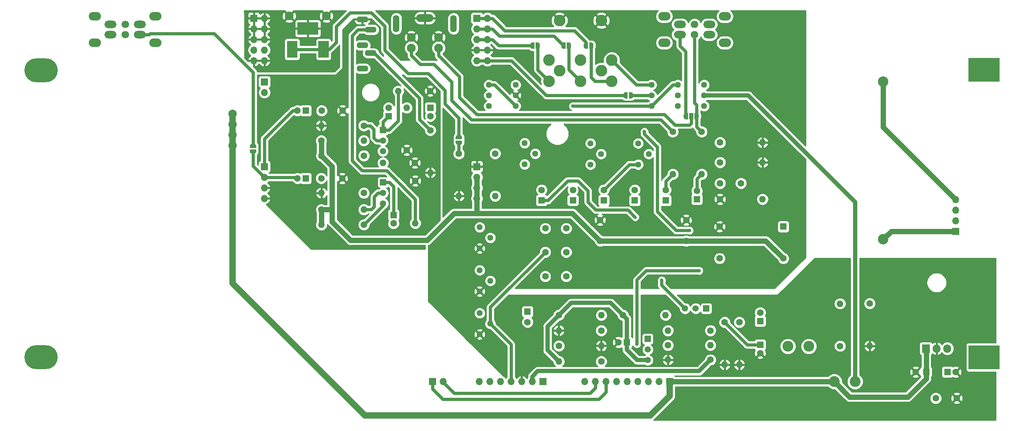
<source format=gbr>
G04 #@! TF.GenerationSoftware,KiCad,Pcbnew,(5.1.5)-3*
G04 #@! TF.CreationDate,2020-08-11T20:18:41+09:00*
G04 #@! TF.ProjectId,CPC-400 Audio&Video Board Mk.II,4350432d-3430-4302-9041-7564696f2656,rev?*
G04 #@! TF.SameCoordinates,Original*
G04 #@! TF.FileFunction,Copper,L2,Bot*
G04 #@! TF.FilePolarity,Positive*
%FSLAX46Y46*%
G04 Gerber Fmt 4.6, Leading zero omitted, Abs format (unit mm)*
G04 Created by KiCad (PCBNEW (5.1.5)-3) date 2020-08-11 20:18:41*
%MOMM*%
%LPD*%
G04 APERTURE LIST*
%ADD10R,1.600000X1.600000*%
%ADD11C,1.600000*%
%ADD12C,0.100000*%
%ADD13O,1.600000X1.600000*%
%ADD14O,1.600000X4.100000*%
%ADD15O,4.100000X1.900000*%
%ADD16C,2.100000*%
%ADD17R,1.500000X1.500000*%
%ADD18C,1.500000*%
%ADD19C,2.000000*%
%ADD20C,1.440000*%
%ADD21O,8.000000X5.700000*%
%ADD22R,1.700000X1.700000*%
%ADD23O,1.700000X1.700000*%
%ADD24C,2.600000*%
%ADD25C,2.800000*%
%ADD26O,2.900000X1.800000*%
%ADD27C,1.800000*%
%ADD28O,2.900000X2.100000*%
%ADD29O,2.800000X1.400000*%
%ADD30R,1.000000X1.500000*%
%ADD31C,2.500000*%
%ADD32O,1.905000X2.000000*%
%ADD33R,1.905000X2.000000*%
%ADD34C,0.800000*%
%ADD35C,1.200000*%
%ADD36C,0.750000*%
%ADD37C,1.250000*%
%ADD38C,1.000000*%
%ADD39C,1.500000*%
%ADD40C,0.254000*%
G04 APERTURE END LIST*
D10*
X88100000Y-26000000D03*
D11*
X88100000Y-24000000D03*
G04 #@! TA.AperFunction,SMDPad,CuDef*
D12*
G36*
X105675000Y-31850000D02*
G01*
X105675000Y-32350000D01*
X105674398Y-32350000D01*
X105674398Y-32374534D01*
X105669588Y-32423365D01*
X105660016Y-32471490D01*
X105645772Y-32518445D01*
X105626995Y-32563778D01*
X105603864Y-32607051D01*
X105576604Y-32647850D01*
X105545476Y-32685779D01*
X105510779Y-32720476D01*
X105472850Y-32751604D01*
X105432051Y-32778864D01*
X105388778Y-32801995D01*
X105343445Y-32820772D01*
X105296490Y-32835016D01*
X105248365Y-32844588D01*
X105199534Y-32849398D01*
X105175000Y-32849398D01*
X105175000Y-32850000D01*
X104675000Y-32850000D01*
X104675000Y-32849398D01*
X104650466Y-32849398D01*
X104601635Y-32844588D01*
X104553510Y-32835016D01*
X104506555Y-32820772D01*
X104461222Y-32801995D01*
X104417949Y-32778864D01*
X104377150Y-32751604D01*
X104339221Y-32720476D01*
X104304524Y-32685779D01*
X104273396Y-32647850D01*
X104246136Y-32607051D01*
X104223005Y-32563778D01*
X104204228Y-32518445D01*
X104189984Y-32471490D01*
X104180412Y-32423365D01*
X104175602Y-32374534D01*
X104175602Y-32350000D01*
X104175000Y-32350000D01*
X104175000Y-31850000D01*
X105675000Y-31850000D01*
G37*
G04 #@! TD.AperFunction*
G04 #@! TA.AperFunction,SMDPad,CuDef*
G36*
X104175602Y-31050000D02*
G01*
X104175602Y-31025466D01*
X104180412Y-30976635D01*
X104189984Y-30928510D01*
X104204228Y-30881555D01*
X104223005Y-30836222D01*
X104246136Y-30792949D01*
X104273396Y-30752150D01*
X104304524Y-30714221D01*
X104339221Y-30679524D01*
X104377150Y-30648396D01*
X104417949Y-30621136D01*
X104461222Y-30598005D01*
X104506555Y-30579228D01*
X104553510Y-30564984D01*
X104601635Y-30555412D01*
X104650466Y-30550602D01*
X104675000Y-30550602D01*
X104675000Y-30550000D01*
X105175000Y-30550000D01*
X105175000Y-30550602D01*
X105199534Y-30550602D01*
X105248365Y-30555412D01*
X105296490Y-30564984D01*
X105343445Y-30579228D01*
X105388778Y-30598005D01*
X105432051Y-30621136D01*
X105472850Y-30648396D01*
X105510779Y-30679524D01*
X105545476Y-30714221D01*
X105576604Y-30752150D01*
X105603864Y-30792949D01*
X105626995Y-30836222D01*
X105645772Y-30881555D01*
X105660016Y-30928510D01*
X105669588Y-30976635D01*
X105674398Y-31025466D01*
X105674398Y-31050000D01*
X105675000Y-31050000D01*
X105675000Y-31550000D01*
X104175000Y-31550000D01*
X104175000Y-31050000D01*
X104175602Y-31050000D01*
G37*
G04 #@! TD.AperFunction*
D10*
X124700000Y-46200000D03*
D11*
X124700000Y-43700000D03*
D13*
X104925000Y-45150000D03*
D11*
X104925000Y-34990000D03*
D14*
X89950000Y-3850000D03*
X103650000Y-3850000D03*
D15*
X96800000Y-2500000D03*
D16*
X100050000Y-7150000D03*
X93550000Y-7150000D03*
X93550000Y-9650000D03*
X100050000Y-9650000D03*
D17*
X86800000Y-41860000D03*
D18*
X86800000Y-46940000D03*
X86800000Y-44400000D03*
X86741000Y-31840000D03*
X86741000Y-34380000D03*
D17*
X86741000Y-29300000D03*
D13*
X196100000Y-70940000D03*
D11*
X196100000Y-81100000D03*
D19*
X50800000Y-33020000D03*
X50800000Y-30480000D03*
G04 #@! TA.AperFunction,SMDPad,CuDef*
D12*
G36*
X146100000Y-20250602D02*
G01*
X146124534Y-20250602D01*
X146173365Y-20255412D01*
X146221490Y-20264984D01*
X146268445Y-20279228D01*
X146313778Y-20298005D01*
X146357051Y-20321136D01*
X146397850Y-20348396D01*
X146435779Y-20379524D01*
X146470476Y-20414221D01*
X146501604Y-20452150D01*
X146528864Y-20492949D01*
X146551995Y-20536222D01*
X146570772Y-20581555D01*
X146585016Y-20628510D01*
X146594588Y-20676635D01*
X146599398Y-20725466D01*
X146599398Y-20750000D01*
X146600000Y-20750000D01*
X146600000Y-21250000D01*
X146599398Y-21250000D01*
X146599398Y-21274534D01*
X146594588Y-21323365D01*
X146585016Y-21371490D01*
X146570772Y-21418445D01*
X146551995Y-21463778D01*
X146528864Y-21507051D01*
X146501604Y-21547850D01*
X146470476Y-21585779D01*
X146435779Y-21620476D01*
X146397850Y-21651604D01*
X146357051Y-21678864D01*
X146313778Y-21701995D01*
X146268445Y-21720772D01*
X146221490Y-21735016D01*
X146173365Y-21744588D01*
X146124534Y-21749398D01*
X146100000Y-21749398D01*
X146100000Y-21750000D01*
X145600000Y-21750000D01*
X145600000Y-20250000D01*
X146100000Y-20250000D01*
X146100000Y-20250602D01*
G37*
G04 #@! TD.AperFunction*
G04 #@! TA.AperFunction,SMDPad,CuDef*
G36*
X145300000Y-21750000D02*
G01*
X144800000Y-21750000D01*
X144800000Y-21749398D01*
X144775466Y-21749398D01*
X144726635Y-21744588D01*
X144678510Y-21735016D01*
X144631555Y-21720772D01*
X144586222Y-21701995D01*
X144542949Y-21678864D01*
X144502150Y-21651604D01*
X144464221Y-21620476D01*
X144429524Y-21585779D01*
X144398396Y-21547850D01*
X144371136Y-21507051D01*
X144348005Y-21463778D01*
X144329228Y-21418445D01*
X144314984Y-21371490D01*
X144305412Y-21323365D01*
X144300602Y-21274534D01*
X144300602Y-21250000D01*
X144300000Y-21250000D01*
X144300000Y-20750000D01*
X144300602Y-20750000D01*
X144300602Y-20725466D01*
X144305412Y-20676635D01*
X144314984Y-20628510D01*
X144329228Y-20581555D01*
X144348005Y-20536222D01*
X144371136Y-20492949D01*
X144398396Y-20452150D01*
X144429524Y-20414221D01*
X144464221Y-20379524D01*
X144502150Y-20348396D01*
X144542949Y-20321136D01*
X144586222Y-20298005D01*
X144631555Y-20279228D01*
X144678510Y-20264984D01*
X144726635Y-20255412D01*
X144775466Y-20250602D01*
X144800000Y-20250602D01*
X144800000Y-20250000D01*
X145300000Y-20250000D01*
X145300000Y-21750000D01*
G37*
G04 #@! TD.AperFunction*
D19*
X50800000Y-27940000D03*
X50800000Y-25400000D03*
G04 #@! TA.AperFunction,SMDPad,CuDef*
D12*
G36*
X135800000Y-9850000D02*
G01*
X135300000Y-9850000D01*
X135300000Y-9849398D01*
X135275466Y-9849398D01*
X135226635Y-9844588D01*
X135178510Y-9835016D01*
X135131555Y-9820772D01*
X135086222Y-9801995D01*
X135042949Y-9778864D01*
X135002150Y-9751604D01*
X134964221Y-9720476D01*
X134929524Y-9685779D01*
X134898396Y-9647850D01*
X134871136Y-9607051D01*
X134848005Y-9563778D01*
X134829228Y-9518445D01*
X134814984Y-9471490D01*
X134805412Y-9423365D01*
X134800602Y-9374534D01*
X134800602Y-9350000D01*
X134800000Y-9350000D01*
X134800000Y-8850000D01*
X134800602Y-8850000D01*
X134800602Y-8825466D01*
X134805412Y-8776635D01*
X134814984Y-8728510D01*
X134829228Y-8681555D01*
X134848005Y-8636222D01*
X134871136Y-8592949D01*
X134898396Y-8552150D01*
X134929524Y-8514221D01*
X134964221Y-8479524D01*
X135002150Y-8448396D01*
X135042949Y-8421136D01*
X135086222Y-8398005D01*
X135131555Y-8379228D01*
X135178510Y-8364984D01*
X135226635Y-8355412D01*
X135275466Y-8350602D01*
X135300000Y-8350602D01*
X135300000Y-8350000D01*
X135800000Y-8350000D01*
X135800000Y-9850000D01*
G37*
G04 #@! TD.AperFunction*
G04 #@! TA.AperFunction,SMDPad,CuDef*
G36*
X136600000Y-8350602D02*
G01*
X136624534Y-8350602D01*
X136673365Y-8355412D01*
X136721490Y-8364984D01*
X136768445Y-8379228D01*
X136813778Y-8398005D01*
X136857051Y-8421136D01*
X136897850Y-8448396D01*
X136935779Y-8479524D01*
X136970476Y-8514221D01*
X137001604Y-8552150D01*
X137028864Y-8592949D01*
X137051995Y-8636222D01*
X137070772Y-8681555D01*
X137085016Y-8728510D01*
X137094588Y-8776635D01*
X137099398Y-8825466D01*
X137099398Y-8850000D01*
X137100000Y-8850000D01*
X137100000Y-9350000D01*
X137099398Y-9350000D01*
X137099398Y-9374534D01*
X137094588Y-9423365D01*
X137085016Y-9471490D01*
X137070772Y-9518445D01*
X137051995Y-9563778D01*
X137028864Y-9607051D01*
X137001604Y-9647850D01*
X136970476Y-9685779D01*
X136935779Y-9720476D01*
X136897850Y-9751604D01*
X136857051Y-9778864D01*
X136813778Y-9801995D01*
X136768445Y-9820772D01*
X136721490Y-9835016D01*
X136673365Y-9844588D01*
X136624534Y-9849398D01*
X136600000Y-9849398D01*
X136600000Y-9850000D01*
X136100000Y-9850000D01*
X136100000Y-8350000D01*
X136600000Y-8350000D01*
X136600000Y-8350602D01*
G37*
G04 #@! TD.AperFunction*
G04 #@! TA.AperFunction,SMDPad,CuDef*
G36*
X130450000Y-9850000D02*
G01*
X129950000Y-9850000D01*
X129950000Y-9849398D01*
X129925466Y-9849398D01*
X129876635Y-9844588D01*
X129828510Y-9835016D01*
X129781555Y-9820772D01*
X129736222Y-9801995D01*
X129692949Y-9778864D01*
X129652150Y-9751604D01*
X129614221Y-9720476D01*
X129579524Y-9685779D01*
X129548396Y-9647850D01*
X129521136Y-9607051D01*
X129498005Y-9563778D01*
X129479228Y-9518445D01*
X129464984Y-9471490D01*
X129455412Y-9423365D01*
X129450602Y-9374534D01*
X129450602Y-9350000D01*
X129450000Y-9350000D01*
X129450000Y-8850000D01*
X129450602Y-8850000D01*
X129450602Y-8825466D01*
X129455412Y-8776635D01*
X129464984Y-8728510D01*
X129479228Y-8681555D01*
X129498005Y-8636222D01*
X129521136Y-8592949D01*
X129548396Y-8552150D01*
X129579524Y-8514221D01*
X129614221Y-8479524D01*
X129652150Y-8448396D01*
X129692949Y-8421136D01*
X129736222Y-8398005D01*
X129781555Y-8379228D01*
X129828510Y-8364984D01*
X129876635Y-8355412D01*
X129925466Y-8350602D01*
X129950000Y-8350602D01*
X129950000Y-8350000D01*
X130450000Y-8350000D01*
X130450000Y-9850000D01*
G37*
G04 #@! TD.AperFunction*
G04 #@! TA.AperFunction,SMDPad,CuDef*
G36*
X131250000Y-8350602D02*
G01*
X131274534Y-8350602D01*
X131323365Y-8355412D01*
X131371490Y-8364984D01*
X131418445Y-8379228D01*
X131463778Y-8398005D01*
X131507051Y-8421136D01*
X131547850Y-8448396D01*
X131585779Y-8479524D01*
X131620476Y-8514221D01*
X131651604Y-8552150D01*
X131678864Y-8592949D01*
X131701995Y-8636222D01*
X131720772Y-8681555D01*
X131735016Y-8728510D01*
X131744588Y-8776635D01*
X131749398Y-8825466D01*
X131749398Y-8850000D01*
X131750000Y-8850000D01*
X131750000Y-9350000D01*
X131749398Y-9350000D01*
X131749398Y-9374534D01*
X131744588Y-9423365D01*
X131735016Y-9471490D01*
X131720772Y-9518445D01*
X131701995Y-9563778D01*
X131678864Y-9607051D01*
X131651604Y-9647850D01*
X131620476Y-9685779D01*
X131585779Y-9720476D01*
X131547850Y-9751604D01*
X131507051Y-9778864D01*
X131463778Y-9801995D01*
X131418445Y-9820772D01*
X131371490Y-9835016D01*
X131323365Y-9844588D01*
X131274534Y-9849398D01*
X131250000Y-9849398D01*
X131250000Y-9850000D01*
X130750000Y-9850000D01*
X130750000Y-8350000D01*
X131250000Y-8350000D01*
X131250000Y-8350602D01*
G37*
G04 #@! TD.AperFunction*
D20*
X151000000Y-23580000D03*
X151000000Y-21040000D03*
X151000000Y-18500000D03*
D11*
X203200000Y-70900000D03*
D13*
X203200000Y-81060000D03*
D21*
X5000000Y-83800000D03*
D11*
X138700000Y-55900000D03*
X138700000Y-50900000D03*
X159300000Y-50900000D03*
X159300000Y-55900000D03*
X125600000Y-52900000D03*
X130600000Y-52900000D03*
X132200000Y-43700000D03*
D10*
X132200000Y-46200000D03*
D11*
X125600000Y-58600000D03*
X130600000Y-58600000D03*
D10*
X139600000Y-46200000D03*
D11*
X139600000Y-43700000D03*
X130600000Y-64400000D03*
X125600000Y-64400000D03*
D10*
X147000000Y-46200000D03*
D11*
X147000000Y-43700000D03*
D10*
X98100000Y-24000000D03*
D11*
X98100000Y-26000000D03*
X89300000Y-51700000D03*
D10*
X89300000Y-49700000D03*
X154400000Y-46200000D03*
D11*
X154400000Y-43700000D03*
D10*
X161862000Y-45900000D03*
D11*
X161862000Y-43900000D03*
X66305000Y-24680000D03*
D10*
X68305000Y-24680000D03*
X68305000Y-40907000D03*
D11*
X66305000Y-40907000D03*
X77105000Y-24680000D03*
X72105000Y-24680000D03*
X77010001Y-40907000D03*
X72010001Y-40907000D03*
D10*
X216700000Y-87300000D03*
D11*
X214200000Y-87300000D03*
X223800000Y-87300000D03*
D10*
X221800000Y-87300000D03*
D11*
X224000000Y-93600000D03*
X219000000Y-93600000D03*
D22*
X155320000Y-89600000D03*
D23*
X152780000Y-89600000D03*
X150240000Y-89600000D03*
X147700000Y-89600000D03*
X145160000Y-89600000D03*
X142620000Y-89600000D03*
X140080000Y-89600000D03*
X137540000Y-89600000D03*
X135000000Y-89600000D03*
D22*
X125040000Y-89600000D03*
D23*
X122500000Y-89600000D03*
X119960000Y-89600000D03*
X117420000Y-89600000D03*
X114880000Y-89600000D03*
X112340000Y-89600000D03*
X109800000Y-89600000D03*
D24*
X199700000Y-89600000D03*
X194700000Y-89600000D03*
X183625000Y-81175000D03*
X188625000Y-81175000D03*
D11*
X98100000Y-29400000D03*
D13*
X98100000Y-39560000D03*
X92456000Y-24003000D03*
D11*
X92456000Y-34163000D03*
D13*
X94500000Y-51660000D03*
D11*
X94500000Y-41500000D03*
D13*
X156100000Y-39900000D03*
D11*
X156100000Y-29740000D03*
D13*
X82165000Y-31880000D03*
D11*
X72005000Y-31880000D03*
X72045000Y-48407000D03*
D13*
X82205000Y-48407000D03*
D11*
X163000000Y-29740000D03*
D13*
X163000000Y-39900000D03*
D11*
X82205000Y-35480000D03*
D13*
X72045000Y-35480000D03*
D11*
X82165000Y-28280000D03*
D13*
X72005000Y-28280000D03*
D11*
X82205000Y-52007000D03*
D13*
X72045000Y-52007000D03*
X72045000Y-44407000D03*
D11*
X82205000Y-44407000D03*
D13*
X177560000Y-32300000D03*
D11*
X167400000Y-32300000D03*
X167400000Y-37100000D03*
D13*
X177560000Y-37100000D03*
D20*
X112100000Y-18500000D03*
X112100000Y-21040000D03*
X112100000Y-23580000D03*
X157300000Y-23580000D03*
X157300000Y-21040000D03*
X157300000Y-18500000D03*
X118500000Y-18500000D03*
X118500000Y-21040000D03*
X118500000Y-23580000D03*
X163600000Y-18500000D03*
X163600000Y-21040000D03*
X163600000Y-23580000D03*
D10*
X182540000Y-52480000D03*
D11*
X182540000Y-60100000D03*
X167300000Y-60100000D03*
X167300000Y-52480000D03*
D21*
X5000000Y-15000000D03*
G04 #@! TA.AperFunction,WasherPad*
D12*
G36*
X226850000Y-17750000D02*
G01*
X226850000Y-12050000D01*
X234250000Y-12050000D01*
X234250000Y-17750000D01*
X226850000Y-17750000D01*
G37*
G04 #@! TD.AperFunction*
G04 #@! TA.AperFunction,WasherPad*
G36*
X226850000Y-86650000D02*
G01*
X226850000Y-80950000D01*
X234250000Y-80950000D01*
X234250000Y-86650000D01*
X226850000Y-86650000D01*
G37*
G04 #@! TD.AperFunction*
D25*
X134000000Y-17600000D03*
X126500000Y-17600000D03*
X139000000Y-15100000D03*
X129000000Y-15100000D03*
X141500000Y-12600000D03*
X134000000Y-12600000D03*
X126500000Y-12600000D03*
X139000000Y-3100000D03*
X129000000Y-3100000D03*
X141500000Y-17600000D03*
D26*
X21600000Y-4000000D03*
D27*
X25100000Y-4000000D03*
X25100000Y-6500000D03*
D28*
X17850000Y-2100000D03*
D26*
X21600000Y-6500000D03*
X28600000Y-4000000D03*
X28600000Y-6500000D03*
D28*
X17850000Y-8400000D03*
X32350000Y-8400000D03*
X32350000Y-2100000D03*
D26*
X157800000Y-4000000D03*
D27*
X161300000Y-4000000D03*
X161300000Y-6500000D03*
D28*
X154050000Y-2100000D03*
D26*
X157800000Y-6500000D03*
X164800000Y-4000000D03*
X164800000Y-6500000D03*
D28*
X154050000Y-8400000D03*
X168550000Y-8400000D03*
X168550000Y-2100000D03*
D29*
X81850000Y-2800000D03*
X83850000Y-5300000D03*
X81850000Y-9000000D03*
X83850000Y-10900000D03*
X81850000Y-14600000D03*
G04 #@! TA.AperFunction,ComponentPad*
D12*
G36*
X66300000Y-3500000D02*
G01*
X71300000Y-3500000D01*
X71300000Y-6500000D01*
X66300000Y-6500000D01*
X66300000Y-3500000D01*
G37*
G04 #@! TD.AperFunction*
G04 #@! TA.AperFunction,ComponentPad*
G36*
X71300000Y-8000000D02*
G01*
X73800000Y-8000000D01*
X73800000Y-12000000D01*
X71300000Y-12000000D01*
X71300000Y-8000000D01*
G37*
G04 #@! TD.AperFunction*
G04 #@! TA.AperFunction,ComponentPad*
G36*
X63800000Y-8000000D02*
G01*
X66300000Y-8000000D01*
X66300000Y-12000000D01*
X63800000Y-12000000D01*
X63800000Y-8000000D01*
G37*
G04 #@! TD.AperFunction*
D16*
X64350000Y-2000000D03*
X73250000Y-2000000D03*
D30*
X160500000Y-26000000D03*
G04 #@! TA.AperFunction,SMDPad,CuDef*
D12*
G36*
X161800000Y-25250602D02*
G01*
X161824534Y-25250602D01*
X161873365Y-25255412D01*
X161921490Y-25264984D01*
X161968445Y-25279228D01*
X162013778Y-25298005D01*
X162057051Y-25321136D01*
X162097850Y-25348396D01*
X162135779Y-25379524D01*
X162170476Y-25414221D01*
X162201604Y-25452150D01*
X162228864Y-25492949D01*
X162251995Y-25536222D01*
X162270772Y-25581555D01*
X162285016Y-25628510D01*
X162294588Y-25676635D01*
X162299398Y-25725466D01*
X162299398Y-25750000D01*
X162300000Y-25750000D01*
X162300000Y-26250000D01*
X162299398Y-26250000D01*
X162299398Y-26274534D01*
X162294588Y-26323365D01*
X162285016Y-26371490D01*
X162270772Y-26418445D01*
X162251995Y-26463778D01*
X162228864Y-26507051D01*
X162201604Y-26547850D01*
X162170476Y-26585779D01*
X162135779Y-26620476D01*
X162097850Y-26651604D01*
X162057051Y-26678864D01*
X162013778Y-26701995D01*
X161968445Y-26720772D01*
X161921490Y-26735016D01*
X161873365Y-26744588D01*
X161824534Y-26749398D01*
X161800000Y-26749398D01*
X161800000Y-26750000D01*
X161250000Y-26750000D01*
X161250000Y-25250000D01*
X161800000Y-25250000D01*
X161800000Y-25250602D01*
G37*
G04 #@! TD.AperFunction*
G04 #@! TA.AperFunction,SMDPad,CuDef*
G36*
X159750000Y-26750000D02*
G01*
X159200000Y-26750000D01*
X159200000Y-26749398D01*
X159175466Y-26749398D01*
X159126635Y-26744588D01*
X159078510Y-26735016D01*
X159031555Y-26720772D01*
X158986222Y-26701995D01*
X158942949Y-26678864D01*
X158902150Y-26651604D01*
X158864221Y-26620476D01*
X158829524Y-26585779D01*
X158798396Y-26547850D01*
X158771136Y-26507051D01*
X158748005Y-26463778D01*
X158729228Y-26418445D01*
X158714984Y-26371490D01*
X158705412Y-26323365D01*
X158700602Y-26274534D01*
X158700602Y-26250000D01*
X158700000Y-26250000D01*
X158700000Y-25750000D01*
X158700602Y-25750000D01*
X158700602Y-25725466D01*
X158705412Y-25676635D01*
X158714984Y-25628510D01*
X158729228Y-25581555D01*
X158748005Y-25536222D01*
X158771136Y-25492949D01*
X158798396Y-25452150D01*
X158829524Y-25414221D01*
X158864221Y-25379524D01*
X158902150Y-25348396D01*
X158942949Y-25321136D01*
X158986222Y-25298005D01*
X159031555Y-25279228D01*
X159078510Y-25264984D01*
X159126635Y-25255412D01*
X159175466Y-25250602D01*
X159200000Y-25250602D01*
X159200000Y-25250000D01*
X159750000Y-25250000D01*
X159750000Y-26750000D01*
G37*
G04 #@! TD.AperFunction*
G04 #@! TA.AperFunction,SMDPad,CuDef*
G36*
X123800000Y-8350602D02*
G01*
X123824534Y-8350602D01*
X123873365Y-8355412D01*
X123921490Y-8364984D01*
X123968445Y-8379228D01*
X124013778Y-8398005D01*
X124057051Y-8421136D01*
X124097850Y-8448396D01*
X124135779Y-8479524D01*
X124170476Y-8514221D01*
X124201604Y-8552150D01*
X124228864Y-8592949D01*
X124251995Y-8636222D01*
X124270772Y-8681555D01*
X124285016Y-8728510D01*
X124294588Y-8776635D01*
X124299398Y-8825466D01*
X124299398Y-8850000D01*
X124300000Y-8850000D01*
X124300000Y-9350000D01*
X124299398Y-9350000D01*
X124299398Y-9374534D01*
X124294588Y-9423365D01*
X124285016Y-9471490D01*
X124270772Y-9518445D01*
X124251995Y-9563778D01*
X124228864Y-9607051D01*
X124201604Y-9647850D01*
X124170476Y-9685779D01*
X124135779Y-9720476D01*
X124097850Y-9751604D01*
X124057051Y-9778864D01*
X124013778Y-9801995D01*
X123968445Y-9820772D01*
X123921490Y-9835016D01*
X123873365Y-9844588D01*
X123824534Y-9849398D01*
X123800000Y-9849398D01*
X123800000Y-9850000D01*
X123300000Y-9850000D01*
X123300000Y-8350000D01*
X123800000Y-8350000D01*
X123800000Y-8350602D01*
G37*
G04 #@! TD.AperFunction*
G04 #@! TA.AperFunction,SMDPad,CuDef*
G36*
X123000000Y-9850000D02*
G01*
X122500000Y-9850000D01*
X122500000Y-9849398D01*
X122475466Y-9849398D01*
X122426635Y-9844588D01*
X122378510Y-9835016D01*
X122331555Y-9820772D01*
X122286222Y-9801995D01*
X122242949Y-9778864D01*
X122202150Y-9751604D01*
X122164221Y-9720476D01*
X122129524Y-9685779D01*
X122098396Y-9647850D01*
X122071136Y-9607051D01*
X122048005Y-9563778D01*
X122029228Y-9518445D01*
X122014984Y-9471490D01*
X122005412Y-9423365D01*
X122000602Y-9374534D01*
X122000602Y-9350000D01*
X122000000Y-9350000D01*
X122000000Y-8850000D01*
X122000602Y-8850000D01*
X122000602Y-8825466D01*
X122005412Y-8776635D01*
X122014984Y-8728510D01*
X122029228Y-8681555D01*
X122048005Y-8636222D01*
X122071136Y-8592949D01*
X122098396Y-8552150D01*
X122129524Y-8514221D01*
X122164221Y-8479524D01*
X122202150Y-8448396D01*
X122242949Y-8421136D01*
X122286222Y-8398005D01*
X122331555Y-8379228D01*
X122378510Y-8364984D01*
X122426635Y-8355412D01*
X122475466Y-8350602D01*
X122500000Y-8350602D01*
X122500000Y-8350000D01*
X123000000Y-8350000D01*
X123000000Y-9850000D01*
G37*
G04 #@! TD.AperFunction*
D23*
X109220000Y-45720000D03*
X109220000Y-43180000D03*
X109220000Y-40640000D03*
D22*
X109220000Y-38100000D03*
D23*
X58420000Y-45720000D03*
X58420000Y-43180000D03*
X58420000Y-40640000D03*
D22*
X58420000Y-38100000D03*
G04 #@! TA.AperFunction,SMDPad,CuDef*
D12*
G36*
X56449398Y-34450000D02*
G01*
X56449398Y-34474534D01*
X56444588Y-34523365D01*
X56435016Y-34571490D01*
X56420772Y-34618445D01*
X56401995Y-34663778D01*
X56378864Y-34707051D01*
X56351604Y-34747850D01*
X56320476Y-34785779D01*
X56285779Y-34820476D01*
X56247850Y-34851604D01*
X56207051Y-34878864D01*
X56163778Y-34901995D01*
X56118445Y-34920772D01*
X56071490Y-34935016D01*
X56023365Y-34944588D01*
X55974534Y-34949398D01*
X55950000Y-34949398D01*
X55950000Y-34950000D01*
X55450000Y-34950000D01*
X55450000Y-34949398D01*
X55425466Y-34949398D01*
X55376635Y-34944588D01*
X55328510Y-34935016D01*
X55281555Y-34920772D01*
X55236222Y-34901995D01*
X55192949Y-34878864D01*
X55152150Y-34851604D01*
X55114221Y-34820476D01*
X55079524Y-34785779D01*
X55048396Y-34747850D01*
X55021136Y-34707051D01*
X54998005Y-34663778D01*
X54979228Y-34618445D01*
X54964984Y-34571490D01*
X54955412Y-34523365D01*
X54950602Y-34474534D01*
X54950602Y-34450000D01*
X54950000Y-34450000D01*
X54950000Y-33950000D01*
X56450000Y-33950000D01*
X56450000Y-34450000D01*
X56449398Y-34450000D01*
G37*
G04 #@! TD.AperFunction*
G04 #@! TA.AperFunction,SMDPad,CuDef*
G36*
X54950000Y-33650000D02*
G01*
X54950000Y-33150000D01*
X54950602Y-33150000D01*
X54950602Y-33125466D01*
X54955412Y-33076635D01*
X54964984Y-33028510D01*
X54979228Y-32981555D01*
X54998005Y-32936222D01*
X55021136Y-32892949D01*
X55048396Y-32852150D01*
X55079524Y-32814221D01*
X55114221Y-32779524D01*
X55152150Y-32748396D01*
X55192949Y-32721136D01*
X55236222Y-32698005D01*
X55281555Y-32679228D01*
X55328510Y-32664984D01*
X55376635Y-32655412D01*
X55425466Y-32650602D01*
X55450000Y-32650602D01*
X55450000Y-32650000D01*
X55950000Y-32650000D01*
X55950000Y-32650602D01*
X55974534Y-32650602D01*
X56023365Y-32655412D01*
X56071490Y-32664984D01*
X56118445Y-32679228D01*
X56163778Y-32698005D01*
X56207051Y-32721136D01*
X56247850Y-32748396D01*
X56285779Y-32779524D01*
X56320476Y-32814221D01*
X56351604Y-32852150D01*
X56378864Y-32892949D01*
X56401995Y-32936222D01*
X56420772Y-32981555D01*
X56435016Y-33028510D01*
X56444588Y-33076635D01*
X56449398Y-33125466D01*
X56449398Y-33150000D01*
X56450000Y-33150000D01*
X56450000Y-33650000D01*
X54950000Y-33650000D01*
G37*
G04 #@! TD.AperFunction*
D31*
X206450000Y-17700000D03*
X206450000Y-55520000D03*
D23*
X223750000Y-45980000D03*
X223750000Y-48520000D03*
X223750000Y-51060000D03*
D22*
X223750000Y-53600000D03*
D23*
X111760000Y-12700000D03*
X109220000Y-12700000D03*
X111760000Y-10160000D03*
X109220000Y-10160000D03*
X111760000Y-7620000D03*
X109220000Y-7620000D03*
X111760000Y-5080000D03*
X109220000Y-5080000D03*
X111760000Y-2540000D03*
D22*
X109220000Y-2540000D03*
D23*
X58420000Y-12700000D03*
X55880000Y-12700000D03*
X58420000Y-10160000D03*
X55880000Y-10160000D03*
X58420000Y-7620000D03*
X55880000Y-7620000D03*
X58420000Y-5080000D03*
X55880000Y-5080000D03*
X58420000Y-2540000D03*
D22*
X55880000Y-2540000D03*
D23*
X101200000Y-89600000D03*
D22*
X98660000Y-89600000D03*
D23*
X58420000Y-20320000D03*
D22*
X58420000Y-17780000D03*
D10*
X145100000Y-80200000D03*
D11*
X143100000Y-80200000D03*
D10*
X177000000Y-75100000D03*
D11*
X177000000Y-73100000D03*
X177000000Y-82800000D03*
D10*
X177000000Y-80800000D03*
D18*
X150100000Y-81940000D03*
X150100000Y-84480000D03*
D17*
X150100000Y-79400000D03*
X164100000Y-72100000D03*
D18*
X159020000Y-72100000D03*
X161560000Y-72100000D03*
D11*
X165100000Y-84400000D03*
D13*
X154940000Y-84400000D03*
D11*
X154940000Y-80900000D03*
D13*
X165100000Y-80900000D03*
X128840000Y-77400000D03*
D11*
X139000000Y-77400000D03*
X165100000Y-77400000D03*
D13*
X154940000Y-77400000D03*
D11*
X144200000Y-73700000D03*
D13*
X154360000Y-73700000D03*
X172000000Y-85560000D03*
D11*
X172000000Y-75400000D03*
D13*
X139000000Y-73700000D03*
D11*
X128840000Y-73700000D03*
D13*
X168500000Y-85560000D03*
D11*
X168500000Y-75400000D03*
X139000000Y-84800000D03*
D13*
X128840000Y-84800000D03*
D11*
X94400000Y-37200000D03*
D13*
X86780000Y-37200000D03*
D11*
X98075000Y-19975000D03*
D13*
X90455000Y-19975000D03*
X113600000Y-45125000D03*
D11*
X113600000Y-34965000D03*
X172400000Y-42100000D03*
X167400000Y-42100000D03*
D13*
X177560000Y-45900000D03*
D11*
X167400000Y-45900000D03*
D20*
X109900000Y-57700000D03*
X112440000Y-55160000D03*
X109900000Y-52620000D03*
X109900000Y-68000000D03*
X112440000Y-65460000D03*
X109900000Y-62920000D03*
X109900000Y-78300000D03*
X112440000Y-75760000D03*
X109900000Y-73220000D03*
X120660000Y-37540000D03*
X123200000Y-35000000D03*
X120660000Y-32460000D03*
X136400000Y-37600000D03*
X138940000Y-35060000D03*
X136400000Y-32520000D03*
X147800000Y-37600000D03*
X150340000Y-35060000D03*
X147800000Y-32520000D03*
D32*
X221740000Y-81700000D03*
X219200000Y-81700000D03*
D33*
X216660000Y-81700000D03*
D11*
X121350000Y-75350000D03*
D10*
X121350000Y-72850000D03*
D13*
X139010000Y-81050000D03*
D11*
X128850000Y-81050000D03*
D34*
X149630000Y-55890000D03*
X138400000Y-60500000D03*
X82300000Y-24700000D03*
X77000000Y-34000000D03*
X67500000Y-34000000D03*
X79000000Y-48000000D03*
X90500000Y-37200000D03*
X98000000Y-47000000D03*
X180000000Y-5000000D03*
X170000000Y-15000000D03*
X180000000Y-15000000D03*
X150000000Y-5000000D03*
X87725000Y-20300000D03*
X62400000Y-23000000D03*
X73900000Y-22700000D03*
X77000000Y-15800000D03*
X90500000Y-16700000D03*
X79400000Y-20300000D03*
X122000000Y-80000000D03*
X160000000Y-80000000D03*
X185000000Y-75000000D03*
D35*
X222400000Y-69800000D03*
X216000000Y-69800000D03*
X216000000Y-72400000D03*
X219200000Y-72400000D03*
X222400000Y-72400000D03*
X219200000Y-69800000D03*
D34*
X132180000Y-23580000D03*
X149300000Y-29700000D03*
X160100000Y-53400000D03*
X147100000Y-50200000D03*
X147500000Y-80600000D03*
X153445000Y-65350000D03*
X162400000Y-63050000D03*
D36*
X81850000Y-9000000D02*
X81150000Y-9000000D01*
X81850000Y-9000000D02*
X81950000Y-9000000D01*
D37*
X208370000Y-53600000D02*
X223750000Y-53600000D01*
X206450000Y-55520000D02*
X208370000Y-53600000D01*
X206450000Y-28680000D02*
X223750000Y-45980000D01*
X206450000Y-17700000D02*
X206450000Y-28680000D01*
D36*
X160500000Y-27700000D02*
X160500000Y-26000000D01*
X160100000Y-28100000D02*
X160500000Y-27700000D01*
X100050000Y-11500000D02*
X105100000Y-16550000D01*
X105100000Y-21500000D02*
X109200000Y-25600000D01*
X105100000Y-16550000D02*
X105100000Y-21500000D01*
X109200000Y-25600000D02*
X154100000Y-25600000D01*
X154100000Y-25600000D02*
X156600000Y-28100000D01*
X156600000Y-28100000D02*
X160100000Y-28100000D01*
X104925000Y-32350000D02*
X104925000Y-34990000D01*
X100050000Y-11500000D02*
X100050000Y-9650000D01*
D37*
X72045000Y-31920000D02*
X72005000Y-31880000D01*
X72005000Y-35440000D02*
X72045000Y-35480000D01*
X79100000Y-55700000D02*
X79000000Y-55700000D01*
X74600000Y-48400000D02*
X74593000Y-48407000D01*
X79000000Y-55700000D02*
X74600000Y-51300000D01*
X74600000Y-51300000D02*
X74600000Y-48400000D01*
X72045000Y-52007000D02*
X72045000Y-48407000D01*
X74593000Y-48407000D02*
X72045000Y-48407000D01*
X74600000Y-48400000D02*
X74600000Y-38035000D01*
X74600000Y-38035000D02*
X72045000Y-35480000D01*
X72045000Y-35480000D02*
X72045000Y-31920000D01*
X138700000Y-55900000D02*
X132100000Y-49300000D01*
X132100000Y-49300000D02*
X130500000Y-49300000D01*
X131150000Y-49300000D02*
X130500000Y-49300000D01*
X138700000Y-55900000D02*
X151750000Y-55900000D01*
X97400000Y-55700000D02*
X80800000Y-55700000D01*
X80800000Y-55700000D02*
X80900000Y-55700000D01*
X103800000Y-49300000D02*
X97400000Y-55700000D01*
X80800000Y-55700000D02*
X79100000Y-55700000D01*
X109220000Y-40640000D02*
X109220000Y-49120000D01*
X130500000Y-49300000D02*
X109400000Y-49300000D01*
X109400000Y-49300000D02*
X103800000Y-49300000D01*
X178340000Y-55900000D02*
X151750000Y-55900000D01*
X182540000Y-60100000D02*
X178340000Y-55900000D01*
D36*
X145700000Y-37600000D02*
X139600000Y-43700000D01*
X147800000Y-37600000D02*
X145700000Y-37600000D01*
X88241000Y-29300000D02*
X86741000Y-29300000D01*
X90455000Y-27086000D02*
X88241000Y-29300000D01*
X90455000Y-19975000D02*
X90455000Y-27086000D01*
X86741000Y-27359000D02*
X88100000Y-26000000D01*
X86741000Y-29300000D02*
X86741000Y-27359000D01*
X90100001Y-16300001D02*
X90500000Y-16700000D01*
X84700000Y-10900000D02*
X90100001Y-16300001D01*
X83850000Y-10900000D02*
X84700000Y-10900000D01*
X95500000Y-26800000D02*
X98100000Y-29400000D01*
X90500000Y-16700000D02*
X95500000Y-21700000D01*
X95500000Y-21700000D02*
X95500000Y-26800000D01*
X80800000Y-5300000D02*
X83850000Y-5300000D01*
X94500000Y-45900000D02*
X87700000Y-39100000D01*
X94500000Y-51660000D02*
X94500000Y-45900000D01*
X87700000Y-39100000D02*
X81800000Y-39100000D01*
X81800000Y-39100000D02*
X79400000Y-36700000D01*
X79400000Y-36700000D02*
X79400000Y-6700000D01*
X79400000Y-6700000D02*
X80800000Y-5300000D01*
X88300000Y-41860000D02*
X86800000Y-41860000D01*
X89300000Y-42860000D02*
X88300000Y-41860000D01*
X89300000Y-49700000D02*
X89300000Y-42860000D01*
X154400000Y-41600000D02*
X156100000Y-39900000D01*
X154400000Y-43700000D02*
X154400000Y-41600000D01*
X161862000Y-41038000D02*
X163000000Y-39900000D01*
X161862000Y-43900000D02*
X161862000Y-41038000D01*
X58420000Y-36500000D02*
X58420000Y-38100000D01*
X58420000Y-31433630D02*
X58420000Y-36500000D01*
X65173630Y-24680000D02*
X58420000Y-31433630D01*
X66305000Y-24680000D02*
X65173630Y-24680000D01*
X98660000Y-91400000D02*
X101060000Y-93800000D01*
X98660000Y-89800000D02*
X98660000Y-91400000D01*
X101060000Y-93800000D02*
X138400000Y-93800000D01*
X140080000Y-92120000D02*
X140080000Y-89600000D01*
X138400000Y-93800000D02*
X140080000Y-92120000D01*
X83730000Y-28280000D02*
X82165000Y-28280000D01*
X84600000Y-29150000D02*
X83730000Y-28280000D01*
X84600000Y-31236000D02*
X84600000Y-29150000D01*
X86741000Y-31877000D02*
X85241000Y-31877000D01*
X85241000Y-31877000D02*
X84600000Y-31236000D01*
X83943000Y-48407000D02*
X82205000Y-48407000D01*
X84650000Y-47700000D02*
X83943000Y-48407000D01*
X84650000Y-47700000D02*
X84650000Y-45350000D01*
X85600000Y-44400000D02*
X86800000Y-44400000D01*
X84650000Y-45350000D02*
X85600000Y-44400000D01*
X66038000Y-40640000D02*
X66305000Y-40907000D01*
X58420000Y-40640000D02*
X66038000Y-40640000D01*
X55700000Y-37920000D02*
X58420000Y-40640000D01*
X55700000Y-34450000D02*
X55700000Y-37920000D01*
X55700000Y-33150000D02*
X55700000Y-15500000D01*
X55700000Y-15500000D02*
X46400000Y-6200000D01*
X103800000Y-92400000D02*
X136300000Y-92400000D01*
X101200000Y-89800000D02*
X103800000Y-92400000D01*
X137540000Y-91160000D02*
X137540000Y-89600000D01*
X136300000Y-92400000D02*
X137540000Y-91160000D01*
X31100000Y-6200000D02*
X46400000Y-6200000D01*
X30800000Y-6500000D02*
X31100000Y-6200000D01*
X28600000Y-6500000D02*
X30800000Y-6500000D01*
D38*
X199700000Y-89600000D02*
X199700000Y-46600000D01*
X174140000Y-21040000D02*
X163600000Y-21040000D01*
X199700000Y-46600000D02*
X174140000Y-21040000D01*
D36*
X153260000Y-26900000D02*
X156100000Y-29740000D01*
X95650000Y-13600000D02*
X99000000Y-13600000D01*
X93550000Y-11500000D02*
X95650000Y-13600000D01*
X99000000Y-13600000D02*
X103225000Y-17825000D01*
X103225000Y-17825000D02*
X103225000Y-22200000D01*
X103225000Y-22200000D02*
X107925000Y-26900000D01*
X107925000Y-26900000D02*
X153260000Y-26900000D01*
X93550000Y-11500000D02*
X93550000Y-9650000D01*
X159200000Y-11150000D02*
X159200000Y-26000000D01*
X159200000Y-10550000D02*
X159200000Y-11150000D01*
X157800000Y-9150000D02*
X159200000Y-10550000D01*
X157800000Y-7500000D02*
X157800000Y-9150000D01*
D39*
X50800000Y-25400000D02*
X50800000Y-33020000D01*
X50800000Y-53340000D02*
X50800000Y-33020000D01*
X50800000Y-66040000D02*
X50800000Y-53340000D01*
X82460000Y-97700000D02*
X50800000Y-66040000D01*
X150700000Y-97700000D02*
X82460000Y-97700000D01*
X155320000Y-89600000D02*
X155320000Y-93080000D01*
X155320000Y-93080000D02*
X150700000Y-97700000D01*
D37*
X155320000Y-89600000D02*
X194700000Y-89600000D01*
X216700000Y-88900000D02*
X212300000Y-93300000D01*
X216700000Y-88900000D02*
X216700000Y-81700000D01*
X198400000Y-93300000D02*
X199100000Y-93300000D01*
X194700000Y-89600000D02*
X198400000Y-93300000D01*
X212300000Y-93300000D02*
X199100000Y-93300000D01*
D36*
X117420000Y-80740000D02*
X112440000Y-75760000D01*
X117420000Y-89600000D02*
X117420000Y-80740000D01*
X112440000Y-71760000D02*
X125600000Y-58600000D01*
X112440000Y-75760000D02*
X112440000Y-71760000D01*
X86800000Y-47412000D02*
X82205000Y-52007000D01*
X86800000Y-46940000D02*
X86800000Y-47412000D01*
X123800000Y-14900000D02*
X126500000Y-17600000D01*
X123800000Y-9100000D02*
X123800000Y-14900000D01*
X122500000Y-9100000D02*
X118100000Y-9100000D01*
X109220000Y-7620000D02*
X111760000Y-7620000D01*
X114442081Y-9100000D02*
X118100000Y-9100000D01*
X112962081Y-7620000D02*
X114442081Y-9100000D01*
X111760000Y-7620000D02*
X112962081Y-7620000D01*
X127750000Y-6900000D02*
X129950000Y-9100000D01*
X127620001Y-6770001D02*
X127750000Y-6900000D01*
X137500000Y-17600000D02*
X141500000Y-17600000D01*
X136600000Y-16700000D02*
X137500000Y-17600000D01*
X136600000Y-9100000D02*
X136600000Y-16700000D01*
X114652082Y-6770001D02*
X127620001Y-6770001D01*
X112962081Y-5080000D02*
X114652082Y-6770001D01*
X111760000Y-5080000D02*
X112962081Y-5080000D01*
X109220000Y-5080000D02*
X111760000Y-5080000D01*
X131300000Y-14900000D02*
X134000000Y-17600000D01*
X131250000Y-14850000D02*
X131300000Y-14900000D01*
X131250000Y-9100000D02*
X131250000Y-14850000D01*
X135300000Y-8252408D02*
X132547592Y-5500000D01*
X135300000Y-9100000D02*
X135300000Y-8252408D01*
X109220000Y-2540000D02*
X111760000Y-2540000D01*
X112962081Y-2540000D02*
X111760000Y-2540000D01*
X115922081Y-5500000D02*
X112962081Y-2540000D01*
X132547592Y-5500000D02*
X115922081Y-5500000D01*
X161300000Y-7500000D02*
X161300000Y-22800000D01*
X161800000Y-23300000D02*
X161800000Y-26000000D01*
X161300000Y-22800000D02*
X161800000Y-23300000D01*
X161800000Y-28540000D02*
X163000000Y-29740000D01*
X161800000Y-26000000D02*
X161800000Y-28540000D01*
X203160000Y-70940000D02*
X203200000Y-70900000D01*
X113420000Y-18500000D02*
X118500000Y-23580000D01*
X112100000Y-18500000D02*
X113420000Y-18500000D01*
X156080000Y-18500000D02*
X151000000Y-23580000D01*
X157300000Y-18500000D02*
X156080000Y-18500000D01*
X149981767Y-23580000D02*
X151000000Y-23580000D01*
X132180000Y-23580000D02*
X132180000Y-23580000D01*
X132180000Y-23580000D02*
X149981767Y-23580000D01*
X150960000Y-21000000D02*
X151000000Y-21040000D01*
X146100000Y-21000000D02*
X150960000Y-21000000D01*
X126900000Y-21000000D02*
X144800000Y-21000000D01*
D38*
X122500000Y-88397919D02*
X123797919Y-87100000D01*
X122500000Y-89600000D02*
X122500000Y-88397919D01*
X162400000Y-87100000D02*
X165100000Y-84400000D01*
X123797919Y-87100000D02*
X162400000Y-87100000D01*
D36*
X109220000Y-12700000D02*
X111760000Y-12700000D01*
X111760000Y-12700000D02*
X117500000Y-12700000D01*
X117500000Y-12700000D02*
X125800000Y-21000000D01*
X101600000Y-23100000D02*
X104925000Y-26425000D01*
X101600000Y-19800000D02*
X101600000Y-23100000D01*
X97600000Y-15800000D02*
X101600000Y-19800000D01*
X92800000Y-15800000D02*
X97600000Y-15800000D01*
X87200000Y-10200000D02*
X92800000Y-15800000D01*
X87200000Y-4400000D02*
X87200000Y-10200000D01*
X104925000Y-26425000D02*
X104925000Y-31050000D01*
X75600000Y-4500000D02*
X78900000Y-1200000D01*
X78900000Y-1200000D02*
X84000000Y-1200000D01*
X84000000Y-1200000D02*
X87200000Y-4400000D01*
X125800000Y-21000000D02*
X126900000Y-21000000D01*
X65050000Y-10000000D02*
X72550000Y-10000000D01*
X75600000Y-8300000D02*
X75600000Y-4500000D01*
X73900000Y-10000000D02*
X75600000Y-8300000D01*
X72550000Y-10000000D02*
X73900000Y-10000000D01*
X152400000Y-48895000D02*
X156905000Y-53400000D01*
X152400000Y-33365685D02*
X152400000Y-48895000D01*
X149300000Y-29700000D02*
X149300000Y-30265685D01*
X149300000Y-30265685D02*
X152400000Y-33365685D01*
X156905000Y-53400000D02*
X160100000Y-53400000D01*
X147400000Y-18500000D02*
X151000000Y-18500000D01*
X141500000Y-12600000D02*
X147400000Y-18500000D01*
X145324315Y-48500000D02*
X137700000Y-48500000D01*
X137700000Y-48500000D02*
X135800000Y-46600000D01*
X135800000Y-46600000D02*
X135800000Y-43900000D01*
X135800000Y-43900000D02*
X133400000Y-41500000D01*
X126250000Y-46200000D02*
X124700000Y-46200000D01*
X130950000Y-41500000D02*
X126250000Y-46200000D01*
X133400000Y-41500000D02*
X130950000Y-41500000D01*
X145324315Y-48500000D02*
X145400000Y-48500000D01*
X145400000Y-48500000D02*
X147100000Y-50200000D01*
X147100000Y-50200000D02*
X147100000Y-50200000D01*
D38*
X128840000Y-73700000D02*
X131790000Y-70750000D01*
X141250000Y-70750000D02*
X144200000Y-73700000D01*
X131790000Y-70750000D02*
X141250000Y-70750000D01*
X145100000Y-74600000D02*
X145100000Y-80200000D01*
X144200000Y-73700000D02*
X145100000Y-74600000D01*
X128840000Y-84800000D02*
X126150000Y-82110000D01*
X126150000Y-76390000D02*
X128840000Y-73700000D01*
X126150000Y-82110000D02*
X126150000Y-76390000D01*
X145100000Y-82000000D02*
X145100000Y-80200000D01*
X147580000Y-84480000D02*
X145100000Y-82000000D01*
X150100000Y-84480000D02*
X147580000Y-84480000D01*
D36*
X173900000Y-80800000D02*
X177000000Y-80800000D01*
X168500000Y-75400000D02*
X173900000Y-80800000D01*
X147500000Y-80600000D02*
X147500000Y-65250000D01*
X153445000Y-66525000D02*
X159020000Y-72100000D01*
X153445000Y-66525000D02*
X153445000Y-65350000D01*
X153445000Y-65350000D02*
X153445000Y-65305000D01*
X149700000Y-63050000D02*
X147500000Y-65250000D01*
X162400000Y-63050000D02*
X149700000Y-63050000D01*
D40*
G36*
X79980626Y-2673000D02*
G01*
X81723000Y-2673000D01*
X81723000Y-2653000D01*
X81977000Y-2653000D01*
X81977000Y-2673000D01*
X83719374Y-2673000D01*
X83746873Y-2627000D01*
X83998645Y-2627000D01*
X86190000Y-4818355D01*
X86190001Y-10100524D01*
X86170214Y-10200000D01*
X86248602Y-10594082D01*
X86415482Y-10843837D01*
X86415485Y-10843840D01*
X86471832Y-10928169D01*
X86556161Y-10984516D01*
X86873000Y-11301355D01*
X86873000Y-11644645D01*
X85857222Y-10628867D01*
X85807542Y-10379109D01*
X85512481Y-9937519D01*
X85070891Y-9642458D01*
X84681485Y-9565000D01*
X83778069Y-9565000D01*
X83807542Y-9520891D01*
X83911154Y-9000000D01*
X83807542Y-8479109D01*
X83512481Y-8037519D01*
X83070891Y-7742458D01*
X82681485Y-7665000D01*
X81018515Y-7665000D01*
X80629109Y-7742458D01*
X80410000Y-7888862D01*
X80410000Y-7118355D01*
X81218356Y-6310000D01*
X82258636Y-6310000D01*
X82629109Y-6557542D01*
X83018515Y-6635000D01*
X84681485Y-6635000D01*
X85070891Y-6557542D01*
X85512481Y-6262481D01*
X85807542Y-5820891D01*
X85911154Y-5300000D01*
X85807542Y-4779109D01*
X85512481Y-4337519D01*
X85070891Y-4042458D01*
X84681485Y-3965000D01*
X83202479Y-3965000D01*
X83583790Y-3654185D01*
X83831980Y-3193550D01*
X83842716Y-3133329D01*
X83719374Y-2927000D01*
X81977000Y-2927000D01*
X81977000Y-4135000D01*
X82490610Y-4135000D01*
X82258636Y-4290000D01*
X80899471Y-4290000D01*
X80800000Y-4270214D01*
X80700529Y-4290000D01*
X80700524Y-4290000D01*
X80405918Y-4348601D01*
X80405916Y-4348602D01*
X80405917Y-4348602D01*
X80156162Y-4515482D01*
X80156160Y-4515484D01*
X80071831Y-4571831D01*
X80015484Y-4656160D01*
X78756160Y-5915485D01*
X78671832Y-5971831D01*
X78615485Y-6056160D01*
X78615482Y-6056163D01*
X78448602Y-6305918D01*
X78370214Y-6700000D01*
X78390001Y-6799476D01*
X78390001Y-20033769D01*
X78365000Y-20094126D01*
X78365000Y-20505874D01*
X78390001Y-20566231D01*
X78390000Y-24001165D01*
X78358864Y-23925995D01*
X78112745Y-23851861D01*
X77284605Y-24680000D01*
X78112745Y-25508139D01*
X78358864Y-25434005D01*
X78390000Y-25347380D01*
X78390000Y-36600529D01*
X78370214Y-36700000D01*
X78390000Y-36799471D01*
X78390000Y-36799475D01*
X78448601Y-37094081D01*
X78476264Y-37135482D01*
X78552783Y-37250000D01*
X78671831Y-37428169D01*
X78756163Y-37484518D01*
X81015484Y-39743840D01*
X81071831Y-39828169D01*
X81156160Y-39884516D01*
X81156162Y-39884518D01*
X81405917Y-40051399D01*
X81452084Y-40060582D01*
X81700524Y-40110000D01*
X81700528Y-40110000D01*
X81800000Y-40129786D01*
X81899472Y-40110000D01*
X87281645Y-40110000D01*
X87655113Y-40483468D01*
X87550000Y-40462560D01*
X86050000Y-40462560D01*
X85802235Y-40511843D01*
X85592191Y-40652191D01*
X85451843Y-40862235D01*
X85402560Y-41110000D01*
X85402560Y-42610000D01*
X85451843Y-42857765D01*
X85592191Y-43067809D01*
X85802235Y-43208157D01*
X85994844Y-43246469D01*
X85851313Y-43390000D01*
X85699471Y-43390000D01*
X85600000Y-43370214D01*
X85500529Y-43390000D01*
X85500524Y-43390000D01*
X85205918Y-43448601D01*
X85205916Y-43448602D01*
X85205917Y-43448602D01*
X84956162Y-43615482D01*
X84956160Y-43615484D01*
X84871831Y-43671831D01*
X84815484Y-43756160D01*
X84006160Y-44565485D01*
X83921832Y-44621831D01*
X83865485Y-44706160D01*
X83865482Y-44706163D01*
X83698602Y-44955918D01*
X83620214Y-45350000D01*
X83640001Y-45449475D01*
X83640000Y-47281644D01*
X83524645Y-47397000D01*
X83255999Y-47397000D01*
X83239577Y-47372423D01*
X82764909Y-47055260D01*
X82346333Y-46972000D01*
X82063667Y-46972000D01*
X81645091Y-47055260D01*
X81170423Y-47372423D01*
X80853260Y-47847091D01*
X80741887Y-48407000D01*
X80853260Y-48966909D01*
X81170423Y-49441577D01*
X81645091Y-49758740D01*
X82063667Y-49842000D01*
X82346333Y-49842000D01*
X82764909Y-49758740D01*
X83239577Y-49441577D01*
X83255999Y-49417000D01*
X83366645Y-49417000D01*
X82211645Y-50572000D01*
X81919561Y-50572000D01*
X81392138Y-50790466D01*
X80988466Y-51194138D01*
X80770000Y-51721561D01*
X80770000Y-52292439D01*
X80988466Y-52819862D01*
X81392138Y-53223534D01*
X81919561Y-53442000D01*
X82490439Y-53442000D01*
X83017862Y-53223534D01*
X83421534Y-52819862D01*
X83640000Y-52292439D01*
X83640000Y-52000355D01*
X87443837Y-48196518D01*
X87528169Y-48140169D01*
X87530638Y-48136474D01*
X87584540Y-48114147D01*
X87974147Y-47724540D01*
X88185000Y-47215494D01*
X88185000Y-46664506D01*
X87974147Y-46155460D01*
X87584540Y-45765853D01*
X87353130Y-45670000D01*
X87584540Y-45574147D01*
X87974147Y-45184540D01*
X88185000Y-44675494D01*
X88185000Y-44124506D01*
X87974147Y-43615460D01*
X87605156Y-43246469D01*
X87797765Y-43208157D01*
X88007809Y-43067809D01*
X88036506Y-43024861D01*
X88290001Y-43278357D01*
X88290000Y-48294331D01*
X88252235Y-48301843D01*
X88042191Y-48442191D01*
X87901843Y-48652235D01*
X87852560Y-48900000D01*
X87852560Y-50500000D01*
X87901843Y-50747765D01*
X88042191Y-50957809D01*
X88051591Y-50964090D01*
X87865000Y-51414561D01*
X87865000Y-51985439D01*
X88083466Y-52512862D01*
X88487138Y-52916534D01*
X89014561Y-53135000D01*
X89585439Y-53135000D01*
X90112862Y-52916534D01*
X90516534Y-52512862D01*
X90735000Y-51985439D01*
X90735000Y-51414561D01*
X90548409Y-50964090D01*
X90557809Y-50957809D01*
X90698157Y-50747765D01*
X90747440Y-50500000D01*
X90747440Y-48900000D01*
X90698157Y-48652235D01*
X90557809Y-48442191D01*
X90347765Y-48301843D01*
X90310000Y-48294331D01*
X90310000Y-43138355D01*
X93490001Y-46318356D01*
X93490000Y-50609001D01*
X93465423Y-50625423D01*
X93148260Y-51100091D01*
X93036887Y-51660000D01*
X93148260Y-52219909D01*
X93465423Y-52694577D01*
X93940091Y-53011740D01*
X94358667Y-53095000D01*
X94641333Y-53095000D01*
X95059909Y-53011740D01*
X95534577Y-52694577D01*
X95851740Y-52219909D01*
X95963113Y-51660000D01*
X95851740Y-51100091D01*
X95534577Y-50625423D01*
X95510000Y-50609001D01*
X95510000Y-45999470D01*
X95529786Y-45899999D01*
X95510000Y-45800528D01*
X95510000Y-45800524D01*
X95451399Y-45505918D01*
X95228169Y-45171831D01*
X95143837Y-45115482D01*
X92536100Y-42507745D01*
X93671861Y-42507745D01*
X93745995Y-42753864D01*
X94283223Y-42946965D01*
X94853454Y-42919778D01*
X95254005Y-42753864D01*
X95328139Y-42507745D01*
X94500000Y-41679605D01*
X93671861Y-42507745D01*
X92536100Y-42507745D01*
X91311578Y-41283223D01*
X93053035Y-41283223D01*
X93080222Y-41853454D01*
X93246136Y-42254005D01*
X93492255Y-42328139D01*
X94320395Y-41500000D01*
X94679605Y-41500000D01*
X95507745Y-42328139D01*
X95753864Y-42254005D01*
X95946965Y-41716777D01*
X95919778Y-41146546D01*
X95753864Y-40745995D01*
X95507745Y-40671861D01*
X94679605Y-41500000D01*
X94320395Y-41500000D01*
X93492255Y-40671861D01*
X93246136Y-40745995D01*
X93053035Y-41283223D01*
X91311578Y-41283223D01*
X90520610Y-40492255D01*
X93671861Y-40492255D01*
X94500000Y-41320395D01*
X95328139Y-40492255D01*
X95254005Y-40246136D01*
X94716777Y-40053035D01*
X94146546Y-40080222D01*
X93745995Y-40246136D01*
X93671861Y-40492255D01*
X90520610Y-40492255D01*
X89937396Y-39909041D01*
X96708086Y-39909041D01*
X96947611Y-40415134D01*
X97362577Y-40791041D01*
X97750961Y-40951904D01*
X97973000Y-40829915D01*
X97973000Y-39687000D01*
X98227000Y-39687000D01*
X98227000Y-40829915D01*
X98449039Y-40951904D01*
X98837423Y-40791041D01*
X99252389Y-40415134D01*
X99491914Y-39909041D01*
X99370629Y-39687000D01*
X98227000Y-39687000D01*
X97973000Y-39687000D01*
X96829371Y-39687000D01*
X96708086Y-39909041D01*
X89937396Y-39909041D01*
X89239314Y-39210959D01*
X96708086Y-39210959D01*
X96829371Y-39433000D01*
X97973000Y-39433000D01*
X97973000Y-38290085D01*
X98227000Y-38290085D01*
X98227000Y-39433000D01*
X99370629Y-39433000D01*
X99491914Y-39210959D01*
X99252389Y-38704866D01*
X98837423Y-38328959D01*
X98449039Y-38168096D01*
X98227000Y-38290085D01*
X97973000Y-38290085D01*
X97750961Y-38168096D01*
X97362577Y-38328959D01*
X96947611Y-38704866D01*
X96708086Y-39210959D01*
X89239314Y-39210959D01*
X88484517Y-38456162D01*
X88428169Y-38371831D01*
X88182598Y-38207745D01*
X93571861Y-38207745D01*
X93645995Y-38453864D01*
X94183223Y-38646965D01*
X94753454Y-38619778D01*
X95154005Y-38453864D01*
X95228139Y-38207745D01*
X94400000Y-37379605D01*
X93571861Y-38207745D01*
X88182598Y-38207745D01*
X88094082Y-38148601D01*
X87898075Y-38109613D01*
X88131740Y-37759909D01*
X88243113Y-37200000D01*
X88199994Y-36983223D01*
X92953035Y-36983223D01*
X92980222Y-37553454D01*
X93146136Y-37954005D01*
X93392255Y-38028139D01*
X94220395Y-37200000D01*
X94579605Y-37200000D01*
X95407745Y-38028139D01*
X95653864Y-37954005D01*
X95846965Y-37416777D01*
X95819778Y-36846546D01*
X95653864Y-36445995D01*
X95407745Y-36371861D01*
X94579605Y-37200000D01*
X94220395Y-37200000D01*
X93392255Y-36371861D01*
X93146136Y-36445995D01*
X92953035Y-36983223D01*
X88199994Y-36983223D01*
X88131740Y-36640091D01*
X87832506Y-36192255D01*
X93571861Y-36192255D01*
X94400000Y-37020395D01*
X95228139Y-36192255D01*
X95154005Y-35946136D01*
X94616777Y-35753035D01*
X94046546Y-35780222D01*
X93645995Y-35946136D01*
X93571861Y-36192255D01*
X87832506Y-36192255D01*
X87814577Y-36165423D01*
X87339909Y-35848260D01*
X86921333Y-35765000D01*
X87016494Y-35765000D01*
X87525540Y-35554147D01*
X87908942Y-35170745D01*
X91627861Y-35170745D01*
X91701995Y-35416864D01*
X92239223Y-35609965D01*
X92809454Y-35582778D01*
X93210005Y-35416864D01*
X93284139Y-35170745D01*
X92456000Y-34342605D01*
X91627861Y-35170745D01*
X87908942Y-35170745D01*
X87915147Y-35164540D01*
X88126000Y-34655494D01*
X88126000Y-34104506D01*
X88060438Y-33946223D01*
X91009035Y-33946223D01*
X91036222Y-34516454D01*
X91202136Y-34917005D01*
X91448255Y-34991139D01*
X92276395Y-34163000D01*
X92635605Y-34163000D01*
X93463745Y-34991139D01*
X93709864Y-34917005D01*
X93902965Y-34379777D01*
X93875778Y-33809546D01*
X93709864Y-33408995D01*
X93463745Y-33334861D01*
X92635605Y-34163000D01*
X92276395Y-34163000D01*
X91448255Y-33334861D01*
X91202136Y-33408995D01*
X91009035Y-33946223D01*
X88060438Y-33946223D01*
X87915147Y-33595460D01*
X87525540Y-33205853D01*
X87403386Y-33155255D01*
X91627861Y-33155255D01*
X92456000Y-33983395D01*
X93284139Y-33155255D01*
X93210005Y-32909136D01*
X92672777Y-32716035D01*
X92102546Y-32743222D01*
X91701995Y-32909136D01*
X91627861Y-33155255D01*
X87403386Y-33155255D01*
X87294130Y-33110000D01*
X87525540Y-33014147D01*
X87915147Y-32624540D01*
X88126000Y-32115494D01*
X88126000Y-31564506D01*
X87915147Y-31055460D01*
X87546156Y-30686469D01*
X87738765Y-30648157D01*
X87948809Y-30507809D01*
X88080982Y-30310000D01*
X88141529Y-30310000D01*
X88241000Y-30329786D01*
X88340471Y-30310000D01*
X88340476Y-30310000D01*
X88635082Y-30251399D01*
X88969169Y-30028169D01*
X89025518Y-29943838D01*
X91098840Y-27870516D01*
X91183169Y-27814169D01*
X91239516Y-27729840D01*
X91239518Y-27729838D01*
X91406398Y-27480083D01*
X91406399Y-27480082D01*
X91465000Y-27185476D01*
X91465000Y-27185471D01*
X91484786Y-27086000D01*
X91465000Y-26986529D01*
X91465000Y-25066694D01*
X91896091Y-25354740D01*
X92314667Y-25438000D01*
X92597333Y-25438000D01*
X93015909Y-25354740D01*
X93490577Y-25037577D01*
X93807740Y-24562909D01*
X93919113Y-24003000D01*
X93807740Y-23443091D01*
X93490577Y-22968423D01*
X93015909Y-22651260D01*
X92597333Y-22568000D01*
X92314667Y-22568000D01*
X91896091Y-22651260D01*
X91465000Y-22939306D01*
X91465000Y-21025999D01*
X91489577Y-21009577D01*
X91806740Y-20534909D01*
X91918113Y-19975000D01*
X91811707Y-19440063D01*
X94490000Y-22118356D01*
X94490001Y-26700524D01*
X94470214Y-26800000D01*
X94548602Y-27194082D01*
X94715482Y-27443837D01*
X94715485Y-27443840D01*
X94771832Y-27528169D01*
X94856161Y-27584516D01*
X96665000Y-29393355D01*
X96665000Y-29685439D01*
X96883466Y-30212862D01*
X97287138Y-30616534D01*
X97814561Y-30835000D01*
X98385439Y-30835000D01*
X98912862Y-30616534D01*
X99316534Y-30212862D01*
X99535000Y-29685439D01*
X99535000Y-29114561D01*
X99316534Y-28587138D01*
X98912862Y-28183466D01*
X98385439Y-27965000D01*
X98093355Y-27965000D01*
X97385725Y-27257370D01*
X97814561Y-27435000D01*
X98385439Y-27435000D01*
X98912862Y-27216534D01*
X99316534Y-26812862D01*
X99535000Y-26285439D01*
X99535000Y-25714561D01*
X99348409Y-25264090D01*
X99357809Y-25257809D01*
X99498157Y-25047765D01*
X99547440Y-24800000D01*
X99547440Y-23200000D01*
X99498157Y-22952235D01*
X99357809Y-22742191D01*
X99147765Y-22601843D01*
X98900000Y-22552560D01*
X97300000Y-22552560D01*
X97052235Y-22601843D01*
X96842191Y-22742191D01*
X96701843Y-22952235D01*
X96652560Y-23200000D01*
X96652560Y-24800000D01*
X96701843Y-25047765D01*
X96842191Y-25257809D01*
X96851591Y-25264090D01*
X96665000Y-25714561D01*
X96665000Y-26285439D01*
X96842630Y-26714275D01*
X96510000Y-26381645D01*
X96510000Y-21799471D01*
X96529786Y-21700000D01*
X96510000Y-21600529D01*
X96510000Y-21600524D01*
X96451399Y-21305918D01*
X96365547Y-21177431D01*
X96284518Y-21056162D01*
X96284516Y-21056160D01*
X96235462Y-20982745D01*
X97246861Y-20982745D01*
X97320995Y-21228864D01*
X97858223Y-21421965D01*
X98428454Y-21394778D01*
X98829005Y-21228864D01*
X98903139Y-20982745D01*
X98075000Y-20154605D01*
X97246861Y-20982745D01*
X96235462Y-20982745D01*
X96228169Y-20971831D01*
X96143841Y-20915485D01*
X94986579Y-19758223D01*
X96628035Y-19758223D01*
X96655222Y-20328454D01*
X96821136Y-20729005D01*
X97067255Y-20803139D01*
X97895395Y-19975000D01*
X98254605Y-19975000D01*
X99082745Y-20803139D01*
X99328864Y-20729005D01*
X99521965Y-20191777D01*
X99494778Y-19621546D01*
X99328864Y-19220995D01*
X99082745Y-19146861D01*
X98254605Y-19975000D01*
X97895395Y-19975000D01*
X97067255Y-19146861D01*
X96821136Y-19220995D01*
X96628035Y-19758223D01*
X94986579Y-19758223D01*
X94195611Y-18967255D01*
X97246861Y-18967255D01*
X98075000Y-19795395D01*
X98903139Y-18967255D01*
X98829005Y-18721136D01*
X98291777Y-18528035D01*
X97721546Y-18555222D01*
X97320995Y-18721136D01*
X97246861Y-18967255D01*
X94195611Y-18967255D01*
X91402431Y-16174076D01*
X91382932Y-16127000D01*
X91698644Y-16127000D01*
X92015484Y-16443840D01*
X92071831Y-16528169D01*
X92156160Y-16584516D01*
X92156162Y-16584518D01*
X92302407Y-16682235D01*
X92405918Y-16751399D01*
X92700524Y-16810000D01*
X92700529Y-16810000D01*
X92800000Y-16829786D01*
X92899471Y-16810000D01*
X97181645Y-16810000D01*
X100373000Y-20001355D01*
X100373000Y-50945091D01*
X96878092Y-54440000D01*
X79521909Y-54440000D01*
X75860000Y-50778092D01*
X75860000Y-48524090D01*
X75884683Y-48400001D01*
X75860000Y-48275912D01*
X75860000Y-44121561D01*
X80770000Y-44121561D01*
X80770000Y-44692439D01*
X80988466Y-45219862D01*
X81392138Y-45623534D01*
X81919561Y-45842000D01*
X82490439Y-45842000D01*
X83017862Y-45623534D01*
X83421534Y-45219862D01*
X83640000Y-44692439D01*
X83640000Y-44121561D01*
X83421534Y-43594138D01*
X83017862Y-43190466D01*
X82490439Y-42972000D01*
X81919561Y-42972000D01*
X81392138Y-43190466D01*
X80988466Y-43594138D01*
X80770000Y-44121561D01*
X75860000Y-44121561D01*
X75860000Y-41914745D01*
X76181862Y-41914745D01*
X76255996Y-42160864D01*
X76793224Y-42353965D01*
X77363455Y-42326778D01*
X77764006Y-42160864D01*
X77838140Y-41914745D01*
X77010001Y-41086605D01*
X76181862Y-41914745D01*
X75860000Y-41914745D01*
X75860000Y-41692290D01*
X76002256Y-41735139D01*
X76830396Y-40907000D01*
X77189606Y-40907000D01*
X78017746Y-41735139D01*
X78263865Y-41661005D01*
X78456966Y-41123777D01*
X78429779Y-40553546D01*
X78263865Y-40152995D01*
X78017746Y-40078861D01*
X77189606Y-40907000D01*
X76830396Y-40907000D01*
X76002256Y-40078861D01*
X75860000Y-40121710D01*
X75860000Y-39899255D01*
X76181862Y-39899255D01*
X77010001Y-40727395D01*
X77838140Y-39899255D01*
X77764006Y-39653136D01*
X77226778Y-39460035D01*
X76656547Y-39487222D01*
X76255996Y-39653136D01*
X76181862Y-39899255D01*
X75860000Y-39899255D01*
X75860000Y-38159094D01*
X75884684Y-38035000D01*
X75786893Y-37543372D01*
X75590868Y-37250000D01*
X75508409Y-37126591D01*
X75403205Y-37056296D01*
X73428955Y-35082047D01*
X73396740Y-34920091D01*
X73305000Y-34782792D01*
X73305000Y-32491357D01*
X73440000Y-32165439D01*
X73440000Y-31594561D01*
X73221534Y-31067138D01*
X72817862Y-30663466D01*
X72290439Y-30445000D01*
X71719561Y-30445000D01*
X71192138Y-30663466D01*
X70788466Y-31067138D01*
X70570000Y-31594561D01*
X70570000Y-32165439D01*
X70785001Y-32684496D01*
X70785000Y-34782792D01*
X70693260Y-34920091D01*
X70581887Y-35480000D01*
X70693260Y-36039909D01*
X71010423Y-36514577D01*
X71485091Y-36831740D01*
X71647047Y-36863955D01*
X73340001Y-38556910D01*
X73340001Y-40368068D01*
X73226535Y-40094138D01*
X72822863Y-39690466D01*
X72295440Y-39472000D01*
X71724562Y-39472000D01*
X71197139Y-39690466D01*
X70793467Y-40094138D01*
X70575001Y-40621561D01*
X70575001Y-41192439D01*
X70793467Y-41719862D01*
X71197139Y-42123534D01*
X71724562Y-42342000D01*
X72295440Y-42342000D01*
X72822863Y-42123534D01*
X73226535Y-41719862D01*
X73340001Y-41445932D01*
X73340000Y-43823999D01*
X73276041Y-43669577D01*
X72900134Y-43254611D01*
X72394041Y-43015086D01*
X72172000Y-43136371D01*
X72172000Y-44280000D01*
X72192000Y-44280000D01*
X72192000Y-44534000D01*
X72172000Y-44534000D01*
X72172000Y-45677629D01*
X72394041Y-45798914D01*
X72900134Y-45559389D01*
X73276041Y-45144423D01*
X73340000Y-44990001D01*
X73340000Y-47147000D01*
X72752926Y-47147000D01*
X72330439Y-46972000D01*
X71759561Y-46972000D01*
X71232138Y-47190466D01*
X70828466Y-47594138D01*
X70610000Y-48121561D01*
X70610000Y-48692439D01*
X70785001Y-49114928D01*
X70785000Y-51309792D01*
X70693260Y-51447091D01*
X70581887Y-52007000D01*
X70693260Y-52566909D01*
X71010423Y-53041577D01*
X71485091Y-53358740D01*
X71903667Y-53442000D01*
X72186333Y-53442000D01*
X72604909Y-53358740D01*
X73079577Y-53041577D01*
X73396740Y-52566909D01*
X73508113Y-52007000D01*
X73487384Y-51902791D01*
X73691591Y-52208409D01*
X73796797Y-52278706D01*
X78021296Y-56503205D01*
X78091591Y-56608409D01*
X78333124Y-56769796D01*
X78508372Y-56886893D01*
X79000000Y-56984684D01*
X79124094Y-56960000D01*
X96873000Y-56960000D01*
X96873000Y-57873000D01*
X69552606Y-57873000D01*
X58820577Y-47140971D01*
X59301358Y-46915183D01*
X59691645Y-46486924D01*
X59861476Y-46076890D01*
X59740155Y-45847000D01*
X58627000Y-45847000D01*
X58627000Y-45593000D01*
X59740155Y-45593000D01*
X59861476Y-45363110D01*
X59691645Y-44953076D01*
X59512079Y-44756039D01*
X70653096Y-44756039D01*
X70813959Y-45144423D01*
X71189866Y-45559389D01*
X71695959Y-45798914D01*
X71918000Y-45677629D01*
X71918000Y-44534000D01*
X70775085Y-44534000D01*
X70653096Y-44756039D01*
X59512079Y-44756039D01*
X59301358Y-44524817D01*
X59142046Y-44450000D01*
X59301358Y-44375183D01*
X59590453Y-44057961D01*
X70653096Y-44057961D01*
X70775085Y-44280000D01*
X71918000Y-44280000D01*
X71918000Y-43136371D01*
X71695959Y-43015086D01*
X71189866Y-43254611D01*
X70813959Y-43669577D01*
X70653096Y-44057961D01*
X59590453Y-44057961D01*
X59691645Y-43946924D01*
X59861476Y-43536890D01*
X59740155Y-43307000D01*
X58627000Y-43307000D01*
X58627000Y-43053000D01*
X59740155Y-43053000D01*
X59861476Y-42823110D01*
X59691645Y-42413076D01*
X59301358Y-41984817D01*
X59171522Y-41923843D01*
X59490625Y-41710625D01*
X59531133Y-41650000D01*
X65059528Y-41650000D01*
X65088466Y-41719862D01*
X65492138Y-42123534D01*
X66019561Y-42342000D01*
X66590439Y-42342000D01*
X67040910Y-42155409D01*
X67047191Y-42164809D01*
X67257235Y-42305157D01*
X67505000Y-42354440D01*
X69105000Y-42354440D01*
X69352765Y-42305157D01*
X69562809Y-42164809D01*
X69703157Y-41954765D01*
X69752440Y-41707000D01*
X69752440Y-40107000D01*
X69703157Y-39859235D01*
X69562809Y-39649191D01*
X69352765Y-39508843D01*
X69105000Y-39459560D01*
X67505000Y-39459560D01*
X67257235Y-39508843D01*
X67047191Y-39649191D01*
X67040910Y-39658591D01*
X66590439Y-39472000D01*
X66019561Y-39472000D01*
X65638116Y-39630000D01*
X59531133Y-39630000D01*
X59490625Y-39569375D01*
X59472381Y-39557184D01*
X59517765Y-39548157D01*
X59727809Y-39407809D01*
X59868157Y-39197765D01*
X59917440Y-38950000D01*
X59917440Y-37250000D01*
X59868157Y-37002235D01*
X59727809Y-36792191D01*
X59517765Y-36651843D01*
X59430000Y-36634386D01*
X59430000Y-31851985D01*
X62652946Y-28629039D01*
X70613096Y-28629039D01*
X70773959Y-29017423D01*
X71149866Y-29432389D01*
X71655959Y-29671914D01*
X71878000Y-29550629D01*
X71878000Y-28407000D01*
X72132000Y-28407000D01*
X72132000Y-29550629D01*
X72354041Y-29671914D01*
X72860134Y-29432389D01*
X73236041Y-29017423D01*
X73396904Y-28629039D01*
X73274915Y-28407000D01*
X72132000Y-28407000D01*
X71878000Y-28407000D01*
X70735085Y-28407000D01*
X70613096Y-28629039D01*
X62652946Y-28629039D01*
X63351024Y-27930961D01*
X70613096Y-27930961D01*
X70735085Y-28153000D01*
X71878000Y-28153000D01*
X71878000Y-27009371D01*
X72132000Y-27009371D01*
X72132000Y-28153000D01*
X73274915Y-28153000D01*
X73396904Y-27930961D01*
X73236041Y-27542577D01*
X72860134Y-27127611D01*
X72354041Y-26888086D01*
X72132000Y-27009371D01*
X71878000Y-27009371D01*
X71655959Y-26888086D01*
X71149866Y-27127611D01*
X70773959Y-27542577D01*
X70613096Y-27930961D01*
X63351024Y-27930961D01*
X65438795Y-25843191D01*
X65492138Y-25896534D01*
X66019561Y-26115000D01*
X66590439Y-26115000D01*
X67040910Y-25928409D01*
X67047191Y-25937809D01*
X67257235Y-26078157D01*
X67505000Y-26127440D01*
X69105000Y-26127440D01*
X69352765Y-26078157D01*
X69562809Y-25937809D01*
X69703157Y-25727765D01*
X69752440Y-25480000D01*
X69752440Y-24394561D01*
X70670000Y-24394561D01*
X70670000Y-24965439D01*
X70888466Y-25492862D01*
X71292138Y-25896534D01*
X71819561Y-26115000D01*
X72390439Y-26115000D01*
X72917862Y-25896534D01*
X73126651Y-25687745D01*
X76276861Y-25687745D01*
X76350995Y-25933864D01*
X76888223Y-26126965D01*
X77458454Y-26099778D01*
X77859005Y-25933864D01*
X77933139Y-25687745D01*
X77105000Y-24859605D01*
X76276861Y-25687745D01*
X73126651Y-25687745D01*
X73321534Y-25492862D01*
X73540000Y-24965439D01*
X73540000Y-24463223D01*
X75658035Y-24463223D01*
X75685222Y-25033454D01*
X75851136Y-25434005D01*
X76097255Y-25508139D01*
X76925395Y-24680000D01*
X76097255Y-23851861D01*
X75851136Y-23925995D01*
X75658035Y-24463223D01*
X73540000Y-24463223D01*
X73540000Y-24394561D01*
X73321534Y-23867138D01*
X73126651Y-23672255D01*
X76276861Y-23672255D01*
X77105000Y-24500395D01*
X77933139Y-23672255D01*
X77859005Y-23426136D01*
X77321777Y-23233035D01*
X76751546Y-23260222D01*
X76350995Y-23426136D01*
X76276861Y-23672255D01*
X73126651Y-23672255D01*
X72917862Y-23463466D01*
X72390439Y-23245000D01*
X71819561Y-23245000D01*
X71292138Y-23463466D01*
X70888466Y-23867138D01*
X70670000Y-24394561D01*
X69752440Y-24394561D01*
X69752440Y-23880000D01*
X69703157Y-23632235D01*
X69562809Y-23422191D01*
X69352765Y-23281843D01*
X69105000Y-23232560D01*
X67505000Y-23232560D01*
X67257235Y-23281843D01*
X67047191Y-23422191D01*
X67040910Y-23431591D01*
X66590439Y-23245000D01*
X66019561Y-23245000D01*
X65492138Y-23463466D01*
X65285604Y-23670000D01*
X65273100Y-23670000D01*
X65173629Y-23650214D01*
X65074158Y-23670000D01*
X65074154Y-23670000D01*
X64779548Y-23728601D01*
X64445461Y-23951831D01*
X64389112Y-24036163D01*
X57776163Y-30649112D01*
X57691831Y-30705461D01*
X57635483Y-30789792D01*
X57635482Y-30789793D01*
X57583894Y-30867000D01*
X57468601Y-31039549D01*
X57410000Y-31334155D01*
X57410000Y-31334159D01*
X57390214Y-31433630D01*
X57410000Y-31533101D01*
X57410001Y-36400520D01*
X57410000Y-36400525D01*
X57410000Y-36634386D01*
X57322235Y-36651843D01*
X57112191Y-36792191D01*
X56971843Y-37002235D01*
X56922560Y-37250000D01*
X56922560Y-37714205D01*
X56710000Y-37501645D01*
X56710000Y-35306629D01*
X56725006Y-35294314D01*
X56794314Y-35225006D01*
X56874831Y-35126896D01*
X56929287Y-35045397D01*
X56989119Y-34933460D01*
X57026628Y-34842904D01*
X57063470Y-34721451D01*
X57082592Y-34625318D01*
X57095032Y-34499009D01*
X57095032Y-34462106D01*
X57097440Y-34450000D01*
X57097440Y-33950000D01*
X57067603Y-33800000D01*
X57097440Y-33650000D01*
X57097440Y-33150000D01*
X57095032Y-33137894D01*
X57095032Y-33100991D01*
X57082592Y-32974682D01*
X57063470Y-32878549D01*
X57026628Y-32757096D01*
X56989119Y-32666540D01*
X56929287Y-32554603D01*
X56874831Y-32473104D01*
X56794314Y-32374994D01*
X56725006Y-32305686D01*
X56710000Y-32293371D01*
X56710000Y-20320000D01*
X56905908Y-20320000D01*
X57021161Y-20899418D01*
X57349375Y-21390625D01*
X57840582Y-21718839D01*
X58273744Y-21805000D01*
X58566256Y-21805000D01*
X58999418Y-21718839D01*
X59490625Y-21390625D01*
X59818839Y-20899418D01*
X59934092Y-20320000D01*
X59818839Y-19740582D01*
X59490625Y-19249375D01*
X59472381Y-19237184D01*
X59517765Y-19228157D01*
X59727809Y-19087809D01*
X59868157Y-18877765D01*
X59917440Y-18630000D01*
X59917440Y-16930000D01*
X59868157Y-16682235D01*
X59727809Y-16472191D01*
X59517765Y-16331843D01*
X59270000Y-16282560D01*
X57570000Y-16282560D01*
X57322235Y-16331843D01*
X57112191Y-16472191D01*
X56971843Y-16682235D01*
X56922560Y-16930000D01*
X56922560Y-18630000D01*
X56971843Y-18877765D01*
X57112191Y-19087809D01*
X57322235Y-19228157D01*
X57367619Y-19237184D01*
X57349375Y-19249375D01*
X57021161Y-19740582D01*
X56905908Y-20320000D01*
X56710000Y-20320000D01*
X56710000Y-16127000D01*
X75400000Y-16127000D01*
X75448601Y-16117333D01*
X75489803Y-16089803D01*
X77089803Y-14489803D01*
X77117333Y-14448601D01*
X77127000Y-14400000D01*
X77127000Y-5252606D01*
X79246277Y-3133329D01*
X79857284Y-3133329D01*
X79868020Y-3193550D01*
X80116210Y-3654185D01*
X80521785Y-3984778D01*
X81023000Y-4135000D01*
X81723000Y-4135000D01*
X81723000Y-2927000D01*
X79980626Y-2927000D01*
X79857284Y-3133329D01*
X79246277Y-3133329D01*
X79752606Y-2627000D01*
X79953128Y-2627000D01*
X79980626Y-2673000D01*
G37*
X79980626Y-2673000D02*
X81723000Y-2673000D01*
X81723000Y-2653000D01*
X81977000Y-2653000D01*
X81977000Y-2673000D01*
X83719374Y-2673000D01*
X83746873Y-2627000D01*
X83998645Y-2627000D01*
X86190000Y-4818355D01*
X86190001Y-10100524D01*
X86170214Y-10200000D01*
X86248602Y-10594082D01*
X86415482Y-10843837D01*
X86415485Y-10843840D01*
X86471832Y-10928169D01*
X86556161Y-10984516D01*
X86873000Y-11301355D01*
X86873000Y-11644645D01*
X85857222Y-10628867D01*
X85807542Y-10379109D01*
X85512481Y-9937519D01*
X85070891Y-9642458D01*
X84681485Y-9565000D01*
X83778069Y-9565000D01*
X83807542Y-9520891D01*
X83911154Y-9000000D01*
X83807542Y-8479109D01*
X83512481Y-8037519D01*
X83070891Y-7742458D01*
X82681485Y-7665000D01*
X81018515Y-7665000D01*
X80629109Y-7742458D01*
X80410000Y-7888862D01*
X80410000Y-7118355D01*
X81218356Y-6310000D01*
X82258636Y-6310000D01*
X82629109Y-6557542D01*
X83018515Y-6635000D01*
X84681485Y-6635000D01*
X85070891Y-6557542D01*
X85512481Y-6262481D01*
X85807542Y-5820891D01*
X85911154Y-5300000D01*
X85807542Y-4779109D01*
X85512481Y-4337519D01*
X85070891Y-4042458D01*
X84681485Y-3965000D01*
X83202479Y-3965000D01*
X83583790Y-3654185D01*
X83831980Y-3193550D01*
X83842716Y-3133329D01*
X83719374Y-2927000D01*
X81977000Y-2927000D01*
X81977000Y-4135000D01*
X82490610Y-4135000D01*
X82258636Y-4290000D01*
X80899471Y-4290000D01*
X80800000Y-4270214D01*
X80700529Y-4290000D01*
X80700524Y-4290000D01*
X80405918Y-4348601D01*
X80405916Y-4348602D01*
X80405917Y-4348602D01*
X80156162Y-4515482D01*
X80156160Y-4515484D01*
X80071831Y-4571831D01*
X80015484Y-4656160D01*
X78756160Y-5915485D01*
X78671832Y-5971831D01*
X78615485Y-6056160D01*
X78615482Y-6056163D01*
X78448602Y-6305918D01*
X78370214Y-6700000D01*
X78390001Y-6799476D01*
X78390001Y-20033769D01*
X78365000Y-20094126D01*
X78365000Y-20505874D01*
X78390001Y-20566231D01*
X78390000Y-24001165D01*
X78358864Y-23925995D01*
X78112745Y-23851861D01*
X77284605Y-24680000D01*
X78112745Y-25508139D01*
X78358864Y-25434005D01*
X78390000Y-25347380D01*
X78390000Y-36600529D01*
X78370214Y-36700000D01*
X78390000Y-36799471D01*
X78390000Y-36799475D01*
X78448601Y-37094081D01*
X78476264Y-37135482D01*
X78552783Y-37250000D01*
X78671831Y-37428169D01*
X78756163Y-37484518D01*
X81015484Y-39743840D01*
X81071831Y-39828169D01*
X81156160Y-39884516D01*
X81156162Y-39884518D01*
X81405917Y-40051399D01*
X81452084Y-40060582D01*
X81700524Y-40110000D01*
X81700528Y-40110000D01*
X81800000Y-40129786D01*
X81899472Y-40110000D01*
X87281645Y-40110000D01*
X87655113Y-40483468D01*
X87550000Y-40462560D01*
X86050000Y-40462560D01*
X85802235Y-40511843D01*
X85592191Y-40652191D01*
X85451843Y-40862235D01*
X85402560Y-41110000D01*
X85402560Y-42610000D01*
X85451843Y-42857765D01*
X85592191Y-43067809D01*
X85802235Y-43208157D01*
X85994844Y-43246469D01*
X85851313Y-43390000D01*
X85699471Y-43390000D01*
X85600000Y-43370214D01*
X85500529Y-43390000D01*
X85500524Y-43390000D01*
X85205918Y-43448601D01*
X85205916Y-43448602D01*
X85205917Y-43448602D01*
X84956162Y-43615482D01*
X84956160Y-43615484D01*
X84871831Y-43671831D01*
X84815484Y-43756160D01*
X84006160Y-44565485D01*
X83921832Y-44621831D01*
X83865485Y-44706160D01*
X83865482Y-44706163D01*
X83698602Y-44955918D01*
X83620214Y-45350000D01*
X83640001Y-45449475D01*
X83640000Y-47281644D01*
X83524645Y-47397000D01*
X83255999Y-47397000D01*
X83239577Y-47372423D01*
X82764909Y-47055260D01*
X82346333Y-46972000D01*
X82063667Y-46972000D01*
X81645091Y-47055260D01*
X81170423Y-47372423D01*
X80853260Y-47847091D01*
X80741887Y-48407000D01*
X80853260Y-48966909D01*
X81170423Y-49441577D01*
X81645091Y-49758740D01*
X82063667Y-49842000D01*
X82346333Y-49842000D01*
X82764909Y-49758740D01*
X83239577Y-49441577D01*
X83255999Y-49417000D01*
X83366645Y-49417000D01*
X82211645Y-50572000D01*
X81919561Y-50572000D01*
X81392138Y-50790466D01*
X80988466Y-51194138D01*
X80770000Y-51721561D01*
X80770000Y-52292439D01*
X80988466Y-52819862D01*
X81392138Y-53223534D01*
X81919561Y-53442000D01*
X82490439Y-53442000D01*
X83017862Y-53223534D01*
X83421534Y-52819862D01*
X83640000Y-52292439D01*
X83640000Y-52000355D01*
X87443837Y-48196518D01*
X87528169Y-48140169D01*
X87530638Y-48136474D01*
X87584540Y-48114147D01*
X87974147Y-47724540D01*
X88185000Y-47215494D01*
X88185000Y-46664506D01*
X87974147Y-46155460D01*
X87584540Y-45765853D01*
X87353130Y-45670000D01*
X87584540Y-45574147D01*
X87974147Y-45184540D01*
X88185000Y-44675494D01*
X88185000Y-44124506D01*
X87974147Y-43615460D01*
X87605156Y-43246469D01*
X87797765Y-43208157D01*
X88007809Y-43067809D01*
X88036506Y-43024861D01*
X88290001Y-43278357D01*
X88290000Y-48294331D01*
X88252235Y-48301843D01*
X88042191Y-48442191D01*
X87901843Y-48652235D01*
X87852560Y-48900000D01*
X87852560Y-50500000D01*
X87901843Y-50747765D01*
X88042191Y-50957809D01*
X88051591Y-50964090D01*
X87865000Y-51414561D01*
X87865000Y-51985439D01*
X88083466Y-52512862D01*
X88487138Y-52916534D01*
X89014561Y-53135000D01*
X89585439Y-53135000D01*
X90112862Y-52916534D01*
X90516534Y-52512862D01*
X90735000Y-51985439D01*
X90735000Y-51414561D01*
X90548409Y-50964090D01*
X90557809Y-50957809D01*
X90698157Y-50747765D01*
X90747440Y-50500000D01*
X90747440Y-48900000D01*
X90698157Y-48652235D01*
X90557809Y-48442191D01*
X90347765Y-48301843D01*
X90310000Y-48294331D01*
X90310000Y-43138355D01*
X93490001Y-46318356D01*
X93490000Y-50609001D01*
X93465423Y-50625423D01*
X93148260Y-51100091D01*
X93036887Y-51660000D01*
X93148260Y-52219909D01*
X93465423Y-52694577D01*
X93940091Y-53011740D01*
X94358667Y-53095000D01*
X94641333Y-53095000D01*
X95059909Y-53011740D01*
X95534577Y-52694577D01*
X95851740Y-52219909D01*
X95963113Y-51660000D01*
X95851740Y-51100091D01*
X95534577Y-50625423D01*
X95510000Y-50609001D01*
X95510000Y-45999470D01*
X95529786Y-45899999D01*
X95510000Y-45800528D01*
X95510000Y-45800524D01*
X95451399Y-45505918D01*
X95228169Y-45171831D01*
X95143837Y-45115482D01*
X92536100Y-42507745D01*
X93671861Y-42507745D01*
X93745995Y-42753864D01*
X94283223Y-42946965D01*
X94853454Y-42919778D01*
X95254005Y-42753864D01*
X95328139Y-42507745D01*
X94500000Y-41679605D01*
X93671861Y-42507745D01*
X92536100Y-42507745D01*
X91311578Y-41283223D01*
X93053035Y-41283223D01*
X93080222Y-41853454D01*
X93246136Y-42254005D01*
X93492255Y-42328139D01*
X94320395Y-41500000D01*
X94679605Y-41500000D01*
X95507745Y-42328139D01*
X95753864Y-42254005D01*
X95946965Y-41716777D01*
X95919778Y-41146546D01*
X95753864Y-40745995D01*
X95507745Y-40671861D01*
X94679605Y-41500000D01*
X94320395Y-41500000D01*
X93492255Y-40671861D01*
X93246136Y-40745995D01*
X93053035Y-41283223D01*
X91311578Y-41283223D01*
X90520610Y-40492255D01*
X93671861Y-40492255D01*
X94500000Y-41320395D01*
X95328139Y-40492255D01*
X95254005Y-40246136D01*
X94716777Y-40053035D01*
X94146546Y-40080222D01*
X93745995Y-40246136D01*
X93671861Y-40492255D01*
X90520610Y-40492255D01*
X89937396Y-39909041D01*
X96708086Y-39909041D01*
X96947611Y-40415134D01*
X97362577Y-40791041D01*
X97750961Y-40951904D01*
X97973000Y-40829915D01*
X97973000Y-39687000D01*
X98227000Y-39687000D01*
X98227000Y-40829915D01*
X98449039Y-40951904D01*
X98837423Y-40791041D01*
X99252389Y-40415134D01*
X99491914Y-39909041D01*
X99370629Y-39687000D01*
X98227000Y-39687000D01*
X97973000Y-39687000D01*
X96829371Y-39687000D01*
X96708086Y-39909041D01*
X89937396Y-39909041D01*
X89239314Y-39210959D01*
X96708086Y-39210959D01*
X96829371Y-39433000D01*
X97973000Y-39433000D01*
X97973000Y-38290085D01*
X98227000Y-38290085D01*
X98227000Y-39433000D01*
X99370629Y-39433000D01*
X99491914Y-39210959D01*
X99252389Y-38704866D01*
X98837423Y-38328959D01*
X98449039Y-38168096D01*
X98227000Y-38290085D01*
X97973000Y-38290085D01*
X97750961Y-38168096D01*
X97362577Y-38328959D01*
X96947611Y-38704866D01*
X96708086Y-39210959D01*
X89239314Y-39210959D01*
X88484517Y-38456162D01*
X88428169Y-38371831D01*
X88182598Y-38207745D01*
X93571861Y-38207745D01*
X93645995Y-38453864D01*
X94183223Y-38646965D01*
X94753454Y-38619778D01*
X95154005Y-38453864D01*
X95228139Y-38207745D01*
X94400000Y-37379605D01*
X93571861Y-38207745D01*
X88182598Y-38207745D01*
X88094082Y-38148601D01*
X87898075Y-38109613D01*
X88131740Y-37759909D01*
X88243113Y-37200000D01*
X88199994Y-36983223D01*
X92953035Y-36983223D01*
X92980222Y-37553454D01*
X93146136Y-37954005D01*
X93392255Y-38028139D01*
X94220395Y-37200000D01*
X94579605Y-37200000D01*
X95407745Y-38028139D01*
X95653864Y-37954005D01*
X95846965Y-37416777D01*
X95819778Y-36846546D01*
X95653864Y-36445995D01*
X95407745Y-36371861D01*
X94579605Y-37200000D01*
X94220395Y-37200000D01*
X93392255Y-36371861D01*
X93146136Y-36445995D01*
X92953035Y-36983223D01*
X88199994Y-36983223D01*
X88131740Y-36640091D01*
X87832506Y-36192255D01*
X93571861Y-36192255D01*
X94400000Y-37020395D01*
X95228139Y-36192255D01*
X95154005Y-35946136D01*
X94616777Y-35753035D01*
X94046546Y-35780222D01*
X93645995Y-35946136D01*
X93571861Y-36192255D01*
X87832506Y-36192255D01*
X87814577Y-36165423D01*
X87339909Y-35848260D01*
X86921333Y-35765000D01*
X87016494Y-35765000D01*
X87525540Y-35554147D01*
X87908942Y-35170745D01*
X91627861Y-35170745D01*
X91701995Y-35416864D01*
X92239223Y-35609965D01*
X92809454Y-35582778D01*
X93210005Y-35416864D01*
X93284139Y-35170745D01*
X92456000Y-34342605D01*
X91627861Y-35170745D01*
X87908942Y-35170745D01*
X87915147Y-35164540D01*
X88126000Y-34655494D01*
X88126000Y-34104506D01*
X88060438Y-33946223D01*
X91009035Y-33946223D01*
X91036222Y-34516454D01*
X91202136Y-34917005D01*
X91448255Y-34991139D01*
X92276395Y-34163000D01*
X92635605Y-34163000D01*
X93463745Y-34991139D01*
X93709864Y-34917005D01*
X93902965Y-34379777D01*
X93875778Y-33809546D01*
X93709864Y-33408995D01*
X93463745Y-33334861D01*
X92635605Y-34163000D01*
X92276395Y-34163000D01*
X91448255Y-33334861D01*
X91202136Y-33408995D01*
X91009035Y-33946223D01*
X88060438Y-33946223D01*
X87915147Y-33595460D01*
X87525540Y-33205853D01*
X87403386Y-33155255D01*
X91627861Y-33155255D01*
X92456000Y-33983395D01*
X93284139Y-33155255D01*
X93210005Y-32909136D01*
X92672777Y-32716035D01*
X92102546Y-32743222D01*
X91701995Y-32909136D01*
X91627861Y-33155255D01*
X87403386Y-33155255D01*
X87294130Y-33110000D01*
X87525540Y-33014147D01*
X87915147Y-32624540D01*
X88126000Y-32115494D01*
X88126000Y-31564506D01*
X87915147Y-31055460D01*
X87546156Y-30686469D01*
X87738765Y-30648157D01*
X87948809Y-30507809D01*
X88080982Y-30310000D01*
X88141529Y-30310000D01*
X88241000Y-30329786D01*
X88340471Y-30310000D01*
X88340476Y-30310000D01*
X88635082Y-30251399D01*
X88969169Y-30028169D01*
X89025518Y-29943838D01*
X91098840Y-27870516D01*
X91183169Y-27814169D01*
X91239516Y-27729840D01*
X91239518Y-27729838D01*
X91406398Y-27480083D01*
X91406399Y-27480082D01*
X91465000Y-27185476D01*
X91465000Y-27185471D01*
X91484786Y-27086000D01*
X91465000Y-26986529D01*
X91465000Y-25066694D01*
X91896091Y-25354740D01*
X92314667Y-25438000D01*
X92597333Y-25438000D01*
X93015909Y-25354740D01*
X93490577Y-25037577D01*
X93807740Y-24562909D01*
X93919113Y-24003000D01*
X93807740Y-23443091D01*
X93490577Y-22968423D01*
X93015909Y-22651260D01*
X92597333Y-22568000D01*
X92314667Y-22568000D01*
X91896091Y-22651260D01*
X91465000Y-22939306D01*
X91465000Y-21025999D01*
X91489577Y-21009577D01*
X91806740Y-20534909D01*
X91918113Y-19975000D01*
X91811707Y-19440063D01*
X94490000Y-22118356D01*
X94490001Y-26700524D01*
X94470214Y-26800000D01*
X94548602Y-27194082D01*
X94715482Y-27443837D01*
X94715485Y-27443840D01*
X94771832Y-27528169D01*
X94856161Y-27584516D01*
X96665000Y-29393355D01*
X96665000Y-29685439D01*
X96883466Y-30212862D01*
X97287138Y-30616534D01*
X97814561Y-30835000D01*
X98385439Y-30835000D01*
X98912862Y-30616534D01*
X99316534Y-30212862D01*
X99535000Y-29685439D01*
X99535000Y-29114561D01*
X99316534Y-28587138D01*
X98912862Y-28183466D01*
X98385439Y-27965000D01*
X98093355Y-27965000D01*
X97385725Y-27257370D01*
X97814561Y-27435000D01*
X98385439Y-27435000D01*
X98912862Y-27216534D01*
X99316534Y-26812862D01*
X99535000Y-26285439D01*
X99535000Y-25714561D01*
X99348409Y-25264090D01*
X99357809Y-25257809D01*
X99498157Y-25047765D01*
X99547440Y-24800000D01*
X99547440Y-23200000D01*
X99498157Y-22952235D01*
X99357809Y-22742191D01*
X99147765Y-22601843D01*
X98900000Y-22552560D01*
X97300000Y-22552560D01*
X97052235Y-22601843D01*
X96842191Y-22742191D01*
X96701843Y-22952235D01*
X96652560Y-23200000D01*
X96652560Y-24800000D01*
X96701843Y-25047765D01*
X96842191Y-25257809D01*
X96851591Y-25264090D01*
X96665000Y-25714561D01*
X96665000Y-26285439D01*
X96842630Y-26714275D01*
X96510000Y-26381645D01*
X96510000Y-21799471D01*
X96529786Y-21700000D01*
X96510000Y-21600529D01*
X96510000Y-21600524D01*
X96451399Y-21305918D01*
X96365547Y-21177431D01*
X96284518Y-21056162D01*
X96284516Y-21056160D01*
X96235462Y-20982745D01*
X97246861Y-20982745D01*
X97320995Y-21228864D01*
X97858223Y-21421965D01*
X98428454Y-21394778D01*
X98829005Y-21228864D01*
X98903139Y-20982745D01*
X98075000Y-20154605D01*
X97246861Y-20982745D01*
X96235462Y-20982745D01*
X96228169Y-20971831D01*
X96143841Y-20915485D01*
X94986579Y-19758223D01*
X96628035Y-19758223D01*
X96655222Y-20328454D01*
X96821136Y-20729005D01*
X97067255Y-20803139D01*
X97895395Y-19975000D01*
X98254605Y-19975000D01*
X99082745Y-20803139D01*
X99328864Y-20729005D01*
X99521965Y-20191777D01*
X99494778Y-19621546D01*
X99328864Y-19220995D01*
X99082745Y-19146861D01*
X98254605Y-19975000D01*
X97895395Y-19975000D01*
X97067255Y-19146861D01*
X96821136Y-19220995D01*
X96628035Y-19758223D01*
X94986579Y-19758223D01*
X94195611Y-18967255D01*
X97246861Y-18967255D01*
X98075000Y-19795395D01*
X98903139Y-18967255D01*
X98829005Y-18721136D01*
X98291777Y-18528035D01*
X97721546Y-18555222D01*
X97320995Y-18721136D01*
X97246861Y-18967255D01*
X94195611Y-18967255D01*
X91402431Y-16174076D01*
X91382932Y-16127000D01*
X91698644Y-16127000D01*
X92015484Y-16443840D01*
X92071831Y-16528169D01*
X92156160Y-16584516D01*
X92156162Y-16584518D01*
X92302407Y-16682235D01*
X92405918Y-16751399D01*
X92700524Y-16810000D01*
X92700529Y-16810000D01*
X92800000Y-16829786D01*
X92899471Y-16810000D01*
X97181645Y-16810000D01*
X100373000Y-20001355D01*
X100373000Y-50945091D01*
X96878092Y-54440000D01*
X79521909Y-54440000D01*
X75860000Y-50778092D01*
X75860000Y-48524090D01*
X75884683Y-48400001D01*
X75860000Y-48275912D01*
X75860000Y-44121561D01*
X80770000Y-44121561D01*
X80770000Y-44692439D01*
X80988466Y-45219862D01*
X81392138Y-45623534D01*
X81919561Y-45842000D01*
X82490439Y-45842000D01*
X83017862Y-45623534D01*
X83421534Y-45219862D01*
X83640000Y-44692439D01*
X83640000Y-44121561D01*
X83421534Y-43594138D01*
X83017862Y-43190466D01*
X82490439Y-42972000D01*
X81919561Y-42972000D01*
X81392138Y-43190466D01*
X80988466Y-43594138D01*
X80770000Y-44121561D01*
X75860000Y-44121561D01*
X75860000Y-41914745D01*
X76181862Y-41914745D01*
X76255996Y-42160864D01*
X76793224Y-42353965D01*
X77363455Y-42326778D01*
X77764006Y-42160864D01*
X77838140Y-41914745D01*
X77010001Y-41086605D01*
X76181862Y-41914745D01*
X75860000Y-41914745D01*
X75860000Y-41692290D01*
X76002256Y-41735139D01*
X76830396Y-40907000D01*
X77189606Y-40907000D01*
X78017746Y-41735139D01*
X78263865Y-41661005D01*
X78456966Y-41123777D01*
X78429779Y-40553546D01*
X78263865Y-40152995D01*
X78017746Y-40078861D01*
X77189606Y-40907000D01*
X76830396Y-40907000D01*
X76002256Y-40078861D01*
X75860000Y-40121710D01*
X75860000Y-39899255D01*
X76181862Y-39899255D01*
X77010001Y-40727395D01*
X77838140Y-39899255D01*
X77764006Y-39653136D01*
X77226778Y-39460035D01*
X76656547Y-39487222D01*
X76255996Y-39653136D01*
X76181862Y-39899255D01*
X75860000Y-39899255D01*
X75860000Y-38159094D01*
X75884684Y-38035000D01*
X75786893Y-37543372D01*
X75590868Y-37250000D01*
X75508409Y-37126591D01*
X75403205Y-37056296D01*
X73428955Y-35082047D01*
X73396740Y-34920091D01*
X73305000Y-34782792D01*
X73305000Y-32491357D01*
X73440000Y-32165439D01*
X73440000Y-31594561D01*
X73221534Y-31067138D01*
X72817862Y-30663466D01*
X72290439Y-30445000D01*
X71719561Y-30445000D01*
X71192138Y-30663466D01*
X70788466Y-31067138D01*
X70570000Y-31594561D01*
X70570000Y-32165439D01*
X70785001Y-32684496D01*
X70785000Y-34782792D01*
X70693260Y-34920091D01*
X70581887Y-35480000D01*
X70693260Y-36039909D01*
X71010423Y-36514577D01*
X71485091Y-36831740D01*
X71647047Y-36863955D01*
X73340001Y-38556910D01*
X73340001Y-40368068D01*
X73226535Y-40094138D01*
X72822863Y-39690466D01*
X72295440Y-39472000D01*
X71724562Y-39472000D01*
X71197139Y-39690466D01*
X70793467Y-40094138D01*
X70575001Y-40621561D01*
X70575001Y-41192439D01*
X70793467Y-41719862D01*
X71197139Y-42123534D01*
X71724562Y-42342000D01*
X72295440Y-42342000D01*
X72822863Y-42123534D01*
X73226535Y-41719862D01*
X73340001Y-41445932D01*
X73340000Y-43823999D01*
X73276041Y-43669577D01*
X72900134Y-43254611D01*
X72394041Y-43015086D01*
X72172000Y-43136371D01*
X72172000Y-44280000D01*
X72192000Y-44280000D01*
X72192000Y-44534000D01*
X72172000Y-44534000D01*
X72172000Y-45677629D01*
X72394041Y-45798914D01*
X72900134Y-45559389D01*
X73276041Y-45144423D01*
X73340000Y-44990001D01*
X73340000Y-47147000D01*
X72752926Y-47147000D01*
X72330439Y-46972000D01*
X71759561Y-46972000D01*
X71232138Y-47190466D01*
X70828466Y-47594138D01*
X70610000Y-48121561D01*
X70610000Y-48692439D01*
X70785001Y-49114928D01*
X70785000Y-51309792D01*
X70693260Y-51447091D01*
X70581887Y-52007000D01*
X70693260Y-52566909D01*
X71010423Y-53041577D01*
X71485091Y-53358740D01*
X71903667Y-53442000D01*
X72186333Y-53442000D01*
X72604909Y-53358740D01*
X73079577Y-53041577D01*
X73396740Y-52566909D01*
X73508113Y-52007000D01*
X73487384Y-51902791D01*
X73691591Y-52208409D01*
X73796797Y-52278706D01*
X78021296Y-56503205D01*
X78091591Y-56608409D01*
X78333124Y-56769796D01*
X78508372Y-56886893D01*
X79000000Y-56984684D01*
X79124094Y-56960000D01*
X96873000Y-56960000D01*
X96873000Y-57873000D01*
X69552606Y-57873000D01*
X58820577Y-47140971D01*
X59301358Y-46915183D01*
X59691645Y-46486924D01*
X59861476Y-46076890D01*
X59740155Y-45847000D01*
X58627000Y-45847000D01*
X58627000Y-45593000D01*
X59740155Y-45593000D01*
X59861476Y-45363110D01*
X59691645Y-44953076D01*
X59512079Y-44756039D01*
X70653096Y-44756039D01*
X70813959Y-45144423D01*
X71189866Y-45559389D01*
X71695959Y-45798914D01*
X71918000Y-45677629D01*
X71918000Y-44534000D01*
X70775085Y-44534000D01*
X70653096Y-44756039D01*
X59512079Y-44756039D01*
X59301358Y-44524817D01*
X59142046Y-44450000D01*
X59301358Y-44375183D01*
X59590453Y-44057961D01*
X70653096Y-44057961D01*
X70775085Y-44280000D01*
X71918000Y-44280000D01*
X71918000Y-43136371D01*
X71695959Y-43015086D01*
X71189866Y-43254611D01*
X70813959Y-43669577D01*
X70653096Y-44057961D01*
X59590453Y-44057961D01*
X59691645Y-43946924D01*
X59861476Y-43536890D01*
X59740155Y-43307000D01*
X58627000Y-43307000D01*
X58627000Y-43053000D01*
X59740155Y-43053000D01*
X59861476Y-42823110D01*
X59691645Y-42413076D01*
X59301358Y-41984817D01*
X59171522Y-41923843D01*
X59490625Y-41710625D01*
X59531133Y-41650000D01*
X65059528Y-41650000D01*
X65088466Y-41719862D01*
X65492138Y-42123534D01*
X66019561Y-42342000D01*
X66590439Y-42342000D01*
X67040910Y-42155409D01*
X67047191Y-42164809D01*
X67257235Y-42305157D01*
X67505000Y-42354440D01*
X69105000Y-42354440D01*
X69352765Y-42305157D01*
X69562809Y-42164809D01*
X69703157Y-41954765D01*
X69752440Y-41707000D01*
X69752440Y-40107000D01*
X69703157Y-39859235D01*
X69562809Y-39649191D01*
X69352765Y-39508843D01*
X69105000Y-39459560D01*
X67505000Y-39459560D01*
X67257235Y-39508843D01*
X67047191Y-39649191D01*
X67040910Y-39658591D01*
X66590439Y-39472000D01*
X66019561Y-39472000D01*
X65638116Y-39630000D01*
X59531133Y-39630000D01*
X59490625Y-39569375D01*
X59472381Y-39557184D01*
X59517765Y-39548157D01*
X59727809Y-39407809D01*
X59868157Y-39197765D01*
X59917440Y-38950000D01*
X59917440Y-37250000D01*
X59868157Y-37002235D01*
X59727809Y-36792191D01*
X59517765Y-36651843D01*
X59430000Y-36634386D01*
X59430000Y-31851985D01*
X62652946Y-28629039D01*
X70613096Y-28629039D01*
X70773959Y-29017423D01*
X71149866Y-29432389D01*
X71655959Y-29671914D01*
X71878000Y-29550629D01*
X71878000Y-28407000D01*
X72132000Y-28407000D01*
X72132000Y-29550629D01*
X72354041Y-29671914D01*
X72860134Y-29432389D01*
X73236041Y-29017423D01*
X73396904Y-28629039D01*
X73274915Y-28407000D01*
X72132000Y-28407000D01*
X71878000Y-28407000D01*
X70735085Y-28407000D01*
X70613096Y-28629039D01*
X62652946Y-28629039D01*
X63351024Y-27930961D01*
X70613096Y-27930961D01*
X70735085Y-28153000D01*
X71878000Y-28153000D01*
X71878000Y-27009371D01*
X72132000Y-27009371D01*
X72132000Y-28153000D01*
X73274915Y-28153000D01*
X73396904Y-27930961D01*
X73236041Y-27542577D01*
X72860134Y-27127611D01*
X72354041Y-26888086D01*
X72132000Y-27009371D01*
X71878000Y-27009371D01*
X71655959Y-26888086D01*
X71149866Y-27127611D01*
X70773959Y-27542577D01*
X70613096Y-27930961D01*
X63351024Y-27930961D01*
X65438795Y-25843191D01*
X65492138Y-25896534D01*
X66019561Y-26115000D01*
X66590439Y-26115000D01*
X67040910Y-25928409D01*
X67047191Y-25937809D01*
X67257235Y-26078157D01*
X67505000Y-26127440D01*
X69105000Y-26127440D01*
X69352765Y-26078157D01*
X69562809Y-25937809D01*
X69703157Y-25727765D01*
X69752440Y-25480000D01*
X69752440Y-24394561D01*
X70670000Y-24394561D01*
X70670000Y-24965439D01*
X70888466Y-25492862D01*
X71292138Y-25896534D01*
X71819561Y-26115000D01*
X72390439Y-26115000D01*
X72917862Y-25896534D01*
X73126651Y-25687745D01*
X76276861Y-25687745D01*
X76350995Y-25933864D01*
X76888223Y-26126965D01*
X77458454Y-26099778D01*
X77859005Y-25933864D01*
X77933139Y-25687745D01*
X77105000Y-24859605D01*
X76276861Y-25687745D01*
X73126651Y-25687745D01*
X73321534Y-25492862D01*
X73540000Y-24965439D01*
X73540000Y-24463223D01*
X75658035Y-24463223D01*
X75685222Y-25033454D01*
X75851136Y-25434005D01*
X76097255Y-25508139D01*
X76925395Y-24680000D01*
X76097255Y-23851861D01*
X75851136Y-23925995D01*
X75658035Y-24463223D01*
X73540000Y-24463223D01*
X73540000Y-24394561D01*
X73321534Y-23867138D01*
X73126651Y-23672255D01*
X76276861Y-23672255D01*
X77105000Y-24500395D01*
X77933139Y-23672255D01*
X77859005Y-23426136D01*
X77321777Y-23233035D01*
X76751546Y-23260222D01*
X76350995Y-23426136D01*
X76276861Y-23672255D01*
X73126651Y-23672255D01*
X72917862Y-23463466D01*
X72390439Y-23245000D01*
X71819561Y-23245000D01*
X71292138Y-23463466D01*
X70888466Y-23867138D01*
X70670000Y-24394561D01*
X69752440Y-24394561D01*
X69752440Y-23880000D01*
X69703157Y-23632235D01*
X69562809Y-23422191D01*
X69352765Y-23281843D01*
X69105000Y-23232560D01*
X67505000Y-23232560D01*
X67257235Y-23281843D01*
X67047191Y-23422191D01*
X67040910Y-23431591D01*
X66590439Y-23245000D01*
X66019561Y-23245000D01*
X65492138Y-23463466D01*
X65285604Y-23670000D01*
X65273100Y-23670000D01*
X65173629Y-23650214D01*
X65074158Y-23670000D01*
X65074154Y-23670000D01*
X64779548Y-23728601D01*
X64445461Y-23951831D01*
X64389112Y-24036163D01*
X57776163Y-30649112D01*
X57691831Y-30705461D01*
X57635483Y-30789792D01*
X57635482Y-30789793D01*
X57583894Y-30867000D01*
X57468601Y-31039549D01*
X57410000Y-31334155D01*
X57410000Y-31334159D01*
X57390214Y-31433630D01*
X57410000Y-31533101D01*
X57410001Y-36400520D01*
X57410000Y-36400525D01*
X57410000Y-36634386D01*
X57322235Y-36651843D01*
X57112191Y-36792191D01*
X56971843Y-37002235D01*
X56922560Y-37250000D01*
X56922560Y-37714205D01*
X56710000Y-37501645D01*
X56710000Y-35306629D01*
X56725006Y-35294314D01*
X56794314Y-35225006D01*
X56874831Y-35126896D01*
X56929287Y-35045397D01*
X56989119Y-34933460D01*
X57026628Y-34842904D01*
X57063470Y-34721451D01*
X57082592Y-34625318D01*
X57095032Y-34499009D01*
X57095032Y-34462106D01*
X57097440Y-34450000D01*
X57097440Y-33950000D01*
X57067603Y-33800000D01*
X57097440Y-33650000D01*
X57097440Y-33150000D01*
X57095032Y-33137894D01*
X57095032Y-33100991D01*
X57082592Y-32974682D01*
X57063470Y-32878549D01*
X57026628Y-32757096D01*
X56989119Y-32666540D01*
X56929287Y-32554603D01*
X56874831Y-32473104D01*
X56794314Y-32374994D01*
X56725006Y-32305686D01*
X56710000Y-32293371D01*
X56710000Y-20320000D01*
X56905908Y-20320000D01*
X57021161Y-20899418D01*
X57349375Y-21390625D01*
X57840582Y-21718839D01*
X58273744Y-21805000D01*
X58566256Y-21805000D01*
X58999418Y-21718839D01*
X59490625Y-21390625D01*
X59818839Y-20899418D01*
X59934092Y-20320000D01*
X59818839Y-19740582D01*
X59490625Y-19249375D01*
X59472381Y-19237184D01*
X59517765Y-19228157D01*
X59727809Y-19087809D01*
X59868157Y-18877765D01*
X59917440Y-18630000D01*
X59917440Y-16930000D01*
X59868157Y-16682235D01*
X59727809Y-16472191D01*
X59517765Y-16331843D01*
X59270000Y-16282560D01*
X57570000Y-16282560D01*
X57322235Y-16331843D01*
X57112191Y-16472191D01*
X56971843Y-16682235D01*
X56922560Y-16930000D01*
X56922560Y-18630000D01*
X56971843Y-18877765D01*
X57112191Y-19087809D01*
X57322235Y-19228157D01*
X57367619Y-19237184D01*
X57349375Y-19249375D01*
X57021161Y-19740582D01*
X56905908Y-20320000D01*
X56710000Y-20320000D01*
X56710000Y-16127000D01*
X75400000Y-16127000D01*
X75448601Y-16117333D01*
X75489803Y-16089803D01*
X77089803Y-14489803D01*
X77117333Y-14448601D01*
X77127000Y-14400000D01*
X77127000Y-5252606D01*
X79246277Y-3133329D01*
X79857284Y-3133329D01*
X79868020Y-3193550D01*
X80116210Y-3654185D01*
X80521785Y-3984778D01*
X81023000Y-4135000D01*
X81723000Y-4135000D01*
X81723000Y-2927000D01*
X79980626Y-2927000D01*
X79857284Y-3133329D01*
X79246277Y-3133329D01*
X79752606Y-2627000D01*
X79953128Y-2627000D01*
X79980626Y-2673000D01*
G36*
X80629109Y-10257542D02*
G01*
X81018515Y-10335000D01*
X81921931Y-10335000D01*
X81892458Y-10379109D01*
X81788846Y-10900000D01*
X81892458Y-11420891D01*
X82187519Y-11862481D01*
X82629109Y-12157542D01*
X83018515Y-12235000D01*
X84606645Y-12235000D01*
X86873337Y-14501692D01*
X86882667Y-14548601D01*
X86910197Y-14589803D01*
X88410197Y-16089803D01*
X88451399Y-16117333D01*
X88498308Y-16126663D01*
X89456163Y-17084519D01*
X89456167Y-17084522D01*
X89597568Y-17225923D01*
X89622569Y-17286280D01*
X89913720Y-17577431D01*
X89974076Y-17602431D01*
X90989938Y-18618293D01*
X90596333Y-18540000D01*
X90313667Y-18540000D01*
X89895091Y-18623260D01*
X89420423Y-18940423D01*
X89103260Y-19415091D01*
X88991887Y-19975000D01*
X89103260Y-20534909D01*
X89420423Y-21009577D01*
X89445000Y-21025999D01*
X89445000Y-23497283D01*
X89316534Y-23187138D01*
X88912862Y-22783466D01*
X88385439Y-22565000D01*
X87814561Y-22565000D01*
X87287138Y-22783466D01*
X86883466Y-23187138D01*
X86665000Y-23714561D01*
X86665000Y-24285439D01*
X86851591Y-24735910D01*
X86842191Y-24742191D01*
X86701843Y-24952235D01*
X86652560Y-25200000D01*
X86652560Y-26019085D01*
X86097161Y-26574484D01*
X86012832Y-26630831D01*
X85956485Y-26715160D01*
X85956482Y-26715163D01*
X85789602Y-26964918D01*
X85711214Y-27359000D01*
X85731001Y-27458475D01*
X85731001Y-27960018D01*
X85533191Y-28092191D01*
X85392843Y-28302235D01*
X85359675Y-28468983D01*
X85328169Y-28421831D01*
X85243840Y-28365484D01*
X84514517Y-27636162D01*
X84458169Y-27551831D01*
X84124082Y-27328601D01*
X83829476Y-27270000D01*
X83829471Y-27270000D01*
X83730000Y-27250214D01*
X83630529Y-27270000D01*
X83184396Y-27270000D01*
X82977862Y-27063466D01*
X82450439Y-26845000D01*
X81879561Y-26845000D01*
X81352138Y-27063466D01*
X80948466Y-27467138D01*
X80730000Y-27994561D01*
X80730000Y-28565439D01*
X80948466Y-29092862D01*
X81352138Y-29496534D01*
X81879561Y-29715000D01*
X82450439Y-29715000D01*
X82977862Y-29496534D01*
X83184396Y-29290000D01*
X83311645Y-29290000D01*
X83590001Y-29568356D01*
X83590000Y-31136529D01*
X83570214Y-31236000D01*
X83590000Y-31335471D01*
X83590000Y-31335475D01*
X83648601Y-31630081D01*
X83648602Y-31630082D01*
X83813587Y-31877000D01*
X83871831Y-31964169D01*
X83956163Y-32020518D01*
X84456482Y-32520837D01*
X84512831Y-32605169D01*
X84597163Y-32661518D01*
X84644073Y-32692862D01*
X84846918Y-32828399D01*
X85141524Y-32887000D01*
X85141529Y-32887000D01*
X85241000Y-32906786D01*
X85340471Y-32887000D01*
X85829313Y-32887000D01*
X85956460Y-33014147D01*
X86187870Y-33110000D01*
X85956460Y-33205853D01*
X85566853Y-33595460D01*
X85356000Y-34104506D01*
X85356000Y-34655494D01*
X85566853Y-35164540D01*
X85956460Y-35554147D01*
X86465506Y-35765000D01*
X86638667Y-35765000D01*
X86220091Y-35848260D01*
X85745423Y-36165423D01*
X85428260Y-36640091D01*
X85316887Y-37200000D01*
X85428260Y-37759909D01*
X85648820Y-38090000D01*
X82218356Y-38090000D01*
X80410000Y-36281645D01*
X80410000Y-35194561D01*
X80770000Y-35194561D01*
X80770000Y-35765439D01*
X80988466Y-36292862D01*
X81392138Y-36696534D01*
X81919561Y-36915000D01*
X82490439Y-36915000D01*
X83017862Y-36696534D01*
X83421534Y-36292862D01*
X83640000Y-35765439D01*
X83640000Y-35194561D01*
X83421534Y-34667138D01*
X83017862Y-34263466D01*
X82490439Y-34045000D01*
X81919561Y-34045000D01*
X81392138Y-34263466D01*
X80988466Y-34667138D01*
X80770000Y-35194561D01*
X80410000Y-35194561D01*
X80410000Y-31880000D01*
X80701887Y-31880000D01*
X80813260Y-32439909D01*
X81130423Y-32914577D01*
X81605091Y-33231740D01*
X82023667Y-33315000D01*
X82306333Y-33315000D01*
X82724909Y-33231740D01*
X83199577Y-32914577D01*
X83516740Y-32439909D01*
X83628113Y-31880000D01*
X83516740Y-31320091D01*
X83199577Y-30845423D01*
X82724909Y-30528260D01*
X82306333Y-30445000D01*
X82023667Y-30445000D01*
X81605091Y-30528260D01*
X81130423Y-30845423D01*
X80813260Y-31320091D01*
X80701887Y-31880000D01*
X80410000Y-31880000D01*
X80410000Y-20566229D01*
X80435000Y-20505874D01*
X80435000Y-20094126D01*
X80410000Y-20033771D01*
X80410000Y-19875431D01*
X81585000Y-19875431D01*
X81585000Y-20764569D01*
X81925259Y-21586026D01*
X82553974Y-22214741D01*
X83375431Y-22555000D01*
X84264569Y-22555000D01*
X85086026Y-22214741D01*
X85714741Y-21586026D01*
X86055000Y-20764569D01*
X86055000Y-19875431D01*
X85714741Y-19053974D01*
X85086026Y-18425259D01*
X84264569Y-18085000D01*
X83375431Y-18085000D01*
X82553974Y-18425259D01*
X81925259Y-19053974D01*
X81585000Y-19875431D01*
X80410000Y-19875431D01*
X80410000Y-15711138D01*
X80629109Y-15857542D01*
X81018515Y-15935000D01*
X82681485Y-15935000D01*
X83070891Y-15857542D01*
X83512481Y-15562481D01*
X83807542Y-15120891D01*
X83911154Y-14600000D01*
X83807542Y-14079109D01*
X83512481Y-13637519D01*
X83070891Y-13342458D01*
X82681485Y-13265000D01*
X81018515Y-13265000D01*
X80629109Y-13342458D01*
X80410000Y-13488862D01*
X80410000Y-10111138D01*
X80629109Y-10257542D01*
G37*
X80629109Y-10257542D02*
X81018515Y-10335000D01*
X81921931Y-10335000D01*
X81892458Y-10379109D01*
X81788846Y-10900000D01*
X81892458Y-11420891D01*
X82187519Y-11862481D01*
X82629109Y-12157542D01*
X83018515Y-12235000D01*
X84606645Y-12235000D01*
X86873337Y-14501692D01*
X86882667Y-14548601D01*
X86910197Y-14589803D01*
X88410197Y-16089803D01*
X88451399Y-16117333D01*
X88498308Y-16126663D01*
X89456163Y-17084519D01*
X89456167Y-17084522D01*
X89597568Y-17225923D01*
X89622569Y-17286280D01*
X89913720Y-17577431D01*
X89974076Y-17602431D01*
X90989938Y-18618293D01*
X90596333Y-18540000D01*
X90313667Y-18540000D01*
X89895091Y-18623260D01*
X89420423Y-18940423D01*
X89103260Y-19415091D01*
X88991887Y-19975000D01*
X89103260Y-20534909D01*
X89420423Y-21009577D01*
X89445000Y-21025999D01*
X89445000Y-23497283D01*
X89316534Y-23187138D01*
X88912862Y-22783466D01*
X88385439Y-22565000D01*
X87814561Y-22565000D01*
X87287138Y-22783466D01*
X86883466Y-23187138D01*
X86665000Y-23714561D01*
X86665000Y-24285439D01*
X86851591Y-24735910D01*
X86842191Y-24742191D01*
X86701843Y-24952235D01*
X86652560Y-25200000D01*
X86652560Y-26019085D01*
X86097161Y-26574484D01*
X86012832Y-26630831D01*
X85956485Y-26715160D01*
X85956482Y-26715163D01*
X85789602Y-26964918D01*
X85711214Y-27359000D01*
X85731001Y-27458475D01*
X85731001Y-27960018D01*
X85533191Y-28092191D01*
X85392843Y-28302235D01*
X85359675Y-28468983D01*
X85328169Y-28421831D01*
X85243840Y-28365484D01*
X84514517Y-27636162D01*
X84458169Y-27551831D01*
X84124082Y-27328601D01*
X83829476Y-27270000D01*
X83829471Y-27270000D01*
X83730000Y-27250214D01*
X83630529Y-27270000D01*
X83184396Y-27270000D01*
X82977862Y-27063466D01*
X82450439Y-26845000D01*
X81879561Y-26845000D01*
X81352138Y-27063466D01*
X80948466Y-27467138D01*
X80730000Y-27994561D01*
X80730000Y-28565439D01*
X80948466Y-29092862D01*
X81352138Y-29496534D01*
X81879561Y-29715000D01*
X82450439Y-29715000D01*
X82977862Y-29496534D01*
X83184396Y-29290000D01*
X83311645Y-29290000D01*
X83590001Y-29568356D01*
X83590000Y-31136529D01*
X83570214Y-31236000D01*
X83590000Y-31335471D01*
X83590000Y-31335475D01*
X83648601Y-31630081D01*
X83648602Y-31630082D01*
X83813587Y-31877000D01*
X83871831Y-31964169D01*
X83956163Y-32020518D01*
X84456482Y-32520837D01*
X84512831Y-32605169D01*
X84597163Y-32661518D01*
X84644073Y-32692862D01*
X84846918Y-32828399D01*
X85141524Y-32887000D01*
X85141529Y-32887000D01*
X85241000Y-32906786D01*
X85340471Y-32887000D01*
X85829313Y-32887000D01*
X85956460Y-33014147D01*
X86187870Y-33110000D01*
X85956460Y-33205853D01*
X85566853Y-33595460D01*
X85356000Y-34104506D01*
X85356000Y-34655494D01*
X85566853Y-35164540D01*
X85956460Y-35554147D01*
X86465506Y-35765000D01*
X86638667Y-35765000D01*
X86220091Y-35848260D01*
X85745423Y-36165423D01*
X85428260Y-36640091D01*
X85316887Y-37200000D01*
X85428260Y-37759909D01*
X85648820Y-38090000D01*
X82218356Y-38090000D01*
X80410000Y-36281645D01*
X80410000Y-35194561D01*
X80770000Y-35194561D01*
X80770000Y-35765439D01*
X80988466Y-36292862D01*
X81392138Y-36696534D01*
X81919561Y-36915000D01*
X82490439Y-36915000D01*
X83017862Y-36696534D01*
X83421534Y-36292862D01*
X83640000Y-35765439D01*
X83640000Y-35194561D01*
X83421534Y-34667138D01*
X83017862Y-34263466D01*
X82490439Y-34045000D01*
X81919561Y-34045000D01*
X81392138Y-34263466D01*
X80988466Y-34667138D01*
X80770000Y-35194561D01*
X80410000Y-35194561D01*
X80410000Y-31880000D01*
X80701887Y-31880000D01*
X80813260Y-32439909D01*
X81130423Y-32914577D01*
X81605091Y-33231740D01*
X82023667Y-33315000D01*
X82306333Y-33315000D01*
X82724909Y-33231740D01*
X83199577Y-32914577D01*
X83516740Y-32439909D01*
X83628113Y-31880000D01*
X83516740Y-31320091D01*
X83199577Y-30845423D01*
X82724909Y-30528260D01*
X82306333Y-30445000D01*
X82023667Y-30445000D01*
X81605091Y-30528260D01*
X81130423Y-30845423D01*
X80813260Y-31320091D01*
X80701887Y-31880000D01*
X80410000Y-31880000D01*
X80410000Y-20566229D01*
X80435000Y-20505874D01*
X80435000Y-20094126D01*
X80410000Y-20033771D01*
X80410000Y-19875431D01*
X81585000Y-19875431D01*
X81585000Y-20764569D01*
X81925259Y-21586026D01*
X82553974Y-22214741D01*
X83375431Y-22555000D01*
X84264569Y-22555000D01*
X85086026Y-22214741D01*
X85714741Y-21586026D01*
X86055000Y-20764569D01*
X86055000Y-19875431D01*
X85714741Y-19053974D01*
X85086026Y-18425259D01*
X84264569Y-18085000D01*
X83375431Y-18085000D01*
X82553974Y-18425259D01*
X81925259Y-19053974D01*
X81585000Y-19875431D01*
X80410000Y-19875431D01*
X80410000Y-15711138D01*
X80629109Y-15857542D01*
X81018515Y-15935000D01*
X82681485Y-15935000D01*
X83070891Y-15857542D01*
X83512481Y-15562481D01*
X83807542Y-15120891D01*
X83911154Y-14600000D01*
X83807542Y-14079109D01*
X83512481Y-13637519D01*
X83070891Y-13342458D01*
X82681485Y-13265000D01*
X81018515Y-13265000D01*
X80629109Y-13342458D01*
X80410000Y-13488862D01*
X80410000Y-10111138D01*
X80629109Y-10257542D01*
G36*
X198565000Y-87998496D02*
G01*
X198059586Y-88503910D01*
X197765000Y-89215105D01*
X197765000Y-89984895D01*
X198059586Y-90696090D01*
X198603910Y-91240414D01*
X199315105Y-91535000D01*
X200084895Y-91535000D01*
X200796090Y-91240414D01*
X201340414Y-90696090D01*
X201635000Y-89984895D01*
X201635000Y-89215105D01*
X201340414Y-88503910D01*
X201144249Y-88307745D01*
X213371861Y-88307745D01*
X213445995Y-88553864D01*
X213983223Y-88746965D01*
X214553454Y-88719778D01*
X214954005Y-88553864D01*
X215028139Y-88307745D01*
X214200000Y-87479605D01*
X213371861Y-88307745D01*
X201144249Y-88307745D01*
X200835000Y-87998496D01*
X200835000Y-87083223D01*
X212753035Y-87083223D01*
X212780222Y-87653454D01*
X212946136Y-88054005D01*
X213192255Y-88128139D01*
X214020395Y-87300000D01*
X213192255Y-86471861D01*
X212946136Y-86545995D01*
X212753035Y-87083223D01*
X200835000Y-87083223D01*
X200835000Y-86292255D01*
X213371861Y-86292255D01*
X214200000Y-87120395D01*
X215028139Y-86292255D01*
X214954005Y-86046136D01*
X214416777Y-85853035D01*
X213846546Y-85880222D01*
X213445995Y-86046136D01*
X213371861Y-86292255D01*
X200835000Y-86292255D01*
X200835000Y-81409041D01*
X201808086Y-81409041D01*
X202047611Y-81915134D01*
X202462577Y-82291041D01*
X202850961Y-82451904D01*
X203073000Y-82329915D01*
X203073000Y-81187000D01*
X203327000Y-81187000D01*
X203327000Y-82329915D01*
X203549039Y-82451904D01*
X203937423Y-82291041D01*
X204352389Y-81915134D01*
X204591914Y-81409041D01*
X204470629Y-81187000D01*
X203327000Y-81187000D01*
X203073000Y-81187000D01*
X201929371Y-81187000D01*
X201808086Y-81409041D01*
X200835000Y-81409041D01*
X200835000Y-80710959D01*
X201808086Y-80710959D01*
X201929371Y-80933000D01*
X203073000Y-80933000D01*
X203073000Y-79790085D01*
X203327000Y-79790085D01*
X203327000Y-80933000D01*
X204470629Y-80933000D01*
X204591914Y-80710959D01*
X204352389Y-80204866D01*
X203937423Y-79828959D01*
X203549039Y-79668096D01*
X203327000Y-79790085D01*
X203073000Y-79790085D01*
X202850961Y-79668096D01*
X202462577Y-79828959D01*
X202047611Y-80204866D01*
X201808086Y-80710959D01*
X200835000Y-80710959D01*
X200835000Y-70614561D01*
X201765000Y-70614561D01*
X201765000Y-71185439D01*
X201983466Y-71712862D01*
X202387138Y-72116534D01*
X202914561Y-72335000D01*
X203485439Y-72335000D01*
X204012862Y-72116534D01*
X204416534Y-71712862D01*
X204635000Y-71185439D01*
X204635000Y-70614561D01*
X204416534Y-70087138D01*
X204012862Y-69683466D01*
X203485439Y-69465000D01*
X202914561Y-69465000D01*
X202387138Y-69683466D01*
X201983466Y-70087138D01*
X201765000Y-70614561D01*
X200835000Y-70614561D01*
X200835000Y-65900000D01*
X216768276Y-65900000D01*
X216953380Y-66830580D01*
X217480511Y-67619489D01*
X218269420Y-68146620D01*
X218965103Y-68285000D01*
X219434897Y-68285000D01*
X220130580Y-68146620D01*
X220919489Y-67619489D01*
X221446620Y-66830580D01*
X221631724Y-65900000D01*
X221446620Y-64969420D01*
X220919489Y-64180511D01*
X220130580Y-63653380D01*
X219434897Y-63515000D01*
X218965103Y-63515000D01*
X218269420Y-63653380D01*
X217480511Y-64180511D01*
X216953380Y-64969420D01*
X216768276Y-65900000D01*
X200835000Y-65900000D01*
X200835000Y-60027000D01*
X233373000Y-60027000D01*
X233373000Y-80302560D01*
X226850000Y-80302560D01*
X226602235Y-80351843D01*
X226392191Y-80492191D01*
X226251843Y-80702235D01*
X226202560Y-80950000D01*
X226202560Y-86650000D01*
X226251843Y-86897765D01*
X226392191Y-87107809D01*
X226602235Y-87248157D01*
X226850000Y-87297440D01*
X233373000Y-87297440D01*
X233373000Y-98873000D01*
X151437415Y-98873000D01*
X151698529Y-98698529D01*
X151775799Y-98582886D01*
X156202888Y-94155798D01*
X156318529Y-94078529D01*
X156624641Y-93620400D01*
X156671818Y-93383223D01*
X156732133Y-93080000D01*
X156705000Y-92943593D01*
X156705000Y-90860000D01*
X193223496Y-90860000D01*
X193603910Y-91240414D01*
X194315105Y-91535000D01*
X194853092Y-91535000D01*
X197421296Y-94103205D01*
X197491591Y-94208409D01*
X197908373Y-94486893D01*
X198275906Y-94560000D01*
X198399999Y-94584684D01*
X198524092Y-94560000D01*
X212175907Y-94560000D01*
X212300000Y-94584684D01*
X212424093Y-94560000D01*
X212424094Y-94560000D01*
X212791627Y-94486893D01*
X213208409Y-94208409D01*
X213278706Y-94103203D01*
X214067348Y-93314561D01*
X217565000Y-93314561D01*
X217565000Y-93885439D01*
X217783466Y-94412862D01*
X218187138Y-94816534D01*
X218714561Y-95035000D01*
X219285439Y-95035000D01*
X219812862Y-94816534D01*
X220021651Y-94607745D01*
X223171861Y-94607745D01*
X223245995Y-94853864D01*
X223783223Y-95046965D01*
X224353454Y-95019778D01*
X224754005Y-94853864D01*
X224828139Y-94607745D01*
X224000000Y-93779605D01*
X223171861Y-94607745D01*
X220021651Y-94607745D01*
X220216534Y-94412862D01*
X220435000Y-93885439D01*
X220435000Y-93383223D01*
X222553035Y-93383223D01*
X222580222Y-93953454D01*
X222746136Y-94354005D01*
X222992255Y-94428139D01*
X223820395Y-93600000D01*
X224179605Y-93600000D01*
X225007745Y-94428139D01*
X225253864Y-94354005D01*
X225446965Y-93816777D01*
X225419778Y-93246546D01*
X225253864Y-92845995D01*
X225007745Y-92771861D01*
X224179605Y-93600000D01*
X223820395Y-93600000D01*
X222992255Y-92771861D01*
X222746136Y-92845995D01*
X222553035Y-93383223D01*
X220435000Y-93383223D01*
X220435000Y-93314561D01*
X220216534Y-92787138D01*
X220021651Y-92592255D01*
X223171861Y-92592255D01*
X224000000Y-93420395D01*
X224828139Y-92592255D01*
X224754005Y-92346136D01*
X224216777Y-92153035D01*
X223646546Y-92180222D01*
X223245995Y-92346136D01*
X223171861Y-92592255D01*
X220021651Y-92592255D01*
X219812862Y-92383466D01*
X219285439Y-92165000D01*
X218714561Y-92165000D01*
X218187138Y-92383466D01*
X217783466Y-92787138D01*
X217565000Y-93314561D01*
X214067348Y-93314561D01*
X217503206Y-89878703D01*
X217608409Y-89808409D01*
X217814131Y-89500524D01*
X217886893Y-89391628D01*
X217984684Y-88900000D01*
X217960000Y-88775906D01*
X217960000Y-88554530D01*
X218098157Y-88347765D01*
X218147440Y-88100000D01*
X218147440Y-86500000D01*
X220352560Y-86500000D01*
X220352560Y-88100000D01*
X220401843Y-88347765D01*
X220542191Y-88557809D01*
X220752235Y-88698157D01*
X221000000Y-88747440D01*
X222600000Y-88747440D01*
X222847765Y-88698157D01*
X223057516Y-88558005D01*
X223583223Y-88746965D01*
X224153454Y-88719778D01*
X224554005Y-88553864D01*
X224628139Y-88307745D01*
X223800000Y-87479605D01*
X223785858Y-87493748D01*
X223606253Y-87314143D01*
X223620395Y-87300000D01*
X223979605Y-87300000D01*
X224807745Y-88128139D01*
X225053864Y-88054005D01*
X225246965Y-87516777D01*
X225219778Y-86946546D01*
X225053864Y-86545995D01*
X224807745Y-86471861D01*
X223979605Y-87300000D01*
X223620395Y-87300000D01*
X223606253Y-87285858D01*
X223785858Y-87106252D01*
X223800000Y-87120395D01*
X224628139Y-86292255D01*
X224554005Y-86046136D01*
X224016777Y-85853035D01*
X223446546Y-85880222D01*
X223056933Y-86041605D01*
X222847765Y-85901843D01*
X222600000Y-85852560D01*
X221000000Y-85852560D01*
X220752235Y-85901843D01*
X220542191Y-86042191D01*
X220401843Y-86252235D01*
X220352560Y-86500000D01*
X218147440Y-86500000D01*
X218098157Y-86252235D01*
X217960000Y-86045470D01*
X217960000Y-83231516D01*
X218070309Y-83157809D01*
X218207255Y-82952857D01*
X218333076Y-83075973D01*
X218827020Y-83290563D01*
X219073000Y-83170594D01*
X219073000Y-81827000D01*
X219053000Y-81827000D01*
X219053000Y-81573000D01*
X219073000Y-81573000D01*
X219073000Y-80229406D01*
X219327000Y-80229406D01*
X219327000Y-81573000D01*
X219347000Y-81573000D01*
X219347000Y-81827000D01*
X219327000Y-81827000D01*
X219327000Y-83170594D01*
X219572980Y-83290563D01*
X220066924Y-83075973D01*
X220460841Y-82690526D01*
X220595477Y-82892023D01*
X221120590Y-83242891D01*
X221740000Y-83366100D01*
X222359411Y-83242891D01*
X222884523Y-82892023D01*
X223235391Y-82366910D01*
X223327500Y-81903849D01*
X223327500Y-81496150D01*
X223235391Y-81033089D01*
X222884523Y-80507977D01*
X222359410Y-80157109D01*
X221740000Y-80033900D01*
X221120589Y-80157109D01*
X220595477Y-80507977D01*
X220460841Y-80709474D01*
X220066924Y-80324027D01*
X219572980Y-80109437D01*
X219327000Y-80229406D01*
X219073000Y-80229406D01*
X218827020Y-80109437D01*
X218333076Y-80324027D01*
X218207255Y-80447143D01*
X218070309Y-80242191D01*
X217860265Y-80101843D01*
X217612500Y-80052560D01*
X215707500Y-80052560D01*
X215459735Y-80101843D01*
X215249691Y-80242191D01*
X215109343Y-80452235D01*
X215060060Y-80700000D01*
X215060060Y-82700000D01*
X215109343Y-82947765D01*
X215249691Y-83157809D01*
X215440001Y-83284971D01*
X215440000Y-86045469D01*
X215301843Y-86252235D01*
X215255307Y-86486187D01*
X215207745Y-86471861D01*
X214379605Y-87300000D01*
X215207745Y-88128139D01*
X215255307Y-88113813D01*
X215301843Y-88347765D01*
X215369328Y-88448763D01*
X211778092Y-92040000D01*
X198921909Y-92040000D01*
X196635000Y-89753092D01*
X196635000Y-89215105D01*
X196340414Y-88503910D01*
X195796090Y-87959586D01*
X195084895Y-87665000D01*
X194315105Y-87665000D01*
X193603910Y-87959586D01*
X193223496Y-88340000D01*
X156659754Y-88340000D01*
X156627809Y-88292191D01*
X156542217Y-88235000D01*
X162288217Y-88235000D01*
X162400000Y-88257235D01*
X162511783Y-88235000D01*
X162842855Y-88169146D01*
X163218289Y-87918289D01*
X163281613Y-87823518D01*
X165196090Y-85909041D01*
X167108086Y-85909041D01*
X167347611Y-86415134D01*
X167762577Y-86791041D01*
X168150961Y-86951904D01*
X168373000Y-86829915D01*
X168373000Y-85687000D01*
X168627000Y-85687000D01*
X168627000Y-86829915D01*
X168849039Y-86951904D01*
X169237423Y-86791041D01*
X169652389Y-86415134D01*
X169891914Y-85909041D01*
X170608086Y-85909041D01*
X170847611Y-86415134D01*
X171262577Y-86791041D01*
X171650961Y-86951904D01*
X171873000Y-86829915D01*
X171873000Y-85687000D01*
X172127000Y-85687000D01*
X172127000Y-86829915D01*
X172349039Y-86951904D01*
X172737423Y-86791041D01*
X173152389Y-86415134D01*
X173391914Y-85909041D01*
X173270629Y-85687000D01*
X172127000Y-85687000D01*
X171873000Y-85687000D01*
X170729371Y-85687000D01*
X170608086Y-85909041D01*
X169891914Y-85909041D01*
X169770629Y-85687000D01*
X168627000Y-85687000D01*
X168373000Y-85687000D01*
X167229371Y-85687000D01*
X167108086Y-85909041D01*
X165196090Y-85909041D01*
X165270132Y-85835000D01*
X165385439Y-85835000D01*
X165912862Y-85616534D01*
X166316534Y-85212862D01*
X166317322Y-85210959D01*
X167108086Y-85210959D01*
X167229371Y-85433000D01*
X168373000Y-85433000D01*
X168373000Y-84290085D01*
X168627000Y-84290085D01*
X168627000Y-85433000D01*
X169770629Y-85433000D01*
X169891914Y-85210959D01*
X170608086Y-85210959D01*
X170729371Y-85433000D01*
X171873000Y-85433000D01*
X171873000Y-84290085D01*
X172127000Y-84290085D01*
X172127000Y-85433000D01*
X173270629Y-85433000D01*
X173391914Y-85210959D01*
X173152389Y-84704866D01*
X172737423Y-84328959D01*
X172349039Y-84168096D01*
X172127000Y-84290085D01*
X171873000Y-84290085D01*
X171650961Y-84168096D01*
X171262577Y-84328959D01*
X170847611Y-84704866D01*
X170608086Y-85210959D01*
X169891914Y-85210959D01*
X169652389Y-84704866D01*
X169237423Y-84328959D01*
X168849039Y-84168096D01*
X168627000Y-84290085D01*
X168373000Y-84290085D01*
X168150961Y-84168096D01*
X167762577Y-84328959D01*
X167347611Y-84704866D01*
X167108086Y-85210959D01*
X166317322Y-85210959D01*
X166535000Y-84685439D01*
X166535000Y-84114561D01*
X166407913Y-83807745D01*
X176171861Y-83807745D01*
X176245995Y-84053864D01*
X176783223Y-84246965D01*
X177353454Y-84219778D01*
X177754005Y-84053864D01*
X177828139Y-83807745D01*
X177000000Y-82979605D01*
X176171861Y-83807745D01*
X166407913Y-83807745D01*
X166316534Y-83587138D01*
X165912862Y-83183466D01*
X165385439Y-82965000D01*
X164814561Y-82965000D01*
X164287138Y-83183466D01*
X163883466Y-83587138D01*
X163665000Y-84114561D01*
X163665000Y-84229868D01*
X161929869Y-85965000D01*
X139864396Y-85965000D01*
X140216534Y-85612862D01*
X140435000Y-85085439D01*
X140435000Y-84514561D01*
X140216534Y-83987138D01*
X139812862Y-83583466D01*
X139285439Y-83365000D01*
X138714561Y-83365000D01*
X138187138Y-83583466D01*
X137783466Y-83987138D01*
X137565000Y-84514561D01*
X137565000Y-85085439D01*
X137783466Y-85612862D01*
X138135604Y-85965000D01*
X129679385Y-85965000D01*
X129874577Y-85834577D01*
X130191740Y-85359909D01*
X130303113Y-84800000D01*
X130191740Y-84240091D01*
X129874577Y-83765423D01*
X129399909Y-83448260D01*
X129017284Y-83372151D01*
X127285000Y-81639869D01*
X127285000Y-80764561D01*
X127415000Y-80764561D01*
X127415000Y-81335439D01*
X127633466Y-81862862D01*
X128037138Y-82266534D01*
X128564561Y-82485000D01*
X129135439Y-82485000D01*
X129662862Y-82266534D01*
X130066534Y-81862862D01*
X130258655Y-81399039D01*
X137618096Y-81399039D01*
X137778959Y-81787423D01*
X138154866Y-82202389D01*
X138660959Y-82441914D01*
X138883000Y-82320629D01*
X138883000Y-81177000D01*
X139137000Y-81177000D01*
X139137000Y-82320629D01*
X139359041Y-82441914D01*
X139865134Y-82202389D01*
X140241041Y-81787423D01*
X140401904Y-81399039D01*
X140279915Y-81177000D01*
X139137000Y-81177000D01*
X138883000Y-81177000D01*
X137740085Y-81177000D01*
X137618096Y-81399039D01*
X130258655Y-81399039D01*
X130285000Y-81335439D01*
X130285000Y-80764561D01*
X130258656Y-80700961D01*
X137618096Y-80700961D01*
X137740085Y-80923000D01*
X138883000Y-80923000D01*
X138883000Y-79779371D01*
X139137000Y-79779371D01*
X139137000Y-80923000D01*
X140279915Y-80923000D01*
X140401904Y-80700961D01*
X140241041Y-80312577D01*
X139942688Y-79983223D01*
X141653035Y-79983223D01*
X141680222Y-80553454D01*
X141846136Y-80954005D01*
X142092255Y-81028139D01*
X142920395Y-80200000D01*
X142092255Y-79371861D01*
X141846136Y-79445995D01*
X141653035Y-79983223D01*
X139942688Y-79983223D01*
X139865134Y-79897611D01*
X139359041Y-79658086D01*
X139137000Y-79779371D01*
X138883000Y-79779371D01*
X138660959Y-79658086D01*
X138154866Y-79897611D01*
X137778959Y-80312577D01*
X137618096Y-80700961D01*
X130258656Y-80700961D01*
X130066534Y-80237138D01*
X129662862Y-79833466D01*
X129135439Y-79615000D01*
X128564561Y-79615000D01*
X128037138Y-79833466D01*
X127633466Y-80237138D01*
X127415000Y-80764561D01*
X127285000Y-80764561D01*
X127285000Y-77749039D01*
X127448096Y-77749039D01*
X127608959Y-78137423D01*
X127984866Y-78552389D01*
X128490959Y-78791914D01*
X128713000Y-78670629D01*
X128713000Y-77527000D01*
X128967000Y-77527000D01*
X128967000Y-78670629D01*
X129189041Y-78791914D01*
X129695134Y-78552389D01*
X130071041Y-78137423D01*
X130231904Y-77749039D01*
X130109915Y-77527000D01*
X128967000Y-77527000D01*
X128713000Y-77527000D01*
X127570085Y-77527000D01*
X127448096Y-77749039D01*
X127285000Y-77749039D01*
X127285000Y-77050961D01*
X127448096Y-77050961D01*
X127570085Y-77273000D01*
X128713000Y-77273000D01*
X128713000Y-76129371D01*
X128967000Y-76129371D01*
X128967000Y-77273000D01*
X130109915Y-77273000D01*
X130196961Y-77114561D01*
X137565000Y-77114561D01*
X137565000Y-77685439D01*
X137783466Y-78212862D01*
X138187138Y-78616534D01*
X138714561Y-78835000D01*
X139285439Y-78835000D01*
X139812862Y-78616534D01*
X140216534Y-78212862D01*
X140435000Y-77685439D01*
X140435000Y-77114561D01*
X140216534Y-76587138D01*
X139812862Y-76183466D01*
X139285439Y-75965000D01*
X138714561Y-75965000D01*
X138187138Y-76183466D01*
X137783466Y-76587138D01*
X137565000Y-77114561D01*
X130196961Y-77114561D01*
X130231904Y-77050961D01*
X130071041Y-76662577D01*
X129695134Y-76247611D01*
X129189041Y-76008086D01*
X128967000Y-76129371D01*
X128713000Y-76129371D01*
X128490959Y-76008086D01*
X127984866Y-76247611D01*
X127608959Y-76662577D01*
X127448096Y-77050961D01*
X127285000Y-77050961D01*
X127285000Y-76860131D01*
X129010133Y-75135000D01*
X129125439Y-75135000D01*
X129652862Y-74916534D01*
X130056534Y-74512862D01*
X130275000Y-73985439D01*
X130275000Y-73870131D01*
X130445131Y-73700000D01*
X137536887Y-73700000D01*
X137648260Y-74259909D01*
X137965423Y-74734577D01*
X138440091Y-75051740D01*
X138858667Y-75135000D01*
X139141333Y-75135000D01*
X139559909Y-75051740D01*
X140034577Y-74734577D01*
X140351740Y-74259909D01*
X140463113Y-73700000D01*
X140351740Y-73140091D01*
X140034577Y-72665423D01*
X139559909Y-72348260D01*
X139141333Y-72265000D01*
X138858667Y-72265000D01*
X138440091Y-72348260D01*
X137965423Y-72665423D01*
X137648260Y-73140091D01*
X137536887Y-73700000D01*
X130445131Y-73700000D01*
X132260132Y-71885000D01*
X140779869Y-71885000D01*
X142765000Y-73870132D01*
X142765000Y-73985439D01*
X142983466Y-74512862D01*
X143387138Y-74916534D01*
X143914561Y-75135000D01*
X143965000Y-75135000D01*
X143965001Y-78860132D01*
X143842484Y-78941995D01*
X143316777Y-78753035D01*
X142746546Y-78780222D01*
X142345995Y-78946136D01*
X142271861Y-79192255D01*
X143100000Y-80020395D01*
X143114142Y-80006252D01*
X143293748Y-80185858D01*
X143279605Y-80200000D01*
X143293748Y-80214143D01*
X143114142Y-80393748D01*
X143100000Y-80379605D01*
X142271861Y-81207745D01*
X142345995Y-81453864D01*
X142883223Y-81646965D01*
X143453454Y-81619778D01*
X143843067Y-81458395D01*
X143965000Y-81539868D01*
X143965000Y-81888216D01*
X143942765Y-82000000D01*
X144006542Y-82320629D01*
X144030854Y-82442854D01*
X144281711Y-82818289D01*
X144376482Y-82881613D01*
X146698389Y-85203521D01*
X146761711Y-85298289D01*
X147137145Y-85549146D01*
X147580000Y-85637235D01*
X147691783Y-85615000D01*
X149276313Y-85615000D01*
X149315460Y-85654147D01*
X149824506Y-85865000D01*
X150375494Y-85865000D01*
X150884540Y-85654147D01*
X151274147Y-85264540D01*
X151485000Y-84755494D01*
X151485000Y-84749039D01*
X153548096Y-84749039D01*
X153708959Y-85137423D01*
X154084866Y-85552389D01*
X154590959Y-85791914D01*
X154813000Y-85670629D01*
X154813000Y-84527000D01*
X155067000Y-84527000D01*
X155067000Y-85670629D01*
X155289041Y-85791914D01*
X155795134Y-85552389D01*
X156171041Y-85137423D01*
X156331904Y-84749039D01*
X156209915Y-84527000D01*
X155067000Y-84527000D01*
X154813000Y-84527000D01*
X153670085Y-84527000D01*
X153548096Y-84749039D01*
X151485000Y-84749039D01*
X151485000Y-84204506D01*
X151421400Y-84050961D01*
X153548096Y-84050961D01*
X153670085Y-84273000D01*
X154813000Y-84273000D01*
X154813000Y-83129371D01*
X155067000Y-83129371D01*
X155067000Y-84273000D01*
X156209915Y-84273000D01*
X156331904Y-84050961D01*
X156171041Y-83662577D01*
X155795134Y-83247611D01*
X155289041Y-83008086D01*
X155067000Y-83129371D01*
X154813000Y-83129371D01*
X154590959Y-83008086D01*
X154084866Y-83247611D01*
X153708959Y-83662577D01*
X153548096Y-84050961D01*
X151421400Y-84050961D01*
X151274147Y-83695460D01*
X150884540Y-83305853D01*
X150653130Y-83210000D01*
X150884540Y-83114147D01*
X151274147Y-82724540D01*
X151485000Y-82215494D01*
X151485000Y-81664506D01*
X151274147Y-81155460D01*
X150905156Y-80786469D01*
X151097765Y-80748157D01*
X151297703Y-80614561D01*
X153505000Y-80614561D01*
X153505000Y-81185439D01*
X153723466Y-81712862D01*
X154127138Y-82116534D01*
X154654561Y-82335000D01*
X155225439Y-82335000D01*
X155752862Y-82116534D01*
X156156534Y-81712862D01*
X156375000Y-81185439D01*
X156375000Y-80900000D01*
X163636887Y-80900000D01*
X163748260Y-81459909D01*
X164065423Y-81934577D01*
X164540091Y-82251740D01*
X164958667Y-82335000D01*
X165241333Y-82335000D01*
X165659909Y-82251740D01*
X166134577Y-81934577D01*
X166451740Y-81459909D01*
X166563113Y-80900000D01*
X166451740Y-80340091D01*
X166134577Y-79865423D01*
X165659909Y-79548260D01*
X165241333Y-79465000D01*
X164958667Y-79465000D01*
X164540091Y-79548260D01*
X164065423Y-79865423D01*
X163748260Y-80340091D01*
X163636887Y-80900000D01*
X156375000Y-80900000D01*
X156375000Y-80614561D01*
X156156534Y-80087138D01*
X155752862Y-79683466D01*
X155225439Y-79465000D01*
X154654561Y-79465000D01*
X154127138Y-79683466D01*
X153723466Y-80087138D01*
X153505000Y-80614561D01*
X151297703Y-80614561D01*
X151307809Y-80607809D01*
X151448157Y-80397765D01*
X151497440Y-80150000D01*
X151497440Y-78650000D01*
X151448157Y-78402235D01*
X151307809Y-78192191D01*
X151097765Y-78051843D01*
X150850000Y-78002560D01*
X149350000Y-78002560D01*
X149102235Y-78051843D01*
X148892191Y-78192191D01*
X148751843Y-78402235D01*
X148702560Y-78650000D01*
X148702560Y-80150000D01*
X148751843Y-80397765D01*
X148892191Y-80607809D01*
X149102235Y-80748157D01*
X149294844Y-80786469D01*
X148925853Y-81155460D01*
X148715000Y-81664506D01*
X148715000Y-82215494D01*
X148925853Y-82724540D01*
X149315460Y-83114147D01*
X149546870Y-83210000D01*
X149315460Y-83305853D01*
X149276313Y-83345000D01*
X148050132Y-83345000D01*
X146240994Y-81535863D01*
X146357809Y-81457809D01*
X146498157Y-81247765D01*
X146546781Y-81003312D01*
X146622569Y-81186280D01*
X146913720Y-81477431D01*
X147294126Y-81635000D01*
X147705874Y-81635000D01*
X148086280Y-81477431D01*
X148377431Y-81186280D01*
X148535000Y-80805874D01*
X148535000Y-80394126D01*
X148510000Y-80333771D01*
X148510000Y-77400000D01*
X153476887Y-77400000D01*
X153588260Y-77959909D01*
X153905423Y-78434577D01*
X154380091Y-78751740D01*
X154798667Y-78835000D01*
X155081333Y-78835000D01*
X155499909Y-78751740D01*
X155974577Y-78434577D01*
X156291740Y-77959909D01*
X156403113Y-77400000D01*
X156346336Y-77114561D01*
X163665000Y-77114561D01*
X163665000Y-77685439D01*
X163883466Y-78212862D01*
X164287138Y-78616534D01*
X164814561Y-78835000D01*
X165385439Y-78835000D01*
X165912862Y-78616534D01*
X166316534Y-78212862D01*
X166535000Y-77685439D01*
X166535000Y-77114561D01*
X166316534Y-76587138D01*
X165912862Y-76183466D01*
X165385439Y-75965000D01*
X164814561Y-75965000D01*
X164287138Y-76183466D01*
X163883466Y-76587138D01*
X163665000Y-77114561D01*
X156346336Y-77114561D01*
X156291740Y-76840091D01*
X155974577Y-76365423D01*
X155499909Y-76048260D01*
X155081333Y-75965000D01*
X154798667Y-75965000D01*
X154380091Y-76048260D01*
X153905423Y-76365423D01*
X153588260Y-76840091D01*
X153476887Y-77400000D01*
X148510000Y-77400000D01*
X148510000Y-73700000D01*
X152896887Y-73700000D01*
X153008260Y-74259909D01*
X153325423Y-74734577D01*
X153800091Y-75051740D01*
X154218667Y-75135000D01*
X154501333Y-75135000D01*
X154604086Y-75114561D01*
X167065000Y-75114561D01*
X167065000Y-75685439D01*
X167283466Y-76212862D01*
X167687138Y-76616534D01*
X168214561Y-76835000D01*
X168506645Y-76835000D01*
X173115482Y-81443837D01*
X173171831Y-81528169D01*
X173505918Y-81751399D01*
X173800524Y-81810000D01*
X173800528Y-81810000D01*
X173899999Y-81829786D01*
X173999470Y-81810000D01*
X175594331Y-81810000D01*
X175601843Y-81847765D01*
X175741995Y-82057516D01*
X175553035Y-82583223D01*
X175580222Y-83153454D01*
X175746136Y-83554005D01*
X175992255Y-83628139D01*
X176820395Y-82800000D01*
X176806252Y-82785858D01*
X176985858Y-82606253D01*
X177000000Y-82620395D01*
X177014143Y-82606253D01*
X177193748Y-82785858D01*
X177179605Y-82800000D01*
X178007745Y-83628139D01*
X178253864Y-83554005D01*
X178446965Y-83016777D01*
X178419778Y-82446546D01*
X178258395Y-82056933D01*
X178398157Y-81847765D01*
X178447440Y-81600000D01*
X178447440Y-80790105D01*
X181690000Y-80790105D01*
X181690000Y-81559895D01*
X181984586Y-82271090D01*
X182528910Y-82815414D01*
X183240105Y-83110000D01*
X184009895Y-83110000D01*
X184721090Y-82815414D01*
X185265414Y-82271090D01*
X185560000Y-81559895D01*
X185560000Y-80790105D01*
X186690000Y-80790105D01*
X186690000Y-81559895D01*
X186984586Y-82271090D01*
X187528910Y-82815414D01*
X188240105Y-83110000D01*
X189009895Y-83110000D01*
X189721090Y-82815414D01*
X190265414Y-82271090D01*
X190560000Y-81559895D01*
X190560000Y-80814561D01*
X194665000Y-80814561D01*
X194665000Y-81385439D01*
X194883466Y-81912862D01*
X195287138Y-82316534D01*
X195814561Y-82535000D01*
X196385439Y-82535000D01*
X196912862Y-82316534D01*
X197316534Y-81912862D01*
X197535000Y-81385439D01*
X197535000Y-80814561D01*
X197316534Y-80287138D01*
X196912862Y-79883466D01*
X196385439Y-79665000D01*
X195814561Y-79665000D01*
X195287138Y-79883466D01*
X194883466Y-80287138D01*
X194665000Y-80814561D01*
X190560000Y-80814561D01*
X190560000Y-80790105D01*
X190265414Y-80078910D01*
X189721090Y-79534586D01*
X189009895Y-79240000D01*
X188240105Y-79240000D01*
X187528910Y-79534586D01*
X186984586Y-80078910D01*
X186690000Y-80790105D01*
X185560000Y-80790105D01*
X185265414Y-80078910D01*
X184721090Y-79534586D01*
X184009895Y-79240000D01*
X183240105Y-79240000D01*
X182528910Y-79534586D01*
X181984586Y-80078910D01*
X181690000Y-80790105D01*
X178447440Y-80790105D01*
X178447440Y-80000000D01*
X178398157Y-79752235D01*
X178257809Y-79542191D01*
X178047765Y-79401843D01*
X177800000Y-79352560D01*
X176200000Y-79352560D01*
X175952235Y-79401843D01*
X175742191Y-79542191D01*
X175601843Y-79752235D01*
X175594331Y-79790000D01*
X174318355Y-79790000D01*
X169935000Y-75406645D01*
X169935000Y-75114561D01*
X170565000Y-75114561D01*
X170565000Y-75685439D01*
X170783466Y-76212862D01*
X171187138Y-76616534D01*
X171714561Y-76835000D01*
X172285439Y-76835000D01*
X172812862Y-76616534D01*
X173216534Y-76212862D01*
X173435000Y-75685439D01*
X173435000Y-75114561D01*
X173216534Y-74587138D01*
X172929396Y-74300000D01*
X175552560Y-74300000D01*
X175552560Y-75900000D01*
X175601843Y-76147765D01*
X175742191Y-76357809D01*
X175952235Y-76498157D01*
X176200000Y-76547440D01*
X177800000Y-76547440D01*
X178047765Y-76498157D01*
X178257809Y-76357809D01*
X178398157Y-76147765D01*
X178447440Y-75900000D01*
X178447440Y-74300000D01*
X178398157Y-74052235D01*
X178257809Y-73842191D01*
X178248409Y-73835910D01*
X178435000Y-73385439D01*
X178435000Y-72814561D01*
X178216534Y-72287138D01*
X177812862Y-71883466D01*
X177285439Y-71665000D01*
X176714561Y-71665000D01*
X176187138Y-71883466D01*
X175783466Y-72287138D01*
X175565000Y-72814561D01*
X175565000Y-73385439D01*
X175751591Y-73835910D01*
X175742191Y-73842191D01*
X175601843Y-74052235D01*
X175552560Y-74300000D01*
X172929396Y-74300000D01*
X172812862Y-74183466D01*
X172285439Y-73965000D01*
X171714561Y-73965000D01*
X171187138Y-74183466D01*
X170783466Y-74587138D01*
X170565000Y-75114561D01*
X169935000Y-75114561D01*
X169716534Y-74587138D01*
X169312862Y-74183466D01*
X168785439Y-73965000D01*
X168214561Y-73965000D01*
X167687138Y-74183466D01*
X167283466Y-74587138D01*
X167065000Y-75114561D01*
X154604086Y-75114561D01*
X154919909Y-75051740D01*
X155394577Y-74734577D01*
X155711740Y-74259909D01*
X155823113Y-73700000D01*
X155711740Y-73140091D01*
X155394577Y-72665423D01*
X154919909Y-72348260D01*
X154501333Y-72265000D01*
X154218667Y-72265000D01*
X153800091Y-72348260D01*
X153325423Y-72665423D01*
X153008260Y-73140091D01*
X152896887Y-73700000D01*
X148510000Y-73700000D01*
X148510000Y-68827000D01*
X154318645Y-68827000D01*
X157635000Y-72143356D01*
X157635000Y-72375494D01*
X157845853Y-72884540D01*
X158235460Y-73274147D01*
X158744506Y-73485000D01*
X159295494Y-73485000D01*
X159804540Y-73274147D01*
X160194147Y-72884540D01*
X160290000Y-72653130D01*
X160385853Y-72884540D01*
X160775460Y-73274147D01*
X161284506Y-73485000D01*
X161835494Y-73485000D01*
X162344540Y-73274147D01*
X162713531Y-72905156D01*
X162751843Y-73097765D01*
X162892191Y-73307809D01*
X163102235Y-73448157D01*
X163350000Y-73497440D01*
X164850000Y-73497440D01*
X165097765Y-73448157D01*
X165307809Y-73307809D01*
X165448157Y-73097765D01*
X165497440Y-72850000D01*
X165497440Y-71350000D01*
X165448157Y-71102235D01*
X165339755Y-70940000D01*
X194636887Y-70940000D01*
X194748260Y-71499909D01*
X195065423Y-71974577D01*
X195540091Y-72291740D01*
X195958667Y-72375000D01*
X196241333Y-72375000D01*
X196659909Y-72291740D01*
X197134577Y-71974577D01*
X197451740Y-71499909D01*
X197563113Y-70940000D01*
X197451740Y-70380091D01*
X197134577Y-69905423D01*
X196659909Y-69588260D01*
X196241333Y-69505000D01*
X195958667Y-69505000D01*
X195540091Y-69588260D01*
X195065423Y-69905423D01*
X194748260Y-70380091D01*
X194636887Y-70940000D01*
X165339755Y-70940000D01*
X165307809Y-70892191D01*
X165097765Y-70751843D01*
X164850000Y-70702560D01*
X163350000Y-70702560D01*
X163102235Y-70751843D01*
X162892191Y-70892191D01*
X162751843Y-71102235D01*
X162713531Y-71294844D01*
X162344540Y-70925853D01*
X161835494Y-70715000D01*
X161284506Y-70715000D01*
X160775460Y-70925853D01*
X160385853Y-71315460D01*
X160290000Y-71546870D01*
X160194147Y-71315460D01*
X159804540Y-70925853D01*
X159295494Y-70715000D01*
X159063356Y-70715000D01*
X157175356Y-68827000D01*
X181200000Y-68827000D01*
X181248601Y-68817333D01*
X181289803Y-68789803D01*
X190052606Y-60027000D01*
X198565001Y-60027000D01*
X198565000Y-87998496D01*
G37*
X198565000Y-87998496D02*
X198059586Y-88503910D01*
X197765000Y-89215105D01*
X197765000Y-89984895D01*
X198059586Y-90696090D01*
X198603910Y-91240414D01*
X199315105Y-91535000D01*
X200084895Y-91535000D01*
X200796090Y-91240414D01*
X201340414Y-90696090D01*
X201635000Y-89984895D01*
X201635000Y-89215105D01*
X201340414Y-88503910D01*
X201144249Y-88307745D01*
X213371861Y-88307745D01*
X213445995Y-88553864D01*
X213983223Y-88746965D01*
X214553454Y-88719778D01*
X214954005Y-88553864D01*
X215028139Y-88307745D01*
X214200000Y-87479605D01*
X213371861Y-88307745D01*
X201144249Y-88307745D01*
X200835000Y-87998496D01*
X200835000Y-87083223D01*
X212753035Y-87083223D01*
X212780222Y-87653454D01*
X212946136Y-88054005D01*
X213192255Y-88128139D01*
X214020395Y-87300000D01*
X213192255Y-86471861D01*
X212946136Y-86545995D01*
X212753035Y-87083223D01*
X200835000Y-87083223D01*
X200835000Y-86292255D01*
X213371861Y-86292255D01*
X214200000Y-87120395D01*
X215028139Y-86292255D01*
X214954005Y-86046136D01*
X214416777Y-85853035D01*
X213846546Y-85880222D01*
X213445995Y-86046136D01*
X213371861Y-86292255D01*
X200835000Y-86292255D01*
X200835000Y-81409041D01*
X201808086Y-81409041D01*
X202047611Y-81915134D01*
X202462577Y-82291041D01*
X202850961Y-82451904D01*
X203073000Y-82329915D01*
X203073000Y-81187000D01*
X203327000Y-81187000D01*
X203327000Y-82329915D01*
X203549039Y-82451904D01*
X203937423Y-82291041D01*
X204352389Y-81915134D01*
X204591914Y-81409041D01*
X204470629Y-81187000D01*
X203327000Y-81187000D01*
X203073000Y-81187000D01*
X201929371Y-81187000D01*
X201808086Y-81409041D01*
X200835000Y-81409041D01*
X200835000Y-80710959D01*
X201808086Y-80710959D01*
X201929371Y-80933000D01*
X203073000Y-80933000D01*
X203073000Y-79790085D01*
X203327000Y-79790085D01*
X203327000Y-80933000D01*
X204470629Y-80933000D01*
X204591914Y-80710959D01*
X204352389Y-80204866D01*
X203937423Y-79828959D01*
X203549039Y-79668096D01*
X203327000Y-79790085D01*
X203073000Y-79790085D01*
X202850961Y-79668096D01*
X202462577Y-79828959D01*
X202047611Y-80204866D01*
X201808086Y-80710959D01*
X200835000Y-80710959D01*
X200835000Y-70614561D01*
X201765000Y-70614561D01*
X201765000Y-71185439D01*
X201983466Y-71712862D01*
X202387138Y-72116534D01*
X202914561Y-72335000D01*
X203485439Y-72335000D01*
X204012862Y-72116534D01*
X204416534Y-71712862D01*
X204635000Y-71185439D01*
X204635000Y-70614561D01*
X204416534Y-70087138D01*
X204012862Y-69683466D01*
X203485439Y-69465000D01*
X202914561Y-69465000D01*
X202387138Y-69683466D01*
X201983466Y-70087138D01*
X201765000Y-70614561D01*
X200835000Y-70614561D01*
X200835000Y-65900000D01*
X216768276Y-65900000D01*
X216953380Y-66830580D01*
X217480511Y-67619489D01*
X218269420Y-68146620D01*
X218965103Y-68285000D01*
X219434897Y-68285000D01*
X220130580Y-68146620D01*
X220919489Y-67619489D01*
X221446620Y-66830580D01*
X221631724Y-65900000D01*
X221446620Y-64969420D01*
X220919489Y-64180511D01*
X220130580Y-63653380D01*
X219434897Y-63515000D01*
X218965103Y-63515000D01*
X218269420Y-63653380D01*
X217480511Y-64180511D01*
X216953380Y-64969420D01*
X216768276Y-65900000D01*
X200835000Y-65900000D01*
X200835000Y-60027000D01*
X233373000Y-60027000D01*
X233373000Y-80302560D01*
X226850000Y-80302560D01*
X226602235Y-80351843D01*
X226392191Y-80492191D01*
X226251843Y-80702235D01*
X226202560Y-80950000D01*
X226202560Y-86650000D01*
X226251843Y-86897765D01*
X226392191Y-87107809D01*
X226602235Y-87248157D01*
X226850000Y-87297440D01*
X233373000Y-87297440D01*
X233373000Y-98873000D01*
X151437415Y-98873000D01*
X151698529Y-98698529D01*
X151775799Y-98582886D01*
X156202888Y-94155798D01*
X156318529Y-94078529D01*
X156624641Y-93620400D01*
X156671818Y-93383223D01*
X156732133Y-93080000D01*
X156705000Y-92943593D01*
X156705000Y-90860000D01*
X193223496Y-90860000D01*
X193603910Y-91240414D01*
X194315105Y-91535000D01*
X194853092Y-91535000D01*
X197421296Y-94103205D01*
X197491591Y-94208409D01*
X197908373Y-94486893D01*
X198275906Y-94560000D01*
X198399999Y-94584684D01*
X198524092Y-94560000D01*
X212175907Y-94560000D01*
X212300000Y-94584684D01*
X212424093Y-94560000D01*
X212424094Y-94560000D01*
X212791627Y-94486893D01*
X213208409Y-94208409D01*
X213278706Y-94103203D01*
X214067348Y-93314561D01*
X217565000Y-93314561D01*
X217565000Y-93885439D01*
X217783466Y-94412862D01*
X218187138Y-94816534D01*
X218714561Y-95035000D01*
X219285439Y-95035000D01*
X219812862Y-94816534D01*
X220021651Y-94607745D01*
X223171861Y-94607745D01*
X223245995Y-94853864D01*
X223783223Y-95046965D01*
X224353454Y-95019778D01*
X224754005Y-94853864D01*
X224828139Y-94607745D01*
X224000000Y-93779605D01*
X223171861Y-94607745D01*
X220021651Y-94607745D01*
X220216534Y-94412862D01*
X220435000Y-93885439D01*
X220435000Y-93383223D01*
X222553035Y-93383223D01*
X222580222Y-93953454D01*
X222746136Y-94354005D01*
X222992255Y-94428139D01*
X223820395Y-93600000D01*
X224179605Y-93600000D01*
X225007745Y-94428139D01*
X225253864Y-94354005D01*
X225446965Y-93816777D01*
X225419778Y-93246546D01*
X225253864Y-92845995D01*
X225007745Y-92771861D01*
X224179605Y-93600000D01*
X223820395Y-93600000D01*
X222992255Y-92771861D01*
X222746136Y-92845995D01*
X222553035Y-93383223D01*
X220435000Y-93383223D01*
X220435000Y-93314561D01*
X220216534Y-92787138D01*
X220021651Y-92592255D01*
X223171861Y-92592255D01*
X224000000Y-93420395D01*
X224828139Y-92592255D01*
X224754005Y-92346136D01*
X224216777Y-92153035D01*
X223646546Y-92180222D01*
X223245995Y-92346136D01*
X223171861Y-92592255D01*
X220021651Y-92592255D01*
X219812862Y-92383466D01*
X219285439Y-92165000D01*
X218714561Y-92165000D01*
X218187138Y-92383466D01*
X217783466Y-92787138D01*
X217565000Y-93314561D01*
X214067348Y-93314561D01*
X217503206Y-89878703D01*
X217608409Y-89808409D01*
X217814131Y-89500524D01*
X217886893Y-89391628D01*
X217984684Y-88900000D01*
X217960000Y-88775906D01*
X217960000Y-88554530D01*
X218098157Y-88347765D01*
X218147440Y-88100000D01*
X218147440Y-86500000D01*
X220352560Y-86500000D01*
X220352560Y-88100000D01*
X220401843Y-88347765D01*
X220542191Y-88557809D01*
X220752235Y-88698157D01*
X221000000Y-88747440D01*
X222600000Y-88747440D01*
X222847765Y-88698157D01*
X223057516Y-88558005D01*
X223583223Y-88746965D01*
X224153454Y-88719778D01*
X224554005Y-88553864D01*
X224628139Y-88307745D01*
X223800000Y-87479605D01*
X223785858Y-87493748D01*
X223606253Y-87314143D01*
X223620395Y-87300000D01*
X223979605Y-87300000D01*
X224807745Y-88128139D01*
X225053864Y-88054005D01*
X225246965Y-87516777D01*
X225219778Y-86946546D01*
X225053864Y-86545995D01*
X224807745Y-86471861D01*
X223979605Y-87300000D01*
X223620395Y-87300000D01*
X223606253Y-87285858D01*
X223785858Y-87106252D01*
X223800000Y-87120395D01*
X224628139Y-86292255D01*
X224554005Y-86046136D01*
X224016777Y-85853035D01*
X223446546Y-85880222D01*
X223056933Y-86041605D01*
X222847765Y-85901843D01*
X222600000Y-85852560D01*
X221000000Y-85852560D01*
X220752235Y-85901843D01*
X220542191Y-86042191D01*
X220401843Y-86252235D01*
X220352560Y-86500000D01*
X218147440Y-86500000D01*
X218098157Y-86252235D01*
X217960000Y-86045470D01*
X217960000Y-83231516D01*
X218070309Y-83157809D01*
X218207255Y-82952857D01*
X218333076Y-83075973D01*
X218827020Y-83290563D01*
X219073000Y-83170594D01*
X219073000Y-81827000D01*
X219053000Y-81827000D01*
X219053000Y-81573000D01*
X219073000Y-81573000D01*
X219073000Y-80229406D01*
X219327000Y-80229406D01*
X219327000Y-81573000D01*
X219347000Y-81573000D01*
X219347000Y-81827000D01*
X219327000Y-81827000D01*
X219327000Y-83170594D01*
X219572980Y-83290563D01*
X220066924Y-83075973D01*
X220460841Y-82690526D01*
X220595477Y-82892023D01*
X221120590Y-83242891D01*
X221740000Y-83366100D01*
X222359411Y-83242891D01*
X222884523Y-82892023D01*
X223235391Y-82366910D01*
X223327500Y-81903849D01*
X223327500Y-81496150D01*
X223235391Y-81033089D01*
X222884523Y-80507977D01*
X222359410Y-80157109D01*
X221740000Y-80033900D01*
X221120589Y-80157109D01*
X220595477Y-80507977D01*
X220460841Y-80709474D01*
X220066924Y-80324027D01*
X219572980Y-80109437D01*
X219327000Y-80229406D01*
X219073000Y-80229406D01*
X218827020Y-80109437D01*
X218333076Y-80324027D01*
X218207255Y-80447143D01*
X218070309Y-80242191D01*
X217860265Y-80101843D01*
X217612500Y-80052560D01*
X215707500Y-80052560D01*
X215459735Y-80101843D01*
X215249691Y-80242191D01*
X215109343Y-80452235D01*
X215060060Y-80700000D01*
X215060060Y-82700000D01*
X215109343Y-82947765D01*
X215249691Y-83157809D01*
X215440001Y-83284971D01*
X215440000Y-86045469D01*
X215301843Y-86252235D01*
X215255307Y-86486187D01*
X215207745Y-86471861D01*
X214379605Y-87300000D01*
X215207745Y-88128139D01*
X215255307Y-88113813D01*
X215301843Y-88347765D01*
X215369328Y-88448763D01*
X211778092Y-92040000D01*
X198921909Y-92040000D01*
X196635000Y-89753092D01*
X196635000Y-89215105D01*
X196340414Y-88503910D01*
X195796090Y-87959586D01*
X195084895Y-87665000D01*
X194315105Y-87665000D01*
X193603910Y-87959586D01*
X193223496Y-88340000D01*
X156659754Y-88340000D01*
X156627809Y-88292191D01*
X156542217Y-88235000D01*
X162288217Y-88235000D01*
X162400000Y-88257235D01*
X162511783Y-88235000D01*
X162842855Y-88169146D01*
X163218289Y-87918289D01*
X163281613Y-87823518D01*
X165196090Y-85909041D01*
X167108086Y-85909041D01*
X167347611Y-86415134D01*
X167762577Y-86791041D01*
X168150961Y-86951904D01*
X168373000Y-86829915D01*
X168373000Y-85687000D01*
X168627000Y-85687000D01*
X168627000Y-86829915D01*
X168849039Y-86951904D01*
X169237423Y-86791041D01*
X169652389Y-86415134D01*
X169891914Y-85909041D01*
X170608086Y-85909041D01*
X170847611Y-86415134D01*
X171262577Y-86791041D01*
X171650961Y-86951904D01*
X171873000Y-86829915D01*
X171873000Y-85687000D01*
X172127000Y-85687000D01*
X172127000Y-86829915D01*
X172349039Y-86951904D01*
X172737423Y-86791041D01*
X173152389Y-86415134D01*
X173391914Y-85909041D01*
X173270629Y-85687000D01*
X172127000Y-85687000D01*
X171873000Y-85687000D01*
X170729371Y-85687000D01*
X170608086Y-85909041D01*
X169891914Y-85909041D01*
X169770629Y-85687000D01*
X168627000Y-85687000D01*
X168373000Y-85687000D01*
X167229371Y-85687000D01*
X167108086Y-85909041D01*
X165196090Y-85909041D01*
X165270132Y-85835000D01*
X165385439Y-85835000D01*
X165912862Y-85616534D01*
X166316534Y-85212862D01*
X166317322Y-85210959D01*
X167108086Y-85210959D01*
X167229371Y-85433000D01*
X168373000Y-85433000D01*
X168373000Y-84290085D01*
X168627000Y-84290085D01*
X168627000Y-85433000D01*
X169770629Y-85433000D01*
X169891914Y-85210959D01*
X170608086Y-85210959D01*
X170729371Y-85433000D01*
X171873000Y-85433000D01*
X171873000Y-84290085D01*
X172127000Y-84290085D01*
X172127000Y-85433000D01*
X173270629Y-85433000D01*
X173391914Y-85210959D01*
X173152389Y-84704866D01*
X172737423Y-84328959D01*
X172349039Y-84168096D01*
X172127000Y-84290085D01*
X171873000Y-84290085D01*
X171650961Y-84168096D01*
X171262577Y-84328959D01*
X170847611Y-84704866D01*
X170608086Y-85210959D01*
X169891914Y-85210959D01*
X169652389Y-84704866D01*
X169237423Y-84328959D01*
X168849039Y-84168096D01*
X168627000Y-84290085D01*
X168373000Y-84290085D01*
X168150961Y-84168096D01*
X167762577Y-84328959D01*
X167347611Y-84704866D01*
X167108086Y-85210959D01*
X166317322Y-85210959D01*
X166535000Y-84685439D01*
X166535000Y-84114561D01*
X166407913Y-83807745D01*
X176171861Y-83807745D01*
X176245995Y-84053864D01*
X176783223Y-84246965D01*
X177353454Y-84219778D01*
X177754005Y-84053864D01*
X177828139Y-83807745D01*
X177000000Y-82979605D01*
X176171861Y-83807745D01*
X166407913Y-83807745D01*
X166316534Y-83587138D01*
X165912862Y-83183466D01*
X165385439Y-82965000D01*
X164814561Y-82965000D01*
X164287138Y-83183466D01*
X163883466Y-83587138D01*
X163665000Y-84114561D01*
X163665000Y-84229868D01*
X161929869Y-85965000D01*
X139864396Y-85965000D01*
X140216534Y-85612862D01*
X140435000Y-85085439D01*
X140435000Y-84514561D01*
X140216534Y-83987138D01*
X139812862Y-83583466D01*
X139285439Y-83365000D01*
X138714561Y-83365000D01*
X138187138Y-83583466D01*
X137783466Y-83987138D01*
X137565000Y-84514561D01*
X137565000Y-85085439D01*
X137783466Y-85612862D01*
X138135604Y-85965000D01*
X129679385Y-85965000D01*
X129874577Y-85834577D01*
X130191740Y-85359909D01*
X130303113Y-84800000D01*
X130191740Y-84240091D01*
X129874577Y-83765423D01*
X129399909Y-83448260D01*
X129017284Y-83372151D01*
X127285000Y-81639869D01*
X127285000Y-80764561D01*
X127415000Y-80764561D01*
X127415000Y-81335439D01*
X127633466Y-81862862D01*
X128037138Y-82266534D01*
X128564561Y-82485000D01*
X129135439Y-82485000D01*
X129662862Y-82266534D01*
X130066534Y-81862862D01*
X130258655Y-81399039D01*
X137618096Y-81399039D01*
X137778959Y-81787423D01*
X138154866Y-82202389D01*
X138660959Y-82441914D01*
X138883000Y-82320629D01*
X138883000Y-81177000D01*
X139137000Y-81177000D01*
X139137000Y-82320629D01*
X139359041Y-82441914D01*
X139865134Y-82202389D01*
X140241041Y-81787423D01*
X140401904Y-81399039D01*
X140279915Y-81177000D01*
X139137000Y-81177000D01*
X138883000Y-81177000D01*
X137740085Y-81177000D01*
X137618096Y-81399039D01*
X130258655Y-81399039D01*
X130285000Y-81335439D01*
X130285000Y-80764561D01*
X130258656Y-80700961D01*
X137618096Y-80700961D01*
X137740085Y-80923000D01*
X138883000Y-80923000D01*
X138883000Y-79779371D01*
X139137000Y-79779371D01*
X139137000Y-80923000D01*
X140279915Y-80923000D01*
X140401904Y-80700961D01*
X140241041Y-80312577D01*
X139942688Y-79983223D01*
X141653035Y-79983223D01*
X141680222Y-80553454D01*
X141846136Y-80954005D01*
X142092255Y-81028139D01*
X142920395Y-80200000D01*
X142092255Y-79371861D01*
X141846136Y-79445995D01*
X141653035Y-79983223D01*
X139942688Y-79983223D01*
X139865134Y-79897611D01*
X139359041Y-79658086D01*
X139137000Y-79779371D01*
X138883000Y-79779371D01*
X138660959Y-79658086D01*
X138154866Y-79897611D01*
X137778959Y-80312577D01*
X137618096Y-80700961D01*
X130258656Y-80700961D01*
X130066534Y-80237138D01*
X129662862Y-79833466D01*
X129135439Y-79615000D01*
X128564561Y-79615000D01*
X128037138Y-79833466D01*
X127633466Y-80237138D01*
X127415000Y-80764561D01*
X127285000Y-80764561D01*
X127285000Y-77749039D01*
X127448096Y-77749039D01*
X127608959Y-78137423D01*
X127984866Y-78552389D01*
X128490959Y-78791914D01*
X128713000Y-78670629D01*
X128713000Y-77527000D01*
X128967000Y-77527000D01*
X128967000Y-78670629D01*
X129189041Y-78791914D01*
X129695134Y-78552389D01*
X130071041Y-78137423D01*
X130231904Y-77749039D01*
X130109915Y-77527000D01*
X128967000Y-77527000D01*
X128713000Y-77527000D01*
X127570085Y-77527000D01*
X127448096Y-77749039D01*
X127285000Y-77749039D01*
X127285000Y-77050961D01*
X127448096Y-77050961D01*
X127570085Y-77273000D01*
X128713000Y-77273000D01*
X128713000Y-76129371D01*
X128967000Y-76129371D01*
X128967000Y-77273000D01*
X130109915Y-77273000D01*
X130196961Y-77114561D01*
X137565000Y-77114561D01*
X137565000Y-77685439D01*
X137783466Y-78212862D01*
X138187138Y-78616534D01*
X138714561Y-78835000D01*
X139285439Y-78835000D01*
X139812862Y-78616534D01*
X140216534Y-78212862D01*
X140435000Y-77685439D01*
X140435000Y-77114561D01*
X140216534Y-76587138D01*
X139812862Y-76183466D01*
X139285439Y-75965000D01*
X138714561Y-75965000D01*
X138187138Y-76183466D01*
X137783466Y-76587138D01*
X137565000Y-77114561D01*
X130196961Y-77114561D01*
X130231904Y-77050961D01*
X130071041Y-76662577D01*
X129695134Y-76247611D01*
X129189041Y-76008086D01*
X128967000Y-76129371D01*
X128713000Y-76129371D01*
X128490959Y-76008086D01*
X127984866Y-76247611D01*
X127608959Y-76662577D01*
X127448096Y-77050961D01*
X127285000Y-77050961D01*
X127285000Y-76860131D01*
X129010133Y-75135000D01*
X129125439Y-75135000D01*
X129652862Y-74916534D01*
X130056534Y-74512862D01*
X130275000Y-73985439D01*
X130275000Y-73870131D01*
X130445131Y-73700000D01*
X137536887Y-73700000D01*
X137648260Y-74259909D01*
X137965423Y-74734577D01*
X138440091Y-75051740D01*
X138858667Y-75135000D01*
X139141333Y-75135000D01*
X139559909Y-75051740D01*
X140034577Y-74734577D01*
X140351740Y-74259909D01*
X140463113Y-73700000D01*
X140351740Y-73140091D01*
X140034577Y-72665423D01*
X139559909Y-72348260D01*
X139141333Y-72265000D01*
X138858667Y-72265000D01*
X138440091Y-72348260D01*
X137965423Y-72665423D01*
X137648260Y-73140091D01*
X137536887Y-73700000D01*
X130445131Y-73700000D01*
X132260132Y-71885000D01*
X140779869Y-71885000D01*
X142765000Y-73870132D01*
X142765000Y-73985439D01*
X142983466Y-74512862D01*
X143387138Y-74916534D01*
X143914561Y-75135000D01*
X143965000Y-75135000D01*
X143965001Y-78860132D01*
X143842484Y-78941995D01*
X143316777Y-78753035D01*
X142746546Y-78780222D01*
X142345995Y-78946136D01*
X142271861Y-79192255D01*
X143100000Y-80020395D01*
X143114142Y-80006252D01*
X143293748Y-80185858D01*
X143279605Y-80200000D01*
X143293748Y-80214143D01*
X143114142Y-80393748D01*
X143100000Y-80379605D01*
X142271861Y-81207745D01*
X142345995Y-81453864D01*
X142883223Y-81646965D01*
X143453454Y-81619778D01*
X143843067Y-81458395D01*
X143965000Y-81539868D01*
X143965000Y-81888216D01*
X143942765Y-82000000D01*
X144006542Y-82320629D01*
X144030854Y-82442854D01*
X144281711Y-82818289D01*
X144376482Y-82881613D01*
X146698389Y-85203521D01*
X146761711Y-85298289D01*
X147137145Y-85549146D01*
X147580000Y-85637235D01*
X147691783Y-85615000D01*
X149276313Y-85615000D01*
X149315460Y-85654147D01*
X149824506Y-85865000D01*
X150375494Y-85865000D01*
X150884540Y-85654147D01*
X151274147Y-85264540D01*
X151485000Y-84755494D01*
X151485000Y-84749039D01*
X153548096Y-84749039D01*
X153708959Y-85137423D01*
X154084866Y-85552389D01*
X154590959Y-85791914D01*
X154813000Y-85670629D01*
X154813000Y-84527000D01*
X155067000Y-84527000D01*
X155067000Y-85670629D01*
X155289041Y-85791914D01*
X155795134Y-85552389D01*
X156171041Y-85137423D01*
X156331904Y-84749039D01*
X156209915Y-84527000D01*
X155067000Y-84527000D01*
X154813000Y-84527000D01*
X153670085Y-84527000D01*
X153548096Y-84749039D01*
X151485000Y-84749039D01*
X151485000Y-84204506D01*
X151421400Y-84050961D01*
X153548096Y-84050961D01*
X153670085Y-84273000D01*
X154813000Y-84273000D01*
X154813000Y-83129371D01*
X155067000Y-83129371D01*
X155067000Y-84273000D01*
X156209915Y-84273000D01*
X156331904Y-84050961D01*
X156171041Y-83662577D01*
X155795134Y-83247611D01*
X155289041Y-83008086D01*
X155067000Y-83129371D01*
X154813000Y-83129371D01*
X154590959Y-83008086D01*
X154084866Y-83247611D01*
X153708959Y-83662577D01*
X153548096Y-84050961D01*
X151421400Y-84050961D01*
X151274147Y-83695460D01*
X150884540Y-83305853D01*
X150653130Y-83210000D01*
X150884540Y-83114147D01*
X151274147Y-82724540D01*
X151485000Y-82215494D01*
X151485000Y-81664506D01*
X151274147Y-81155460D01*
X150905156Y-80786469D01*
X151097765Y-80748157D01*
X151297703Y-80614561D01*
X153505000Y-80614561D01*
X153505000Y-81185439D01*
X153723466Y-81712862D01*
X154127138Y-82116534D01*
X154654561Y-82335000D01*
X155225439Y-82335000D01*
X155752862Y-82116534D01*
X156156534Y-81712862D01*
X156375000Y-81185439D01*
X156375000Y-80900000D01*
X163636887Y-80900000D01*
X163748260Y-81459909D01*
X164065423Y-81934577D01*
X164540091Y-82251740D01*
X164958667Y-82335000D01*
X165241333Y-82335000D01*
X165659909Y-82251740D01*
X166134577Y-81934577D01*
X166451740Y-81459909D01*
X166563113Y-80900000D01*
X166451740Y-80340091D01*
X166134577Y-79865423D01*
X165659909Y-79548260D01*
X165241333Y-79465000D01*
X164958667Y-79465000D01*
X164540091Y-79548260D01*
X164065423Y-79865423D01*
X163748260Y-80340091D01*
X163636887Y-80900000D01*
X156375000Y-80900000D01*
X156375000Y-80614561D01*
X156156534Y-80087138D01*
X155752862Y-79683466D01*
X155225439Y-79465000D01*
X154654561Y-79465000D01*
X154127138Y-79683466D01*
X153723466Y-80087138D01*
X153505000Y-80614561D01*
X151297703Y-80614561D01*
X151307809Y-80607809D01*
X151448157Y-80397765D01*
X151497440Y-80150000D01*
X151497440Y-78650000D01*
X151448157Y-78402235D01*
X151307809Y-78192191D01*
X151097765Y-78051843D01*
X150850000Y-78002560D01*
X149350000Y-78002560D01*
X149102235Y-78051843D01*
X148892191Y-78192191D01*
X148751843Y-78402235D01*
X148702560Y-78650000D01*
X148702560Y-80150000D01*
X148751843Y-80397765D01*
X148892191Y-80607809D01*
X149102235Y-80748157D01*
X149294844Y-80786469D01*
X148925853Y-81155460D01*
X148715000Y-81664506D01*
X148715000Y-82215494D01*
X148925853Y-82724540D01*
X149315460Y-83114147D01*
X149546870Y-83210000D01*
X149315460Y-83305853D01*
X149276313Y-83345000D01*
X148050132Y-83345000D01*
X146240994Y-81535863D01*
X146357809Y-81457809D01*
X146498157Y-81247765D01*
X146546781Y-81003312D01*
X146622569Y-81186280D01*
X146913720Y-81477431D01*
X147294126Y-81635000D01*
X147705874Y-81635000D01*
X148086280Y-81477431D01*
X148377431Y-81186280D01*
X148535000Y-80805874D01*
X148535000Y-80394126D01*
X148510000Y-80333771D01*
X148510000Y-77400000D01*
X153476887Y-77400000D01*
X153588260Y-77959909D01*
X153905423Y-78434577D01*
X154380091Y-78751740D01*
X154798667Y-78835000D01*
X155081333Y-78835000D01*
X155499909Y-78751740D01*
X155974577Y-78434577D01*
X156291740Y-77959909D01*
X156403113Y-77400000D01*
X156346336Y-77114561D01*
X163665000Y-77114561D01*
X163665000Y-77685439D01*
X163883466Y-78212862D01*
X164287138Y-78616534D01*
X164814561Y-78835000D01*
X165385439Y-78835000D01*
X165912862Y-78616534D01*
X166316534Y-78212862D01*
X166535000Y-77685439D01*
X166535000Y-77114561D01*
X166316534Y-76587138D01*
X165912862Y-76183466D01*
X165385439Y-75965000D01*
X164814561Y-75965000D01*
X164287138Y-76183466D01*
X163883466Y-76587138D01*
X163665000Y-77114561D01*
X156346336Y-77114561D01*
X156291740Y-76840091D01*
X155974577Y-76365423D01*
X155499909Y-76048260D01*
X155081333Y-75965000D01*
X154798667Y-75965000D01*
X154380091Y-76048260D01*
X153905423Y-76365423D01*
X153588260Y-76840091D01*
X153476887Y-77400000D01*
X148510000Y-77400000D01*
X148510000Y-73700000D01*
X152896887Y-73700000D01*
X153008260Y-74259909D01*
X153325423Y-74734577D01*
X153800091Y-75051740D01*
X154218667Y-75135000D01*
X154501333Y-75135000D01*
X154604086Y-75114561D01*
X167065000Y-75114561D01*
X167065000Y-75685439D01*
X167283466Y-76212862D01*
X167687138Y-76616534D01*
X168214561Y-76835000D01*
X168506645Y-76835000D01*
X173115482Y-81443837D01*
X173171831Y-81528169D01*
X173505918Y-81751399D01*
X173800524Y-81810000D01*
X173800528Y-81810000D01*
X173899999Y-81829786D01*
X173999470Y-81810000D01*
X175594331Y-81810000D01*
X175601843Y-81847765D01*
X175741995Y-82057516D01*
X175553035Y-82583223D01*
X175580222Y-83153454D01*
X175746136Y-83554005D01*
X175992255Y-83628139D01*
X176820395Y-82800000D01*
X176806252Y-82785858D01*
X176985858Y-82606253D01*
X177000000Y-82620395D01*
X177014143Y-82606253D01*
X177193748Y-82785858D01*
X177179605Y-82800000D01*
X178007745Y-83628139D01*
X178253864Y-83554005D01*
X178446965Y-83016777D01*
X178419778Y-82446546D01*
X178258395Y-82056933D01*
X178398157Y-81847765D01*
X178447440Y-81600000D01*
X178447440Y-80790105D01*
X181690000Y-80790105D01*
X181690000Y-81559895D01*
X181984586Y-82271090D01*
X182528910Y-82815414D01*
X183240105Y-83110000D01*
X184009895Y-83110000D01*
X184721090Y-82815414D01*
X185265414Y-82271090D01*
X185560000Y-81559895D01*
X185560000Y-80790105D01*
X186690000Y-80790105D01*
X186690000Y-81559895D01*
X186984586Y-82271090D01*
X187528910Y-82815414D01*
X188240105Y-83110000D01*
X189009895Y-83110000D01*
X189721090Y-82815414D01*
X190265414Y-82271090D01*
X190560000Y-81559895D01*
X190560000Y-80814561D01*
X194665000Y-80814561D01*
X194665000Y-81385439D01*
X194883466Y-81912862D01*
X195287138Y-82316534D01*
X195814561Y-82535000D01*
X196385439Y-82535000D01*
X196912862Y-82316534D01*
X197316534Y-81912862D01*
X197535000Y-81385439D01*
X197535000Y-80814561D01*
X197316534Y-80287138D01*
X196912862Y-79883466D01*
X196385439Y-79665000D01*
X195814561Y-79665000D01*
X195287138Y-79883466D01*
X194883466Y-80287138D01*
X194665000Y-80814561D01*
X190560000Y-80814561D01*
X190560000Y-80790105D01*
X190265414Y-80078910D01*
X189721090Y-79534586D01*
X189009895Y-79240000D01*
X188240105Y-79240000D01*
X187528910Y-79534586D01*
X186984586Y-80078910D01*
X186690000Y-80790105D01*
X185560000Y-80790105D01*
X185265414Y-80078910D01*
X184721090Y-79534586D01*
X184009895Y-79240000D01*
X183240105Y-79240000D01*
X182528910Y-79534586D01*
X181984586Y-80078910D01*
X181690000Y-80790105D01*
X178447440Y-80790105D01*
X178447440Y-80000000D01*
X178398157Y-79752235D01*
X178257809Y-79542191D01*
X178047765Y-79401843D01*
X177800000Y-79352560D01*
X176200000Y-79352560D01*
X175952235Y-79401843D01*
X175742191Y-79542191D01*
X175601843Y-79752235D01*
X175594331Y-79790000D01*
X174318355Y-79790000D01*
X169935000Y-75406645D01*
X169935000Y-75114561D01*
X170565000Y-75114561D01*
X170565000Y-75685439D01*
X170783466Y-76212862D01*
X171187138Y-76616534D01*
X171714561Y-76835000D01*
X172285439Y-76835000D01*
X172812862Y-76616534D01*
X173216534Y-76212862D01*
X173435000Y-75685439D01*
X173435000Y-75114561D01*
X173216534Y-74587138D01*
X172929396Y-74300000D01*
X175552560Y-74300000D01*
X175552560Y-75900000D01*
X175601843Y-76147765D01*
X175742191Y-76357809D01*
X175952235Y-76498157D01*
X176200000Y-76547440D01*
X177800000Y-76547440D01*
X178047765Y-76498157D01*
X178257809Y-76357809D01*
X178398157Y-76147765D01*
X178447440Y-75900000D01*
X178447440Y-74300000D01*
X178398157Y-74052235D01*
X178257809Y-73842191D01*
X178248409Y-73835910D01*
X178435000Y-73385439D01*
X178435000Y-72814561D01*
X178216534Y-72287138D01*
X177812862Y-71883466D01*
X177285439Y-71665000D01*
X176714561Y-71665000D01*
X176187138Y-71883466D01*
X175783466Y-72287138D01*
X175565000Y-72814561D01*
X175565000Y-73385439D01*
X175751591Y-73835910D01*
X175742191Y-73842191D01*
X175601843Y-74052235D01*
X175552560Y-74300000D01*
X172929396Y-74300000D01*
X172812862Y-74183466D01*
X172285439Y-73965000D01*
X171714561Y-73965000D01*
X171187138Y-74183466D01*
X170783466Y-74587138D01*
X170565000Y-75114561D01*
X169935000Y-75114561D01*
X169716534Y-74587138D01*
X169312862Y-74183466D01*
X168785439Y-73965000D01*
X168214561Y-73965000D01*
X167687138Y-74183466D01*
X167283466Y-74587138D01*
X167065000Y-75114561D01*
X154604086Y-75114561D01*
X154919909Y-75051740D01*
X155394577Y-74734577D01*
X155711740Y-74259909D01*
X155823113Y-73700000D01*
X155711740Y-73140091D01*
X155394577Y-72665423D01*
X154919909Y-72348260D01*
X154501333Y-72265000D01*
X154218667Y-72265000D01*
X153800091Y-72348260D01*
X153325423Y-72665423D01*
X153008260Y-73140091D01*
X152896887Y-73700000D01*
X148510000Y-73700000D01*
X148510000Y-68827000D01*
X154318645Y-68827000D01*
X157635000Y-72143356D01*
X157635000Y-72375494D01*
X157845853Y-72884540D01*
X158235460Y-73274147D01*
X158744506Y-73485000D01*
X159295494Y-73485000D01*
X159804540Y-73274147D01*
X160194147Y-72884540D01*
X160290000Y-72653130D01*
X160385853Y-72884540D01*
X160775460Y-73274147D01*
X161284506Y-73485000D01*
X161835494Y-73485000D01*
X162344540Y-73274147D01*
X162713531Y-72905156D01*
X162751843Y-73097765D01*
X162892191Y-73307809D01*
X163102235Y-73448157D01*
X163350000Y-73497440D01*
X164850000Y-73497440D01*
X165097765Y-73448157D01*
X165307809Y-73307809D01*
X165448157Y-73097765D01*
X165497440Y-72850000D01*
X165497440Y-71350000D01*
X165448157Y-71102235D01*
X165339755Y-70940000D01*
X194636887Y-70940000D01*
X194748260Y-71499909D01*
X195065423Y-71974577D01*
X195540091Y-72291740D01*
X195958667Y-72375000D01*
X196241333Y-72375000D01*
X196659909Y-72291740D01*
X197134577Y-71974577D01*
X197451740Y-71499909D01*
X197563113Y-70940000D01*
X197451740Y-70380091D01*
X197134577Y-69905423D01*
X196659909Y-69588260D01*
X196241333Y-69505000D01*
X195958667Y-69505000D01*
X195540091Y-69588260D01*
X195065423Y-69905423D01*
X194748260Y-70380091D01*
X194636887Y-70940000D01*
X165339755Y-70940000D01*
X165307809Y-70892191D01*
X165097765Y-70751843D01*
X164850000Y-70702560D01*
X163350000Y-70702560D01*
X163102235Y-70751843D01*
X162892191Y-70892191D01*
X162751843Y-71102235D01*
X162713531Y-71294844D01*
X162344540Y-70925853D01*
X161835494Y-70715000D01*
X161284506Y-70715000D01*
X160775460Y-70925853D01*
X160385853Y-71315460D01*
X160290000Y-71546870D01*
X160194147Y-71315460D01*
X159804540Y-70925853D01*
X159295494Y-70715000D01*
X159063356Y-70715000D01*
X157175356Y-68827000D01*
X181200000Y-68827000D01*
X181248601Y-68817333D01*
X181289803Y-68789803D01*
X190052606Y-60027000D01*
X198565001Y-60027000D01*
X198565000Y-87998496D01*
G36*
X146490000Y-79140027D02*
G01*
X146357809Y-78942191D01*
X146235000Y-78860132D01*
X146235000Y-74711782D01*
X146257235Y-74599999D01*
X146169146Y-74157145D01*
X146099047Y-74052235D01*
X145918289Y-73781711D01*
X145823521Y-73718389D01*
X145635000Y-73529868D01*
X145635000Y-73414561D01*
X145416534Y-72887138D01*
X145012862Y-72483466D01*
X144485439Y-72265000D01*
X144370132Y-72265000D01*
X142131613Y-70026482D01*
X142068289Y-69931711D01*
X141692855Y-69680854D01*
X141361783Y-69615000D01*
X141250000Y-69592765D01*
X141138217Y-69615000D01*
X131901782Y-69615000D01*
X131789999Y-69592765D01*
X131347145Y-69680854D01*
X130971711Y-69931711D01*
X130908389Y-70026479D01*
X128669869Y-72265000D01*
X128554561Y-72265000D01*
X128027138Y-72483466D01*
X127623466Y-72887138D01*
X127405000Y-73414561D01*
X127405000Y-73529867D01*
X125426480Y-75508389D01*
X125331712Y-75571711D01*
X125146085Y-75849522D01*
X125080854Y-75947146D01*
X124992765Y-76390000D01*
X125015001Y-76501788D01*
X125015000Y-81998217D01*
X124992765Y-82110000D01*
X125043868Y-82366911D01*
X125080854Y-82552854D01*
X125331711Y-82928289D01*
X125426482Y-82991613D01*
X127412151Y-84977283D01*
X127488260Y-85359909D01*
X127805423Y-85834577D01*
X128000615Y-85965000D01*
X123909702Y-85965000D01*
X123797919Y-85942765D01*
X123686136Y-85965000D01*
X123355064Y-86030854D01*
X122979630Y-86281711D01*
X122916308Y-86376479D01*
X121776480Y-87516308D01*
X121681712Y-87579630D01*
X121430854Y-87955064D01*
X121379812Y-88211673D01*
X121342765Y-88397919D01*
X121365000Y-88509702D01*
X121365000Y-88625719D01*
X121216157Y-88848478D01*
X121155183Y-88718642D01*
X120726924Y-88328355D01*
X120316890Y-88158524D01*
X120087000Y-88279845D01*
X120087000Y-89473000D01*
X119833000Y-89473000D01*
X119833000Y-88279845D01*
X119603110Y-88158524D01*
X119193076Y-88328355D01*
X118764817Y-88718642D01*
X118703843Y-88848478D01*
X118490625Y-88529375D01*
X118430000Y-88488867D01*
X118430000Y-80839472D01*
X118449786Y-80740000D01*
X118430000Y-80640528D01*
X118430000Y-80640524D01*
X118371399Y-80345918D01*
X118371399Y-80345917D01*
X118204518Y-80096162D01*
X118204516Y-80096160D01*
X118148169Y-80011831D01*
X118063840Y-79955484D01*
X113795000Y-75686645D01*
X113795000Y-75490474D01*
X113588714Y-74992454D01*
X113450000Y-74853740D01*
X113450000Y-72178355D01*
X113578355Y-72050000D01*
X119902560Y-72050000D01*
X119902560Y-73650000D01*
X119951843Y-73897765D01*
X120092191Y-74107809D01*
X120302235Y-74248157D01*
X120402503Y-74268101D01*
X120133466Y-74537138D01*
X119915000Y-75064561D01*
X119915000Y-75635439D01*
X120133466Y-76162862D01*
X120537138Y-76566534D01*
X121064561Y-76785000D01*
X121635439Y-76785000D01*
X122162862Y-76566534D01*
X122566534Y-76162862D01*
X122785000Y-75635439D01*
X122785000Y-75064561D01*
X122566534Y-74537138D01*
X122297497Y-74268101D01*
X122397765Y-74248157D01*
X122607809Y-74107809D01*
X122748157Y-73897765D01*
X122797440Y-73650000D01*
X122797440Y-72050000D01*
X122748157Y-71802235D01*
X122607809Y-71592191D01*
X122397765Y-71451843D01*
X122150000Y-71402560D01*
X120550000Y-71402560D01*
X120302235Y-71451843D01*
X120092191Y-71592191D01*
X119951843Y-71802235D01*
X119902560Y-72050000D01*
X113578355Y-72050000D01*
X116801355Y-68827000D01*
X146490001Y-68827000D01*
X146490000Y-79140027D01*
G37*
X146490000Y-79140027D02*
X146357809Y-78942191D01*
X146235000Y-78860132D01*
X146235000Y-74711782D01*
X146257235Y-74599999D01*
X146169146Y-74157145D01*
X146099047Y-74052235D01*
X145918289Y-73781711D01*
X145823521Y-73718389D01*
X145635000Y-73529868D01*
X145635000Y-73414561D01*
X145416534Y-72887138D01*
X145012862Y-72483466D01*
X144485439Y-72265000D01*
X144370132Y-72265000D01*
X142131613Y-70026482D01*
X142068289Y-69931711D01*
X141692855Y-69680854D01*
X141361783Y-69615000D01*
X141250000Y-69592765D01*
X141138217Y-69615000D01*
X131901782Y-69615000D01*
X131789999Y-69592765D01*
X131347145Y-69680854D01*
X130971711Y-69931711D01*
X130908389Y-70026479D01*
X128669869Y-72265000D01*
X128554561Y-72265000D01*
X128027138Y-72483466D01*
X127623466Y-72887138D01*
X127405000Y-73414561D01*
X127405000Y-73529867D01*
X125426480Y-75508389D01*
X125331712Y-75571711D01*
X125146085Y-75849522D01*
X125080854Y-75947146D01*
X124992765Y-76390000D01*
X125015001Y-76501788D01*
X125015000Y-81998217D01*
X124992765Y-82110000D01*
X125043868Y-82366911D01*
X125080854Y-82552854D01*
X125331711Y-82928289D01*
X125426482Y-82991613D01*
X127412151Y-84977283D01*
X127488260Y-85359909D01*
X127805423Y-85834577D01*
X128000615Y-85965000D01*
X123909702Y-85965000D01*
X123797919Y-85942765D01*
X123686136Y-85965000D01*
X123355064Y-86030854D01*
X122979630Y-86281711D01*
X122916308Y-86376479D01*
X121776480Y-87516308D01*
X121681712Y-87579630D01*
X121430854Y-87955064D01*
X121379812Y-88211673D01*
X121342765Y-88397919D01*
X121365000Y-88509702D01*
X121365000Y-88625719D01*
X121216157Y-88848478D01*
X121155183Y-88718642D01*
X120726924Y-88328355D01*
X120316890Y-88158524D01*
X120087000Y-88279845D01*
X120087000Y-89473000D01*
X119833000Y-89473000D01*
X119833000Y-88279845D01*
X119603110Y-88158524D01*
X119193076Y-88328355D01*
X118764817Y-88718642D01*
X118703843Y-88848478D01*
X118490625Y-88529375D01*
X118430000Y-88488867D01*
X118430000Y-80839472D01*
X118449786Y-80740000D01*
X118430000Y-80640528D01*
X118430000Y-80640524D01*
X118371399Y-80345918D01*
X118371399Y-80345917D01*
X118204518Y-80096162D01*
X118204516Y-80096160D01*
X118148169Y-80011831D01*
X118063840Y-79955484D01*
X113795000Y-75686645D01*
X113795000Y-75490474D01*
X113588714Y-74992454D01*
X113450000Y-74853740D01*
X113450000Y-72178355D01*
X113578355Y-72050000D01*
X119902560Y-72050000D01*
X119902560Y-73650000D01*
X119951843Y-73897765D01*
X120092191Y-74107809D01*
X120302235Y-74248157D01*
X120402503Y-74268101D01*
X120133466Y-74537138D01*
X119915000Y-75064561D01*
X119915000Y-75635439D01*
X120133466Y-76162862D01*
X120537138Y-76566534D01*
X121064561Y-76785000D01*
X121635439Y-76785000D01*
X122162862Y-76566534D01*
X122566534Y-76162862D01*
X122785000Y-75635439D01*
X122785000Y-75064561D01*
X122566534Y-74537138D01*
X122297497Y-74268101D01*
X122397765Y-74248157D01*
X122607809Y-74107809D01*
X122748157Y-73897765D01*
X122797440Y-73650000D01*
X122797440Y-72050000D01*
X122748157Y-71802235D01*
X122607809Y-71592191D01*
X122397765Y-71451843D01*
X122150000Y-71402560D01*
X120550000Y-71402560D01*
X120302235Y-71451843D01*
X120092191Y-71592191D01*
X119951843Y-71802235D01*
X119902560Y-72050000D01*
X113578355Y-72050000D01*
X116801355Y-68827000D01*
X146490001Y-68827000D01*
X146490000Y-79140027D01*
G36*
X125167000Y-89473000D02*
G01*
X124913000Y-89473000D01*
X124913000Y-89453000D01*
X125167000Y-89453000D01*
X125167000Y-89473000D01*
G37*
X125167000Y-89473000D02*
X124913000Y-89473000D01*
X124913000Y-89453000D01*
X125167000Y-89453000D01*
X125167000Y-89473000D01*
G36*
X147827000Y-89473000D02*
G01*
X147573000Y-89473000D01*
X147573000Y-89453000D01*
X147827000Y-89453000D01*
X147827000Y-89473000D01*
G37*
X147827000Y-89473000D02*
X147573000Y-89473000D01*
X147573000Y-89453000D01*
X147827000Y-89453000D01*
X147827000Y-89473000D01*
G36*
X142747000Y-89473000D02*
G01*
X142493000Y-89473000D01*
X142493000Y-89453000D01*
X142747000Y-89453000D01*
X142747000Y-89473000D01*
G37*
X142747000Y-89473000D02*
X142493000Y-89473000D01*
X142493000Y-89453000D01*
X142747000Y-89453000D01*
X142747000Y-89473000D01*
G36*
X187873000Y-36378132D02*
G01*
X187873000Y-59847394D01*
X180447394Y-67273000D01*
X155621355Y-67273000D01*
X154455000Y-66106645D01*
X154455000Y-65616229D01*
X154480000Y-65555874D01*
X154480000Y-65144126D01*
X154408406Y-64971283D01*
X154396399Y-64910919D01*
X154362206Y-64859745D01*
X154322431Y-64763720D01*
X154248937Y-64690226D01*
X154173169Y-64576831D01*
X154059773Y-64501062D01*
X154031280Y-64472569D01*
X153994052Y-64457149D01*
X153839082Y-64353601D01*
X153656280Y-64317239D01*
X153650874Y-64315000D01*
X153645022Y-64315000D01*
X153445000Y-64275213D01*
X153244978Y-64315000D01*
X153239126Y-64315000D01*
X153233719Y-64317240D01*
X153050919Y-64353601D01*
X152895950Y-64457148D01*
X152858720Y-64472569D01*
X152830226Y-64501063D01*
X152716831Y-64576831D01*
X152641062Y-64690227D01*
X152567569Y-64763720D01*
X152527795Y-64859743D01*
X152493601Y-64910918D01*
X152481593Y-64971284D01*
X152410000Y-65144126D01*
X152410000Y-65555874D01*
X152435001Y-65616231D01*
X152435000Y-66425529D01*
X152415214Y-66525000D01*
X152435000Y-66624471D01*
X152435000Y-66624475D01*
X152493601Y-66919081D01*
X152716831Y-67253169D01*
X152746510Y-67273000D01*
X148510000Y-67273000D01*
X148510000Y-65668355D01*
X150118356Y-64060000D01*
X162133771Y-64060000D01*
X162194126Y-64085000D01*
X162605874Y-64085000D01*
X162986280Y-63927431D01*
X163277431Y-63636280D01*
X163435000Y-63255874D01*
X163435000Y-62844126D01*
X163277431Y-62463720D01*
X162986280Y-62172569D01*
X162605874Y-62015000D01*
X162194126Y-62015000D01*
X162133771Y-62040000D01*
X149799471Y-62040000D01*
X149700000Y-62020214D01*
X149600529Y-62040000D01*
X149600524Y-62040000D01*
X149305918Y-62098601D01*
X149305916Y-62098602D01*
X149305917Y-62098602D01*
X149056162Y-62265482D01*
X149056160Y-62265484D01*
X148971831Y-62321831D01*
X148915484Y-62406160D01*
X146856160Y-64465484D01*
X146771832Y-64521831D01*
X146715485Y-64606160D01*
X146715482Y-64606163D01*
X146548602Y-64855918D01*
X146470214Y-65250000D01*
X146490001Y-65349476D01*
X146490001Y-67273000D01*
X118355355Y-67273000D01*
X121513794Y-64114561D01*
X124165000Y-64114561D01*
X124165000Y-64685439D01*
X124383466Y-65212862D01*
X124787138Y-65616534D01*
X125314561Y-65835000D01*
X125885439Y-65835000D01*
X126412862Y-65616534D01*
X126816534Y-65212862D01*
X127035000Y-64685439D01*
X127035000Y-64114561D01*
X129165000Y-64114561D01*
X129165000Y-64685439D01*
X129383466Y-65212862D01*
X129787138Y-65616534D01*
X130314561Y-65835000D01*
X130885439Y-65835000D01*
X131412862Y-65616534D01*
X131816534Y-65212862D01*
X132035000Y-64685439D01*
X132035000Y-64114561D01*
X131816534Y-63587138D01*
X131412862Y-63183466D01*
X130885439Y-62965000D01*
X130314561Y-62965000D01*
X129787138Y-63183466D01*
X129383466Y-63587138D01*
X129165000Y-64114561D01*
X127035000Y-64114561D01*
X126816534Y-63587138D01*
X126412862Y-63183466D01*
X125885439Y-62965000D01*
X125314561Y-62965000D01*
X124787138Y-63183466D01*
X124383466Y-63587138D01*
X124165000Y-64114561D01*
X121513794Y-64114561D01*
X125593356Y-60035000D01*
X125885439Y-60035000D01*
X126412862Y-59816534D01*
X126816534Y-59412862D01*
X127035000Y-58885439D01*
X127035000Y-58314561D01*
X129165000Y-58314561D01*
X129165000Y-58885439D01*
X129383466Y-59412862D01*
X129787138Y-59816534D01*
X130314561Y-60035000D01*
X130885439Y-60035000D01*
X131412862Y-59816534D01*
X131414835Y-59814561D01*
X165865000Y-59814561D01*
X165865000Y-60385439D01*
X166083466Y-60912862D01*
X166487138Y-61316534D01*
X167014561Y-61535000D01*
X167585439Y-61535000D01*
X168112862Y-61316534D01*
X168516534Y-60912862D01*
X168735000Y-60385439D01*
X168735000Y-59814561D01*
X168516534Y-59287138D01*
X168112862Y-58883466D01*
X167585439Y-58665000D01*
X167014561Y-58665000D01*
X166487138Y-58883466D01*
X166083466Y-59287138D01*
X165865000Y-59814561D01*
X131414835Y-59814561D01*
X131816534Y-59412862D01*
X132035000Y-58885439D01*
X132035000Y-58314561D01*
X131816534Y-57787138D01*
X131412862Y-57383466D01*
X130885439Y-57165000D01*
X130314561Y-57165000D01*
X129787138Y-57383466D01*
X129383466Y-57787138D01*
X129165000Y-58314561D01*
X127035000Y-58314561D01*
X126816534Y-57787138D01*
X126412862Y-57383466D01*
X125885439Y-57165000D01*
X125314561Y-57165000D01*
X124787138Y-57383466D01*
X124383466Y-57787138D01*
X124165000Y-58314561D01*
X124165000Y-58606644D01*
X111796161Y-70975484D01*
X111711832Y-71031831D01*
X111655485Y-71116160D01*
X111655482Y-71116163D01*
X111488602Y-71365918D01*
X111410214Y-71760000D01*
X111430001Y-71859475D01*
X111430000Y-74853740D01*
X111291286Y-74992454D01*
X111085000Y-75490474D01*
X111085000Y-76029526D01*
X111291286Y-76527546D01*
X111672454Y-76908714D01*
X112170474Y-77115000D01*
X112366645Y-77115000D01*
X116410001Y-81158357D01*
X116410000Y-88488867D01*
X116349375Y-88529375D01*
X116150000Y-88827761D01*
X115950625Y-88529375D01*
X115523757Y-88244151D01*
X106529380Y-79249774D01*
X109129831Y-79249774D01*
X109194131Y-79487611D01*
X109702342Y-79667333D01*
X110240644Y-79638892D01*
X110605869Y-79487611D01*
X110670169Y-79249774D01*
X109900000Y-78479605D01*
X109129831Y-79249774D01*
X106529380Y-79249774D01*
X105381948Y-78102342D01*
X108532667Y-78102342D01*
X108561108Y-78640644D01*
X108712389Y-79005869D01*
X108950226Y-79070169D01*
X109720395Y-78300000D01*
X110079605Y-78300000D01*
X110849774Y-79070169D01*
X111087611Y-79005869D01*
X111267333Y-78497658D01*
X111238892Y-77959356D01*
X111087611Y-77594131D01*
X110849774Y-77529831D01*
X110079605Y-78300000D01*
X109720395Y-78300000D01*
X108950226Y-77529831D01*
X108712389Y-77594131D01*
X108532667Y-78102342D01*
X105381948Y-78102342D01*
X104629832Y-77350226D01*
X109129831Y-77350226D01*
X109900000Y-78120395D01*
X110670169Y-77350226D01*
X110605869Y-77112389D01*
X110097658Y-76932667D01*
X109559356Y-76961108D01*
X109194131Y-77112389D01*
X109129831Y-77350226D01*
X104629832Y-77350226D01*
X100230080Y-72950474D01*
X108545000Y-72950474D01*
X108545000Y-73489526D01*
X108751286Y-73987546D01*
X109132454Y-74368714D01*
X109630474Y-74575000D01*
X110169526Y-74575000D01*
X110667546Y-74368714D01*
X111048714Y-73987546D01*
X111255000Y-73489526D01*
X111255000Y-72950474D01*
X111048714Y-72452454D01*
X110667546Y-72071286D01*
X110169526Y-71865000D01*
X109630474Y-71865000D01*
X109132454Y-72071286D01*
X108751286Y-72452454D01*
X108545000Y-72950474D01*
X100230080Y-72950474D01*
X97627000Y-70347394D01*
X97627000Y-68949774D01*
X109129831Y-68949774D01*
X109194131Y-69187611D01*
X109702342Y-69367333D01*
X110240644Y-69338892D01*
X110605869Y-69187611D01*
X110670169Y-68949774D01*
X109900000Y-68179605D01*
X109129831Y-68949774D01*
X97627000Y-68949774D01*
X97627000Y-67802342D01*
X108532667Y-67802342D01*
X108561108Y-68340644D01*
X108712389Y-68705869D01*
X108950226Y-68770169D01*
X109720395Y-68000000D01*
X110079605Y-68000000D01*
X110849774Y-68770169D01*
X111087611Y-68705869D01*
X111267333Y-68197658D01*
X111238892Y-67659356D01*
X111087611Y-67294131D01*
X110849774Y-67229831D01*
X110079605Y-68000000D01*
X109720395Y-68000000D01*
X108950226Y-67229831D01*
X108712389Y-67294131D01*
X108532667Y-67802342D01*
X97627000Y-67802342D01*
X97627000Y-67050226D01*
X109129831Y-67050226D01*
X109900000Y-67820395D01*
X110670169Y-67050226D01*
X110605869Y-66812389D01*
X110097658Y-66632667D01*
X109559356Y-66661108D01*
X109194131Y-66812389D01*
X109129831Y-67050226D01*
X97627000Y-67050226D01*
X97627000Y-65190474D01*
X111085000Y-65190474D01*
X111085000Y-65729526D01*
X111291286Y-66227546D01*
X111672454Y-66608714D01*
X112170474Y-66815000D01*
X112709526Y-66815000D01*
X113207546Y-66608714D01*
X113588714Y-66227546D01*
X113795000Y-65729526D01*
X113795000Y-65190474D01*
X113588714Y-64692454D01*
X113207546Y-64311286D01*
X112709526Y-64105000D01*
X112170474Y-64105000D01*
X111672454Y-64311286D01*
X111291286Y-64692454D01*
X111085000Y-65190474D01*
X97627000Y-65190474D01*
X97627000Y-62650474D01*
X108545000Y-62650474D01*
X108545000Y-63189526D01*
X108751286Y-63687546D01*
X109132454Y-64068714D01*
X109630474Y-64275000D01*
X110169526Y-64275000D01*
X110667546Y-64068714D01*
X111048714Y-63687546D01*
X111255000Y-63189526D01*
X111255000Y-62650474D01*
X111048714Y-62152454D01*
X110667546Y-61771286D01*
X110169526Y-61565000D01*
X109630474Y-61565000D01*
X109132454Y-61771286D01*
X108751286Y-62152454D01*
X108545000Y-62650474D01*
X97627000Y-62650474D01*
X97627000Y-58649774D01*
X109129831Y-58649774D01*
X109194131Y-58887611D01*
X109702342Y-59067333D01*
X110240644Y-59038892D01*
X110605869Y-58887611D01*
X110670169Y-58649774D01*
X109900000Y-57879605D01*
X109129831Y-58649774D01*
X97627000Y-58649774D01*
X97627000Y-57502342D01*
X108532667Y-57502342D01*
X108561108Y-58040644D01*
X108712389Y-58405869D01*
X108950226Y-58470169D01*
X109720395Y-57700000D01*
X110079605Y-57700000D01*
X110849774Y-58470169D01*
X111087611Y-58405869D01*
X111267333Y-57897658D01*
X111238892Y-57359356D01*
X111087611Y-56994131D01*
X110849774Y-56929831D01*
X110079605Y-57700000D01*
X109720395Y-57700000D01*
X108950226Y-56929831D01*
X108712389Y-56994131D01*
X108532667Y-57502342D01*
X97627000Y-57502342D01*
X97627000Y-56939531D01*
X97891627Y-56886893D01*
X98096164Y-56750226D01*
X109129831Y-56750226D01*
X109900000Y-57520395D01*
X110670169Y-56750226D01*
X110605869Y-56512389D01*
X110097658Y-56332667D01*
X109559356Y-56361108D01*
X109194131Y-56512389D01*
X109129831Y-56750226D01*
X98096164Y-56750226D01*
X98308409Y-56608409D01*
X98378706Y-56503203D01*
X99991435Y-54890474D01*
X111085000Y-54890474D01*
X111085000Y-55429526D01*
X111291286Y-55927546D01*
X111672454Y-56308714D01*
X112170474Y-56515000D01*
X112709526Y-56515000D01*
X113207546Y-56308714D01*
X113588714Y-55927546D01*
X113795000Y-55429526D01*
X113795000Y-54890474D01*
X113588714Y-54392454D01*
X113207546Y-54011286D01*
X112709526Y-53805000D01*
X112170474Y-53805000D01*
X111672454Y-54011286D01*
X111291286Y-54392454D01*
X111085000Y-54890474D01*
X99991435Y-54890474D01*
X102531435Y-52350474D01*
X108545000Y-52350474D01*
X108545000Y-52889526D01*
X108751286Y-53387546D01*
X109132454Y-53768714D01*
X109630474Y-53975000D01*
X110169526Y-53975000D01*
X110667546Y-53768714D01*
X111048714Y-53387546D01*
X111255000Y-52889526D01*
X111255000Y-52614561D01*
X124165000Y-52614561D01*
X124165000Y-53185439D01*
X124383466Y-53712862D01*
X124787138Y-54116534D01*
X125314561Y-54335000D01*
X125885439Y-54335000D01*
X126412862Y-54116534D01*
X126816534Y-53712862D01*
X127035000Y-53185439D01*
X127035000Y-52614561D01*
X129165000Y-52614561D01*
X129165000Y-53185439D01*
X129383466Y-53712862D01*
X129787138Y-54116534D01*
X130314561Y-54335000D01*
X130885439Y-54335000D01*
X131412862Y-54116534D01*
X131816534Y-53712862D01*
X132035000Y-53185439D01*
X132035000Y-52614561D01*
X131816534Y-52087138D01*
X131412862Y-51683466D01*
X130885439Y-51465000D01*
X130314561Y-51465000D01*
X129787138Y-51683466D01*
X129383466Y-52087138D01*
X129165000Y-52614561D01*
X127035000Y-52614561D01*
X126816534Y-52087138D01*
X126412862Y-51683466D01*
X125885439Y-51465000D01*
X125314561Y-51465000D01*
X124787138Y-51683466D01*
X124383466Y-52087138D01*
X124165000Y-52614561D01*
X111255000Y-52614561D01*
X111255000Y-52350474D01*
X111048714Y-51852454D01*
X110667546Y-51471286D01*
X110169526Y-51265000D01*
X109630474Y-51265000D01*
X109132454Y-51471286D01*
X108751286Y-51852454D01*
X108545000Y-52350474D01*
X102531435Y-52350474D01*
X104321909Y-50560000D01*
X131578092Y-50560000D01*
X137308466Y-56290375D01*
X137483466Y-56712862D01*
X137887138Y-57116534D01*
X138414561Y-57335000D01*
X138985439Y-57335000D01*
X139407926Y-57160000D01*
X158592074Y-57160000D01*
X159014561Y-57335000D01*
X159585439Y-57335000D01*
X160007926Y-57160000D01*
X177818092Y-57160000D01*
X181148466Y-60490375D01*
X181323466Y-60912862D01*
X181727138Y-61316534D01*
X182254561Y-61535000D01*
X182825439Y-61535000D01*
X183352862Y-61316534D01*
X183756534Y-60912862D01*
X183975000Y-60385439D01*
X183975000Y-59814561D01*
X183756534Y-59287138D01*
X183352862Y-58883466D01*
X182930375Y-58708466D01*
X179318705Y-55096797D01*
X179248409Y-54991591D01*
X178831627Y-54713107D01*
X178464094Y-54640000D01*
X178464093Y-54640000D01*
X178340000Y-54615316D01*
X178215907Y-54640000D01*
X160007926Y-54640000D01*
X159585439Y-54465000D01*
X159014561Y-54465000D01*
X158592074Y-54640000D01*
X139407926Y-54640000D01*
X139090375Y-54508466D01*
X136489654Y-51907745D01*
X137871861Y-51907745D01*
X137945995Y-52153864D01*
X138483223Y-52346965D01*
X139053454Y-52319778D01*
X139454005Y-52153864D01*
X139528139Y-51907745D01*
X138700000Y-51079605D01*
X137871861Y-51907745D01*
X136489654Y-51907745D01*
X135265132Y-50683223D01*
X137253035Y-50683223D01*
X137280222Y-51253454D01*
X137446136Y-51654005D01*
X137692255Y-51728139D01*
X138520395Y-50900000D01*
X138879605Y-50900000D01*
X139707745Y-51728139D01*
X139953864Y-51654005D01*
X140146965Y-51116777D01*
X140119778Y-50546546D01*
X139953864Y-50145995D01*
X139707745Y-50071861D01*
X138879605Y-50900000D01*
X138520395Y-50900000D01*
X137692255Y-50071861D01*
X137446136Y-50145995D01*
X137253035Y-50683223D01*
X135265132Y-50683223D01*
X133078706Y-48496798D01*
X133008409Y-48391591D01*
X132591627Y-48113107D01*
X132224094Y-48040000D01*
X132224093Y-48040000D01*
X132100000Y-48015316D01*
X131975907Y-48040000D01*
X110480000Y-48040000D01*
X110480000Y-46507205D01*
X110618839Y-46299418D01*
X110734092Y-45720000D01*
X110618839Y-45140582D01*
X110608428Y-45125000D01*
X112136887Y-45125000D01*
X112248260Y-45684909D01*
X112565423Y-46159577D01*
X113040091Y-46476740D01*
X113458667Y-46560000D01*
X113741333Y-46560000D01*
X114159909Y-46476740D01*
X114634577Y-46159577D01*
X114951740Y-45684909D01*
X115008412Y-45400000D01*
X123252560Y-45400000D01*
X123252560Y-47000000D01*
X123301843Y-47247765D01*
X123442191Y-47457809D01*
X123652235Y-47598157D01*
X123900000Y-47647440D01*
X125500000Y-47647440D01*
X125747765Y-47598157D01*
X125957809Y-47457809D01*
X126098157Y-47247765D01*
X126105669Y-47210000D01*
X126150529Y-47210000D01*
X126250000Y-47229786D01*
X126349471Y-47210000D01*
X126349476Y-47210000D01*
X126644082Y-47151399D01*
X126978169Y-46928169D01*
X127034518Y-46843837D01*
X130977985Y-42900371D01*
X130765000Y-43414561D01*
X130765000Y-43985439D01*
X130983466Y-44512862D01*
X131252503Y-44781899D01*
X131152235Y-44801843D01*
X130942191Y-44942191D01*
X130801843Y-45152235D01*
X130752560Y-45400000D01*
X130752560Y-47000000D01*
X130801843Y-47247765D01*
X130942191Y-47457809D01*
X131152235Y-47598157D01*
X131400000Y-47647440D01*
X133000000Y-47647440D01*
X133247765Y-47598157D01*
X133457809Y-47457809D01*
X133598157Y-47247765D01*
X133647440Y-47000000D01*
X133647440Y-45400000D01*
X133598157Y-45152235D01*
X133457809Y-44942191D01*
X133247765Y-44801843D01*
X133147497Y-44781899D01*
X133416534Y-44512862D01*
X133635000Y-43985439D01*
X133635000Y-43414561D01*
X133457370Y-42985726D01*
X134790001Y-44318357D01*
X134790000Y-46500529D01*
X134770214Y-46600000D01*
X134790000Y-46699471D01*
X134790000Y-46699475D01*
X134848601Y-46994081D01*
X134929608Y-47115317D01*
X135006094Y-47229786D01*
X135071831Y-47328169D01*
X135156162Y-47384518D01*
X136915484Y-49143840D01*
X136971831Y-49228169D01*
X137056160Y-49284516D01*
X137056162Y-49284518D01*
X137231105Y-49401411D01*
X137305918Y-49451399D01*
X137600524Y-49510000D01*
X137600529Y-49510000D01*
X137700000Y-49529786D01*
X137799471Y-49510000D01*
X138274656Y-49510000D01*
X137945995Y-49646136D01*
X137871861Y-49892255D01*
X138700000Y-50720395D01*
X139528139Y-49892255D01*
X139454005Y-49646136D01*
X139075260Y-49510000D01*
X144981645Y-49510000D01*
X146197569Y-50725924D01*
X146222569Y-50786280D01*
X146513720Y-51077431D01*
X146894126Y-51235000D01*
X147305874Y-51235000D01*
X147686280Y-51077431D01*
X147977431Y-50786280D01*
X148135000Y-50405874D01*
X148135000Y-49994126D01*
X147977431Y-49613720D01*
X147686280Y-49322569D01*
X147625924Y-49297569D01*
X146184517Y-47856162D01*
X146128169Y-47771831D01*
X145794082Y-47548601D01*
X145499476Y-47490000D01*
X145499471Y-47490000D01*
X145400000Y-47470214D01*
X145300529Y-47490000D01*
X140809632Y-47490000D01*
X140857809Y-47457809D01*
X140998157Y-47247765D01*
X141047440Y-47000000D01*
X141047440Y-45400000D01*
X145552560Y-45400000D01*
X145552560Y-47000000D01*
X145601843Y-47247765D01*
X145742191Y-47457809D01*
X145952235Y-47598157D01*
X146200000Y-47647440D01*
X147800000Y-47647440D01*
X148047765Y-47598157D01*
X148257809Y-47457809D01*
X148398157Y-47247765D01*
X148447440Y-47000000D01*
X148447440Y-45400000D01*
X148398157Y-45152235D01*
X148257809Y-44942191D01*
X148047765Y-44801843D01*
X147947497Y-44781899D01*
X148216534Y-44512862D01*
X148435000Y-43985439D01*
X148435000Y-43414561D01*
X148216534Y-42887138D01*
X147812862Y-42483466D01*
X147285439Y-42265000D01*
X146714561Y-42265000D01*
X146187138Y-42483466D01*
X145783466Y-42887138D01*
X145565000Y-43414561D01*
X145565000Y-43985439D01*
X145783466Y-44512862D01*
X146052503Y-44781899D01*
X145952235Y-44801843D01*
X145742191Y-44942191D01*
X145601843Y-45152235D01*
X145552560Y-45400000D01*
X141047440Y-45400000D01*
X140998157Y-45152235D01*
X140857809Y-44942191D01*
X140647765Y-44801843D01*
X140547497Y-44781899D01*
X140816534Y-44512862D01*
X141035000Y-43985439D01*
X141035000Y-43693355D01*
X146118356Y-38610000D01*
X146893740Y-38610000D01*
X147032454Y-38748714D01*
X147530474Y-38955000D01*
X148069526Y-38955000D01*
X148567546Y-38748714D01*
X148948714Y-38367546D01*
X149155000Y-37869526D01*
X149155000Y-37330474D01*
X148948714Y-36832454D01*
X148567546Y-36451286D01*
X148069526Y-36245000D01*
X147530474Y-36245000D01*
X147032454Y-36451286D01*
X146893740Y-36590000D01*
X145799471Y-36590000D01*
X145700000Y-36570214D01*
X145600529Y-36590000D01*
X145600524Y-36590000D01*
X145305918Y-36648601D01*
X145305916Y-36648602D01*
X145305917Y-36648602D01*
X145056162Y-36815482D01*
X145056160Y-36815484D01*
X144971831Y-36871831D01*
X144915484Y-36956160D01*
X139606645Y-42265000D01*
X139314561Y-42265000D01*
X138787138Y-42483466D01*
X138383466Y-42887138D01*
X138165000Y-43414561D01*
X138165000Y-43985439D01*
X138383466Y-44512862D01*
X138652503Y-44781899D01*
X138552235Y-44801843D01*
X138342191Y-44942191D01*
X138201843Y-45152235D01*
X138152560Y-45400000D01*
X138152560Y-47000000D01*
X138201843Y-47247765D01*
X138342191Y-47457809D01*
X138390368Y-47490000D01*
X138118356Y-47490000D01*
X136810000Y-46181645D01*
X136810000Y-43999472D01*
X136829786Y-43900000D01*
X136810000Y-43800528D01*
X136810000Y-43800524D01*
X136751399Y-43505918D01*
X136751399Y-43505917D01*
X136584518Y-43256162D01*
X136584516Y-43256160D01*
X136528169Y-43171831D01*
X136443840Y-43115484D01*
X134184518Y-40856163D01*
X134128169Y-40771831D01*
X133794082Y-40548601D01*
X133499476Y-40490000D01*
X133499471Y-40490000D01*
X133400000Y-40470214D01*
X133300529Y-40490000D01*
X131049471Y-40490000D01*
X130950000Y-40470214D01*
X130850529Y-40490000D01*
X130850524Y-40490000D01*
X130555918Y-40548601D01*
X130481105Y-40598589D01*
X130306162Y-40715482D01*
X130306160Y-40715484D01*
X130221831Y-40771831D01*
X130165484Y-40856160D01*
X126006533Y-45015112D01*
X125957809Y-44942191D01*
X125747765Y-44801843D01*
X125647497Y-44781899D01*
X125916534Y-44512862D01*
X126135000Y-43985439D01*
X126135000Y-43414561D01*
X125916534Y-42887138D01*
X125512862Y-42483466D01*
X124985439Y-42265000D01*
X124414561Y-42265000D01*
X123887138Y-42483466D01*
X123483466Y-42887138D01*
X123265000Y-43414561D01*
X123265000Y-43985439D01*
X123483466Y-44512862D01*
X123752503Y-44781899D01*
X123652235Y-44801843D01*
X123442191Y-44942191D01*
X123301843Y-45152235D01*
X123252560Y-45400000D01*
X115008412Y-45400000D01*
X115063113Y-45125000D01*
X114951740Y-44565091D01*
X114634577Y-44090423D01*
X114159909Y-43773260D01*
X113741333Y-43690000D01*
X113458667Y-43690000D01*
X113040091Y-43773260D01*
X112565423Y-44090423D01*
X112248260Y-44565091D01*
X112136887Y-45125000D01*
X110608428Y-45125000D01*
X110480000Y-44932795D01*
X110480000Y-43967205D01*
X110618839Y-43759418D01*
X110734092Y-43180000D01*
X110618839Y-42600582D01*
X110480000Y-42392795D01*
X110480000Y-41427205D01*
X110618839Y-41219418D01*
X110734092Y-40640000D01*
X110618839Y-40060582D01*
X110290625Y-39569375D01*
X110268967Y-39554904D01*
X110429698Y-39488327D01*
X110608327Y-39309699D01*
X110705000Y-39076310D01*
X110705000Y-38385750D01*
X110546250Y-38227000D01*
X109347000Y-38227000D01*
X109347000Y-38247000D01*
X109093000Y-38247000D01*
X109093000Y-38227000D01*
X107893750Y-38227000D01*
X107735000Y-38385750D01*
X107735000Y-39076310D01*
X107831673Y-39309699D01*
X108010302Y-39488327D01*
X108171033Y-39554904D01*
X108149375Y-39569375D01*
X107821161Y-40060582D01*
X107705908Y-40640000D01*
X107821161Y-41219418D01*
X107960000Y-41427205D01*
X107960000Y-42392794D01*
X107821161Y-42600582D01*
X107705908Y-43180000D01*
X107821161Y-43759418D01*
X107960000Y-43967206D01*
X107960001Y-44932794D01*
X107821161Y-45140582D01*
X107705908Y-45720000D01*
X107821161Y-46299418D01*
X107960001Y-46507206D01*
X107960001Y-48040000D01*
X103924094Y-48040000D01*
X103800000Y-48015316D01*
X103308372Y-48113107D01*
X103227969Y-48166831D01*
X102891591Y-48391591D01*
X102821296Y-48496795D01*
X101127000Y-50191091D01*
X101127000Y-45499041D01*
X103533086Y-45499041D01*
X103772611Y-46005134D01*
X104187577Y-46381041D01*
X104575961Y-46541904D01*
X104798000Y-46419915D01*
X104798000Y-45277000D01*
X105052000Y-45277000D01*
X105052000Y-46419915D01*
X105274039Y-46541904D01*
X105662423Y-46381041D01*
X106077389Y-46005134D01*
X106316914Y-45499041D01*
X106195629Y-45277000D01*
X105052000Y-45277000D01*
X104798000Y-45277000D01*
X103654371Y-45277000D01*
X103533086Y-45499041D01*
X101127000Y-45499041D01*
X101127000Y-44800959D01*
X103533086Y-44800959D01*
X103654371Y-45023000D01*
X104798000Y-45023000D01*
X104798000Y-43880085D01*
X105052000Y-43880085D01*
X105052000Y-45023000D01*
X106195629Y-45023000D01*
X106316914Y-44800959D01*
X106077389Y-44294866D01*
X105662423Y-43918959D01*
X105274039Y-43758096D01*
X105052000Y-43880085D01*
X104798000Y-43880085D01*
X104575961Y-43758096D01*
X104187577Y-43918959D01*
X103772611Y-44294866D01*
X103533086Y-44800959D01*
X101127000Y-44800959D01*
X101127000Y-37123690D01*
X107735000Y-37123690D01*
X107735000Y-37814250D01*
X107893750Y-37973000D01*
X109093000Y-37973000D01*
X109093000Y-36773750D01*
X109347000Y-36773750D01*
X109347000Y-37973000D01*
X110546250Y-37973000D01*
X110705000Y-37814250D01*
X110705000Y-37270474D01*
X119305000Y-37270474D01*
X119305000Y-37809526D01*
X119511286Y-38307546D01*
X119892454Y-38688714D01*
X120390474Y-38895000D01*
X120929526Y-38895000D01*
X121427546Y-38688714D01*
X121808714Y-38307546D01*
X122015000Y-37809526D01*
X122015000Y-37330474D01*
X135045000Y-37330474D01*
X135045000Y-37869526D01*
X135251286Y-38367546D01*
X135632454Y-38748714D01*
X136130474Y-38955000D01*
X136669526Y-38955000D01*
X137167546Y-38748714D01*
X137548714Y-38367546D01*
X137755000Y-37869526D01*
X137755000Y-37330474D01*
X137548714Y-36832454D01*
X137167546Y-36451286D01*
X136669526Y-36245000D01*
X136130474Y-36245000D01*
X135632454Y-36451286D01*
X135251286Y-36832454D01*
X135045000Y-37330474D01*
X122015000Y-37330474D01*
X122015000Y-37270474D01*
X121808714Y-36772454D01*
X121427546Y-36391286D01*
X120929526Y-36185000D01*
X120390474Y-36185000D01*
X119892454Y-36391286D01*
X119511286Y-36772454D01*
X119305000Y-37270474D01*
X110705000Y-37270474D01*
X110705000Y-37123690D01*
X110608327Y-36890301D01*
X110429698Y-36711673D01*
X110196309Y-36615000D01*
X109505750Y-36615000D01*
X109347000Y-36773750D01*
X109093000Y-36773750D01*
X108934250Y-36615000D01*
X108243691Y-36615000D01*
X108010302Y-36711673D01*
X107831673Y-36890301D01*
X107735000Y-37123690D01*
X101127000Y-37123690D01*
X101127000Y-24055355D01*
X103915000Y-26843355D01*
X103915001Y-30193370D01*
X103899994Y-30205686D01*
X103830686Y-30274994D01*
X103750169Y-30373104D01*
X103695713Y-30454603D01*
X103635881Y-30566540D01*
X103598372Y-30657096D01*
X103561530Y-30778549D01*
X103542408Y-30874682D01*
X103529968Y-31000991D01*
X103529968Y-31037894D01*
X103527560Y-31050000D01*
X103527560Y-31550000D01*
X103557397Y-31700000D01*
X103527560Y-31850000D01*
X103527560Y-32350000D01*
X103529968Y-32362106D01*
X103529968Y-32399009D01*
X103542408Y-32525318D01*
X103561530Y-32621451D01*
X103598372Y-32742904D01*
X103635881Y-32833460D01*
X103695713Y-32945397D01*
X103750169Y-33026896D01*
X103830686Y-33125006D01*
X103899994Y-33194314D01*
X103915000Y-33206629D01*
X103915001Y-33970603D01*
X103708466Y-34177138D01*
X103490000Y-34704561D01*
X103490000Y-35275439D01*
X103708466Y-35802862D01*
X104112138Y-36206534D01*
X104639561Y-36425000D01*
X105210439Y-36425000D01*
X105737862Y-36206534D01*
X106141534Y-35802862D01*
X106360000Y-35275439D01*
X106360000Y-34704561D01*
X106349645Y-34679561D01*
X112165000Y-34679561D01*
X112165000Y-35250439D01*
X112383466Y-35777862D01*
X112787138Y-36181534D01*
X113314561Y-36400000D01*
X113885439Y-36400000D01*
X114412862Y-36181534D01*
X114816534Y-35777862D01*
X115035000Y-35250439D01*
X115035000Y-34730474D01*
X121845000Y-34730474D01*
X121845000Y-35269526D01*
X122051286Y-35767546D01*
X122432454Y-36148714D01*
X122930474Y-36355000D01*
X123469526Y-36355000D01*
X123967546Y-36148714D01*
X124348714Y-35767546D01*
X124555000Y-35269526D01*
X124555000Y-34790474D01*
X137585000Y-34790474D01*
X137585000Y-35329526D01*
X137791286Y-35827546D01*
X138172454Y-36208714D01*
X138670474Y-36415000D01*
X139209526Y-36415000D01*
X139707546Y-36208714D01*
X140088714Y-35827546D01*
X140295000Y-35329526D01*
X140295000Y-34790474D01*
X140088714Y-34292454D01*
X139707546Y-33911286D01*
X139209526Y-33705000D01*
X138670474Y-33705000D01*
X138172454Y-33911286D01*
X137791286Y-34292454D01*
X137585000Y-34790474D01*
X124555000Y-34790474D01*
X124555000Y-34730474D01*
X124348714Y-34232454D01*
X123967546Y-33851286D01*
X123469526Y-33645000D01*
X122930474Y-33645000D01*
X122432454Y-33851286D01*
X122051286Y-34232454D01*
X121845000Y-34730474D01*
X115035000Y-34730474D01*
X115035000Y-34679561D01*
X114816534Y-34152138D01*
X114412862Y-33748466D01*
X113885439Y-33530000D01*
X113314561Y-33530000D01*
X112787138Y-33748466D01*
X112383466Y-34152138D01*
X112165000Y-34679561D01*
X106349645Y-34679561D01*
X106141534Y-34177138D01*
X105935000Y-33970604D01*
X105935000Y-33206629D01*
X105950006Y-33194314D01*
X106019314Y-33125006D01*
X106099831Y-33026896D01*
X106154287Y-32945397D01*
X106214119Y-32833460D01*
X106251628Y-32742904D01*
X106288470Y-32621451D01*
X106307592Y-32525318D01*
X106320032Y-32399009D01*
X106320032Y-32362106D01*
X106322440Y-32350000D01*
X106322440Y-32190474D01*
X119305000Y-32190474D01*
X119305000Y-32729526D01*
X119511286Y-33227546D01*
X119892454Y-33608714D01*
X120390474Y-33815000D01*
X120929526Y-33815000D01*
X121427546Y-33608714D01*
X121808714Y-33227546D01*
X122015000Y-32729526D01*
X122015000Y-32190474D01*
X121808714Y-31692454D01*
X121427546Y-31311286D01*
X120929526Y-31105000D01*
X120390474Y-31105000D01*
X119892454Y-31311286D01*
X119511286Y-31692454D01*
X119305000Y-32190474D01*
X106322440Y-32190474D01*
X106322440Y-31850000D01*
X106292603Y-31700000D01*
X106322440Y-31550000D01*
X106322440Y-31050000D01*
X106320032Y-31037894D01*
X106320032Y-31000991D01*
X106307592Y-30874682D01*
X106288470Y-30778549D01*
X106251628Y-30657096D01*
X106214119Y-30566540D01*
X106154287Y-30454603D01*
X106099831Y-30373104D01*
X106019314Y-30274994D01*
X105950006Y-30205686D01*
X105935000Y-30193371D01*
X105935000Y-29359576D01*
X105942333Y-29348601D01*
X105952000Y-29300000D01*
X105952000Y-26439005D01*
X105954786Y-26424999D01*
X105952000Y-26410993D01*
X105952000Y-26355356D01*
X107140484Y-27543840D01*
X107196831Y-27628169D01*
X107281160Y-27684516D01*
X107281162Y-27684518D01*
X107383776Y-27753082D01*
X107530918Y-27851399D01*
X107825524Y-27910000D01*
X107825529Y-27910000D01*
X107925000Y-27929786D01*
X108024471Y-27910000D01*
X126922126Y-27910000D01*
X126181379Y-28650747D01*
X125765000Y-29655975D01*
X125765000Y-30744025D01*
X126181379Y-31749253D01*
X126950747Y-32518621D01*
X127955975Y-32935000D01*
X129044025Y-32935000D01*
X130049253Y-32518621D01*
X130317400Y-32250474D01*
X135045000Y-32250474D01*
X135045000Y-32789526D01*
X135251286Y-33287546D01*
X135632454Y-33668714D01*
X136130474Y-33875000D01*
X136669526Y-33875000D01*
X137167546Y-33668714D01*
X137548714Y-33287546D01*
X137755000Y-32789526D01*
X137755000Y-32250474D01*
X146445000Y-32250474D01*
X146445000Y-32789526D01*
X146651286Y-33287546D01*
X147032454Y-33668714D01*
X147530474Y-33875000D01*
X148069526Y-33875000D01*
X148567546Y-33668714D01*
X148948714Y-33287546D01*
X149155000Y-32789526D01*
X149155000Y-32250474D01*
X148948714Y-31752454D01*
X148567546Y-31371286D01*
X148069526Y-31165000D01*
X147530474Y-31165000D01*
X147032454Y-31371286D01*
X146651286Y-31752454D01*
X146445000Y-32250474D01*
X137755000Y-32250474D01*
X137548714Y-31752454D01*
X137167546Y-31371286D01*
X136669526Y-31165000D01*
X136130474Y-31165000D01*
X135632454Y-31371286D01*
X135251286Y-31752454D01*
X135045000Y-32250474D01*
X130317400Y-32250474D01*
X130818621Y-31749253D01*
X131235000Y-30744025D01*
X131235000Y-29655975D01*
X131167960Y-29494126D01*
X148265000Y-29494126D01*
X148265000Y-29905874D01*
X148290000Y-29966229D01*
X148290000Y-30166214D01*
X148270214Y-30265685D01*
X148290000Y-30365156D01*
X148290000Y-30365161D01*
X148327337Y-30552862D01*
X148348602Y-30659767D01*
X148515482Y-30909522D01*
X148515485Y-30909525D01*
X148571832Y-30993854D01*
X148656161Y-31050201D01*
X151390000Y-33784040D01*
X151390000Y-34193740D01*
X151107546Y-33911286D01*
X150609526Y-33705000D01*
X150070474Y-33705000D01*
X149572454Y-33911286D01*
X149191286Y-34292454D01*
X148985000Y-34790474D01*
X148985000Y-35329526D01*
X149191286Y-35827546D01*
X149572454Y-36208714D01*
X150070474Y-36415000D01*
X150609526Y-36415000D01*
X151107546Y-36208714D01*
X151390000Y-35926260D01*
X151390001Y-48795524D01*
X151370214Y-48895000D01*
X151448602Y-49289082D01*
X151615482Y-49538837D01*
X151615485Y-49538840D01*
X151671832Y-49623169D01*
X151756161Y-49679516D01*
X156120482Y-54043837D01*
X156176831Y-54128169D01*
X156510918Y-54351399D01*
X156805524Y-54410000D01*
X156805528Y-54410000D01*
X156904999Y-54429786D01*
X157004470Y-54410000D01*
X159833771Y-54410000D01*
X159894126Y-54435000D01*
X160305874Y-54435000D01*
X160686280Y-54277431D01*
X160977431Y-53986280D01*
X161135000Y-53605874D01*
X161135000Y-53487745D01*
X166471861Y-53487745D01*
X166545995Y-53733864D01*
X167083223Y-53926965D01*
X167653454Y-53899778D01*
X168054005Y-53733864D01*
X168128139Y-53487745D01*
X167300000Y-52659605D01*
X166471861Y-53487745D01*
X161135000Y-53487745D01*
X161135000Y-53194126D01*
X160977431Y-52813720D01*
X160686280Y-52522569D01*
X160305874Y-52365000D01*
X159894126Y-52365000D01*
X159833771Y-52390000D01*
X157323355Y-52390000D01*
X156841100Y-51907745D01*
X158471861Y-51907745D01*
X158545995Y-52153864D01*
X159083223Y-52346965D01*
X159653454Y-52319778D01*
X159789989Y-52263223D01*
X165853035Y-52263223D01*
X165880222Y-52833454D01*
X166046136Y-53234005D01*
X166292255Y-53308139D01*
X167120395Y-52480000D01*
X167479605Y-52480000D01*
X168307745Y-53308139D01*
X168553864Y-53234005D01*
X168746965Y-52696777D01*
X168719778Y-52126546D01*
X168553864Y-51725995D01*
X168401165Y-51680000D01*
X181092560Y-51680000D01*
X181092560Y-53280000D01*
X181141843Y-53527765D01*
X181282191Y-53737809D01*
X181492235Y-53878157D01*
X181740000Y-53927440D01*
X183340000Y-53927440D01*
X183587765Y-53878157D01*
X183797809Y-53737809D01*
X183938157Y-53527765D01*
X183987440Y-53280000D01*
X183987440Y-51680000D01*
X183938157Y-51432235D01*
X183797809Y-51222191D01*
X183587765Y-51081843D01*
X183340000Y-51032560D01*
X181740000Y-51032560D01*
X181492235Y-51081843D01*
X181282191Y-51222191D01*
X181141843Y-51432235D01*
X181092560Y-51680000D01*
X168401165Y-51680000D01*
X168307745Y-51651861D01*
X167479605Y-52480000D01*
X167120395Y-52480000D01*
X166292255Y-51651861D01*
X166046136Y-51725995D01*
X165853035Y-52263223D01*
X159789989Y-52263223D01*
X160054005Y-52153864D01*
X160128139Y-51907745D01*
X159300000Y-51079605D01*
X158471861Y-51907745D01*
X156841100Y-51907745D01*
X155616578Y-50683223D01*
X157853035Y-50683223D01*
X157880222Y-51253454D01*
X158046136Y-51654005D01*
X158292255Y-51728139D01*
X159120395Y-50900000D01*
X159479605Y-50900000D01*
X160307745Y-51728139D01*
X160553864Y-51654005D01*
X160619192Y-51472255D01*
X166471861Y-51472255D01*
X167300000Y-52300395D01*
X168128139Y-51472255D01*
X168054005Y-51226136D01*
X167516777Y-51033035D01*
X166946546Y-51060222D01*
X166545995Y-51226136D01*
X166471861Y-51472255D01*
X160619192Y-51472255D01*
X160746965Y-51116777D01*
X160719778Y-50546546D01*
X160553864Y-50145995D01*
X160307745Y-50071861D01*
X159479605Y-50900000D01*
X159120395Y-50900000D01*
X158292255Y-50071861D01*
X158046136Y-50145995D01*
X157853035Y-50683223D01*
X155616578Y-50683223D01*
X154825610Y-49892255D01*
X158471861Y-49892255D01*
X159300000Y-50720395D01*
X160128139Y-49892255D01*
X160054005Y-49646136D01*
X159516777Y-49453035D01*
X158946546Y-49480222D01*
X158545995Y-49646136D01*
X158471861Y-49892255D01*
X154825610Y-49892255D01*
X153410000Y-48476645D01*
X153410000Y-47609647D01*
X153600000Y-47647440D01*
X155200000Y-47647440D01*
X155447765Y-47598157D01*
X155657809Y-47457809D01*
X155798157Y-47247765D01*
X155847440Y-47000000D01*
X155847440Y-45400000D01*
X155798157Y-45152235D01*
X155763255Y-45100000D01*
X160414560Y-45100000D01*
X160414560Y-46700000D01*
X160463843Y-46947765D01*
X160604191Y-47157809D01*
X160814235Y-472
... [111342 chars truncated]
</source>
